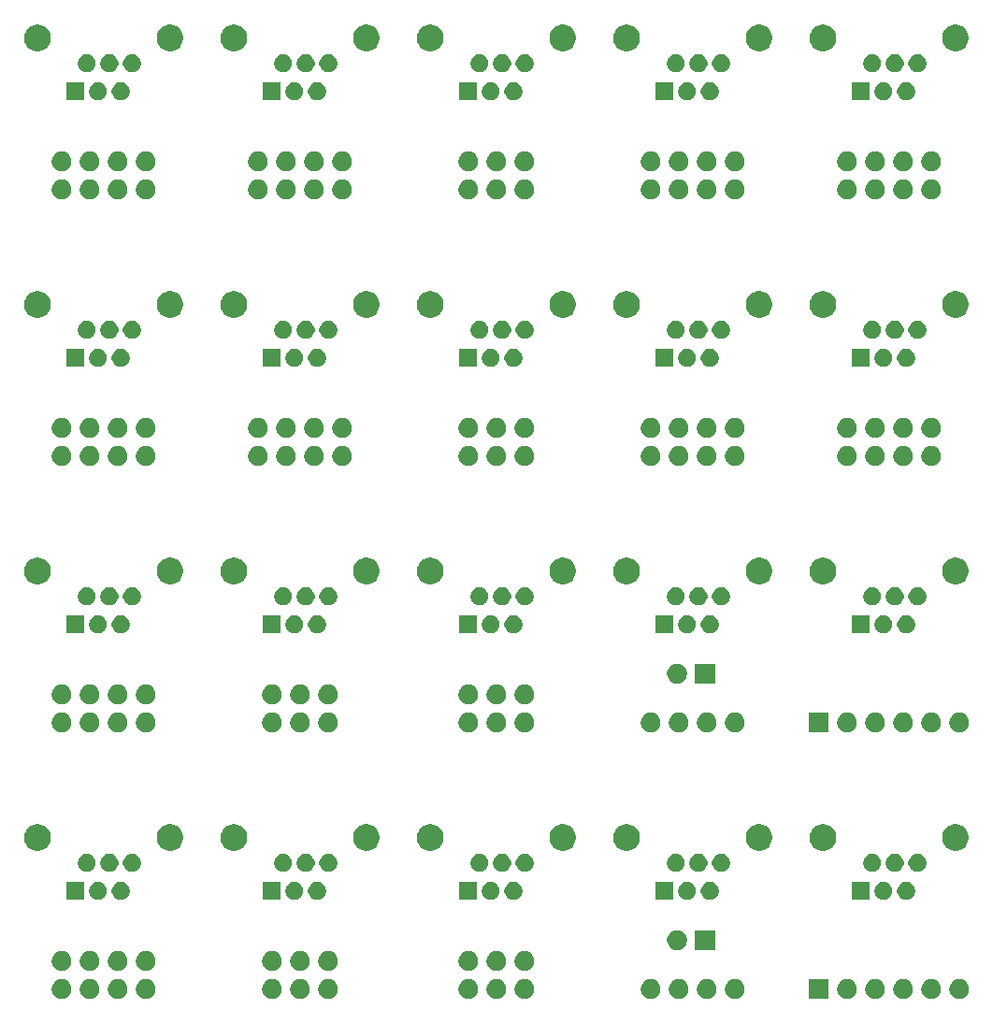
<source format=gbr>
G04 #@! TF.GenerationSoftware,KiCad,Pcbnew,5.1.5+dfsg1-2build2*
G04 #@! TF.CreationDate,2020-09-09T14:53:41-03:00*
G04 #@! TF.ProjectId,panel10x10,70616e65-6c31-4307-9831-302e6b696361,rev?*
G04 #@! TF.SameCoordinates,Original*
G04 #@! TF.FileFunction,Soldermask,Top*
G04 #@! TF.FilePolarity,Negative*
%FSLAX46Y46*%
G04 Gerber Fmt 4.6, Leading zero omitted, Abs format (unit mm)*
G04 Created by KiCad (PCBNEW 5.1.5+dfsg1-2build2) date 2020-09-09 14:53:41*
%MOMM*%
%LPD*%
G04 APERTURE LIST*
%ADD10C,0.100000*%
G04 APERTURE END LIST*
D10*
G36*
X138061000Y-149491000D02*
G01*
X136259000Y-149491000D01*
X136259000Y-147689000D01*
X138061000Y-147689000D01*
X138061000Y-149491000D01*
G37*
G36*
X110603512Y-147693927D02*
G01*
X110752812Y-147723624D01*
X110916784Y-147791544D01*
X111064354Y-147890147D01*
X111189853Y-148015646D01*
X111288456Y-148163216D01*
X111356376Y-148327188D01*
X111391000Y-148501259D01*
X111391000Y-148678741D01*
X111356376Y-148852812D01*
X111288456Y-149016784D01*
X111189853Y-149164354D01*
X111064354Y-149289853D01*
X110916784Y-149388456D01*
X110752812Y-149456376D01*
X110603512Y-149486073D01*
X110578742Y-149491000D01*
X110401258Y-149491000D01*
X110376488Y-149486073D01*
X110227188Y-149456376D01*
X110063216Y-149388456D01*
X109915646Y-149289853D01*
X109790147Y-149164354D01*
X109691544Y-149016784D01*
X109623624Y-148852812D01*
X109589000Y-148678741D01*
X109589000Y-148501259D01*
X109623624Y-148327188D01*
X109691544Y-148163216D01*
X109790147Y-148015646D01*
X109915646Y-147890147D01*
X110063216Y-147791544D01*
X110227188Y-147723624D01*
X110376488Y-147693927D01*
X110401258Y-147689000D01*
X110578742Y-147689000D01*
X110603512Y-147693927D01*
G37*
G36*
X68693512Y-147693927D02*
G01*
X68842812Y-147723624D01*
X69006784Y-147791544D01*
X69154354Y-147890147D01*
X69279853Y-148015646D01*
X69378456Y-148163216D01*
X69446376Y-148327188D01*
X69481000Y-148501259D01*
X69481000Y-148678741D01*
X69446376Y-148852812D01*
X69378456Y-149016784D01*
X69279853Y-149164354D01*
X69154354Y-149289853D01*
X69006784Y-149388456D01*
X68842812Y-149456376D01*
X68693512Y-149486073D01*
X68668742Y-149491000D01*
X68491258Y-149491000D01*
X68466488Y-149486073D01*
X68317188Y-149456376D01*
X68153216Y-149388456D01*
X68005646Y-149289853D01*
X67880147Y-149164354D01*
X67781544Y-149016784D01*
X67713624Y-148852812D01*
X67679000Y-148678741D01*
X67679000Y-148501259D01*
X67713624Y-148327188D01*
X67781544Y-148163216D01*
X67880147Y-148015646D01*
X68005646Y-147890147D01*
X68153216Y-147791544D01*
X68317188Y-147723624D01*
X68466488Y-147693927D01*
X68491258Y-147689000D01*
X68668742Y-147689000D01*
X68693512Y-147693927D01*
G37*
G36*
X71233512Y-147693927D02*
G01*
X71382812Y-147723624D01*
X71546784Y-147791544D01*
X71694354Y-147890147D01*
X71819853Y-148015646D01*
X71918456Y-148163216D01*
X71986376Y-148327188D01*
X72021000Y-148501259D01*
X72021000Y-148678741D01*
X71986376Y-148852812D01*
X71918456Y-149016784D01*
X71819853Y-149164354D01*
X71694354Y-149289853D01*
X71546784Y-149388456D01*
X71382812Y-149456376D01*
X71233512Y-149486073D01*
X71208742Y-149491000D01*
X71031258Y-149491000D01*
X71006488Y-149486073D01*
X70857188Y-149456376D01*
X70693216Y-149388456D01*
X70545646Y-149289853D01*
X70420147Y-149164354D01*
X70321544Y-149016784D01*
X70253624Y-148852812D01*
X70219000Y-148678741D01*
X70219000Y-148501259D01*
X70253624Y-148327188D01*
X70321544Y-148163216D01*
X70420147Y-148015646D01*
X70545646Y-147890147D01*
X70693216Y-147791544D01*
X70857188Y-147723624D01*
X71006488Y-147693927D01*
X71031258Y-147689000D01*
X71208742Y-147689000D01*
X71233512Y-147693927D01*
G37*
G36*
X73773512Y-147693927D02*
G01*
X73922812Y-147723624D01*
X74086784Y-147791544D01*
X74234354Y-147890147D01*
X74359853Y-148015646D01*
X74458456Y-148163216D01*
X74526376Y-148327188D01*
X74561000Y-148501259D01*
X74561000Y-148678741D01*
X74526376Y-148852812D01*
X74458456Y-149016784D01*
X74359853Y-149164354D01*
X74234354Y-149289853D01*
X74086784Y-149388456D01*
X73922812Y-149456376D01*
X73773512Y-149486073D01*
X73748742Y-149491000D01*
X73571258Y-149491000D01*
X73546488Y-149486073D01*
X73397188Y-149456376D01*
X73233216Y-149388456D01*
X73085646Y-149289853D01*
X72960147Y-149164354D01*
X72861544Y-149016784D01*
X72793624Y-148852812D01*
X72759000Y-148678741D01*
X72759000Y-148501259D01*
X72793624Y-148327188D01*
X72861544Y-148163216D01*
X72960147Y-148015646D01*
X73085646Y-147890147D01*
X73233216Y-147791544D01*
X73397188Y-147723624D01*
X73546488Y-147693927D01*
X73571258Y-147689000D01*
X73748742Y-147689000D01*
X73773512Y-147693927D01*
G37*
G36*
X76313512Y-147693927D02*
G01*
X76462812Y-147723624D01*
X76626784Y-147791544D01*
X76774354Y-147890147D01*
X76899853Y-148015646D01*
X76998456Y-148163216D01*
X77066376Y-148327188D01*
X77101000Y-148501259D01*
X77101000Y-148678741D01*
X77066376Y-148852812D01*
X76998456Y-149016784D01*
X76899853Y-149164354D01*
X76774354Y-149289853D01*
X76626784Y-149388456D01*
X76462812Y-149456376D01*
X76313512Y-149486073D01*
X76288742Y-149491000D01*
X76111258Y-149491000D01*
X76086488Y-149486073D01*
X75937188Y-149456376D01*
X75773216Y-149388456D01*
X75625646Y-149289853D01*
X75500147Y-149164354D01*
X75401544Y-149016784D01*
X75333624Y-148852812D01*
X75299000Y-148678741D01*
X75299000Y-148501259D01*
X75333624Y-148327188D01*
X75401544Y-148163216D01*
X75500147Y-148015646D01*
X75625646Y-147890147D01*
X75773216Y-147791544D01*
X75937188Y-147723624D01*
X76086488Y-147693927D01*
X76111258Y-147689000D01*
X76288742Y-147689000D01*
X76313512Y-147693927D01*
G37*
G36*
X92823512Y-147693927D02*
G01*
X92972812Y-147723624D01*
X93136784Y-147791544D01*
X93284354Y-147890147D01*
X93409853Y-148015646D01*
X93508456Y-148163216D01*
X93576376Y-148327188D01*
X93611000Y-148501259D01*
X93611000Y-148678741D01*
X93576376Y-148852812D01*
X93508456Y-149016784D01*
X93409853Y-149164354D01*
X93284354Y-149289853D01*
X93136784Y-149388456D01*
X92972812Y-149456376D01*
X92823512Y-149486073D01*
X92798742Y-149491000D01*
X92621258Y-149491000D01*
X92596488Y-149486073D01*
X92447188Y-149456376D01*
X92283216Y-149388456D01*
X92135646Y-149289853D01*
X92010147Y-149164354D01*
X91911544Y-149016784D01*
X91843624Y-148852812D01*
X91809000Y-148678741D01*
X91809000Y-148501259D01*
X91843624Y-148327188D01*
X91911544Y-148163216D01*
X92010147Y-148015646D01*
X92135646Y-147890147D01*
X92283216Y-147791544D01*
X92447188Y-147723624D01*
X92596488Y-147693927D01*
X92621258Y-147689000D01*
X92798742Y-147689000D01*
X92823512Y-147693927D01*
G37*
G36*
X90283512Y-147693927D02*
G01*
X90432812Y-147723624D01*
X90596784Y-147791544D01*
X90744354Y-147890147D01*
X90869853Y-148015646D01*
X90968456Y-148163216D01*
X91036376Y-148327188D01*
X91071000Y-148501259D01*
X91071000Y-148678741D01*
X91036376Y-148852812D01*
X90968456Y-149016784D01*
X90869853Y-149164354D01*
X90744354Y-149289853D01*
X90596784Y-149388456D01*
X90432812Y-149456376D01*
X90283512Y-149486073D01*
X90258742Y-149491000D01*
X90081258Y-149491000D01*
X90056488Y-149486073D01*
X89907188Y-149456376D01*
X89743216Y-149388456D01*
X89595646Y-149289853D01*
X89470147Y-149164354D01*
X89371544Y-149016784D01*
X89303624Y-148852812D01*
X89269000Y-148678741D01*
X89269000Y-148501259D01*
X89303624Y-148327188D01*
X89371544Y-148163216D01*
X89470147Y-148015646D01*
X89595646Y-147890147D01*
X89743216Y-147791544D01*
X89907188Y-147723624D01*
X90056488Y-147693927D01*
X90081258Y-147689000D01*
X90258742Y-147689000D01*
X90283512Y-147693927D01*
G37*
G36*
X87743512Y-147693927D02*
G01*
X87892812Y-147723624D01*
X88056784Y-147791544D01*
X88204354Y-147890147D01*
X88329853Y-148015646D01*
X88428456Y-148163216D01*
X88496376Y-148327188D01*
X88531000Y-148501259D01*
X88531000Y-148678741D01*
X88496376Y-148852812D01*
X88428456Y-149016784D01*
X88329853Y-149164354D01*
X88204354Y-149289853D01*
X88056784Y-149388456D01*
X87892812Y-149456376D01*
X87743512Y-149486073D01*
X87718742Y-149491000D01*
X87541258Y-149491000D01*
X87516488Y-149486073D01*
X87367188Y-149456376D01*
X87203216Y-149388456D01*
X87055646Y-149289853D01*
X86930147Y-149164354D01*
X86831544Y-149016784D01*
X86763624Y-148852812D01*
X86729000Y-148678741D01*
X86729000Y-148501259D01*
X86763624Y-148327188D01*
X86831544Y-148163216D01*
X86930147Y-148015646D01*
X87055646Y-147890147D01*
X87203216Y-147791544D01*
X87367188Y-147723624D01*
X87516488Y-147693927D01*
X87541258Y-147689000D01*
X87718742Y-147689000D01*
X87743512Y-147693927D01*
G37*
G36*
X105523512Y-147693927D02*
G01*
X105672812Y-147723624D01*
X105836784Y-147791544D01*
X105984354Y-147890147D01*
X106109853Y-148015646D01*
X106208456Y-148163216D01*
X106276376Y-148327188D01*
X106311000Y-148501259D01*
X106311000Y-148678741D01*
X106276376Y-148852812D01*
X106208456Y-149016784D01*
X106109853Y-149164354D01*
X105984354Y-149289853D01*
X105836784Y-149388456D01*
X105672812Y-149456376D01*
X105523512Y-149486073D01*
X105498742Y-149491000D01*
X105321258Y-149491000D01*
X105296488Y-149486073D01*
X105147188Y-149456376D01*
X104983216Y-149388456D01*
X104835646Y-149289853D01*
X104710147Y-149164354D01*
X104611544Y-149016784D01*
X104543624Y-148852812D01*
X104509000Y-148678741D01*
X104509000Y-148501259D01*
X104543624Y-148327188D01*
X104611544Y-148163216D01*
X104710147Y-148015646D01*
X104835646Y-147890147D01*
X104983216Y-147791544D01*
X105147188Y-147723624D01*
X105296488Y-147693927D01*
X105321258Y-147689000D01*
X105498742Y-147689000D01*
X105523512Y-147693927D01*
G37*
G36*
X108063512Y-147693927D02*
G01*
X108212812Y-147723624D01*
X108376784Y-147791544D01*
X108524354Y-147890147D01*
X108649853Y-148015646D01*
X108748456Y-148163216D01*
X108816376Y-148327188D01*
X108851000Y-148501259D01*
X108851000Y-148678741D01*
X108816376Y-148852812D01*
X108748456Y-149016784D01*
X108649853Y-149164354D01*
X108524354Y-149289853D01*
X108376784Y-149388456D01*
X108212812Y-149456376D01*
X108063512Y-149486073D01*
X108038742Y-149491000D01*
X107861258Y-149491000D01*
X107836488Y-149486073D01*
X107687188Y-149456376D01*
X107523216Y-149388456D01*
X107375646Y-149289853D01*
X107250147Y-149164354D01*
X107151544Y-149016784D01*
X107083624Y-148852812D01*
X107049000Y-148678741D01*
X107049000Y-148501259D01*
X107083624Y-148327188D01*
X107151544Y-148163216D01*
X107250147Y-148015646D01*
X107375646Y-147890147D01*
X107523216Y-147791544D01*
X107687188Y-147723624D01*
X107836488Y-147693927D01*
X107861258Y-147689000D01*
X108038742Y-147689000D01*
X108063512Y-147693927D01*
G37*
G36*
X127113512Y-147693927D02*
G01*
X127262812Y-147723624D01*
X127426784Y-147791544D01*
X127574354Y-147890147D01*
X127699853Y-148015646D01*
X127798456Y-148163216D01*
X127866376Y-148327188D01*
X127901000Y-148501259D01*
X127901000Y-148678741D01*
X127866376Y-148852812D01*
X127798456Y-149016784D01*
X127699853Y-149164354D01*
X127574354Y-149289853D01*
X127426784Y-149388456D01*
X127262812Y-149456376D01*
X127113512Y-149486073D01*
X127088742Y-149491000D01*
X126911258Y-149491000D01*
X126886488Y-149486073D01*
X126737188Y-149456376D01*
X126573216Y-149388456D01*
X126425646Y-149289853D01*
X126300147Y-149164354D01*
X126201544Y-149016784D01*
X126133624Y-148852812D01*
X126099000Y-148678741D01*
X126099000Y-148501259D01*
X126133624Y-148327188D01*
X126201544Y-148163216D01*
X126300147Y-148015646D01*
X126425646Y-147890147D01*
X126573216Y-147791544D01*
X126737188Y-147723624D01*
X126886488Y-147693927D01*
X126911258Y-147689000D01*
X127088742Y-147689000D01*
X127113512Y-147693927D01*
G37*
G36*
X124573512Y-147693927D02*
G01*
X124722812Y-147723624D01*
X124886784Y-147791544D01*
X125034354Y-147890147D01*
X125159853Y-148015646D01*
X125258456Y-148163216D01*
X125326376Y-148327188D01*
X125361000Y-148501259D01*
X125361000Y-148678741D01*
X125326376Y-148852812D01*
X125258456Y-149016784D01*
X125159853Y-149164354D01*
X125034354Y-149289853D01*
X124886784Y-149388456D01*
X124722812Y-149456376D01*
X124573512Y-149486073D01*
X124548742Y-149491000D01*
X124371258Y-149491000D01*
X124346488Y-149486073D01*
X124197188Y-149456376D01*
X124033216Y-149388456D01*
X123885646Y-149289853D01*
X123760147Y-149164354D01*
X123661544Y-149016784D01*
X123593624Y-148852812D01*
X123559000Y-148678741D01*
X123559000Y-148501259D01*
X123593624Y-148327188D01*
X123661544Y-148163216D01*
X123760147Y-148015646D01*
X123885646Y-147890147D01*
X124033216Y-147791544D01*
X124197188Y-147723624D01*
X124346488Y-147693927D01*
X124371258Y-147689000D01*
X124548742Y-147689000D01*
X124573512Y-147693927D01*
G37*
G36*
X122033512Y-147693927D02*
G01*
X122182812Y-147723624D01*
X122346784Y-147791544D01*
X122494354Y-147890147D01*
X122619853Y-148015646D01*
X122718456Y-148163216D01*
X122786376Y-148327188D01*
X122821000Y-148501259D01*
X122821000Y-148678741D01*
X122786376Y-148852812D01*
X122718456Y-149016784D01*
X122619853Y-149164354D01*
X122494354Y-149289853D01*
X122346784Y-149388456D01*
X122182812Y-149456376D01*
X122033512Y-149486073D01*
X122008742Y-149491000D01*
X121831258Y-149491000D01*
X121806488Y-149486073D01*
X121657188Y-149456376D01*
X121493216Y-149388456D01*
X121345646Y-149289853D01*
X121220147Y-149164354D01*
X121121544Y-149016784D01*
X121053624Y-148852812D01*
X121019000Y-148678741D01*
X121019000Y-148501259D01*
X121053624Y-148327188D01*
X121121544Y-148163216D01*
X121220147Y-148015646D01*
X121345646Y-147890147D01*
X121493216Y-147791544D01*
X121657188Y-147723624D01*
X121806488Y-147693927D01*
X121831258Y-147689000D01*
X122008742Y-147689000D01*
X122033512Y-147693927D01*
G37*
G36*
X149973512Y-147693927D02*
G01*
X150122812Y-147723624D01*
X150286784Y-147791544D01*
X150434354Y-147890147D01*
X150559853Y-148015646D01*
X150658456Y-148163216D01*
X150726376Y-148327188D01*
X150761000Y-148501259D01*
X150761000Y-148678741D01*
X150726376Y-148852812D01*
X150658456Y-149016784D01*
X150559853Y-149164354D01*
X150434354Y-149289853D01*
X150286784Y-149388456D01*
X150122812Y-149456376D01*
X149973512Y-149486073D01*
X149948742Y-149491000D01*
X149771258Y-149491000D01*
X149746488Y-149486073D01*
X149597188Y-149456376D01*
X149433216Y-149388456D01*
X149285646Y-149289853D01*
X149160147Y-149164354D01*
X149061544Y-149016784D01*
X148993624Y-148852812D01*
X148959000Y-148678741D01*
X148959000Y-148501259D01*
X148993624Y-148327188D01*
X149061544Y-148163216D01*
X149160147Y-148015646D01*
X149285646Y-147890147D01*
X149433216Y-147791544D01*
X149597188Y-147723624D01*
X149746488Y-147693927D01*
X149771258Y-147689000D01*
X149948742Y-147689000D01*
X149973512Y-147693927D01*
G37*
G36*
X147433512Y-147693927D02*
G01*
X147582812Y-147723624D01*
X147746784Y-147791544D01*
X147894354Y-147890147D01*
X148019853Y-148015646D01*
X148118456Y-148163216D01*
X148186376Y-148327188D01*
X148221000Y-148501259D01*
X148221000Y-148678741D01*
X148186376Y-148852812D01*
X148118456Y-149016784D01*
X148019853Y-149164354D01*
X147894354Y-149289853D01*
X147746784Y-149388456D01*
X147582812Y-149456376D01*
X147433512Y-149486073D01*
X147408742Y-149491000D01*
X147231258Y-149491000D01*
X147206488Y-149486073D01*
X147057188Y-149456376D01*
X146893216Y-149388456D01*
X146745646Y-149289853D01*
X146620147Y-149164354D01*
X146521544Y-149016784D01*
X146453624Y-148852812D01*
X146419000Y-148678741D01*
X146419000Y-148501259D01*
X146453624Y-148327188D01*
X146521544Y-148163216D01*
X146620147Y-148015646D01*
X146745646Y-147890147D01*
X146893216Y-147791544D01*
X147057188Y-147723624D01*
X147206488Y-147693927D01*
X147231258Y-147689000D01*
X147408742Y-147689000D01*
X147433512Y-147693927D01*
G37*
G36*
X144893512Y-147693927D02*
G01*
X145042812Y-147723624D01*
X145206784Y-147791544D01*
X145354354Y-147890147D01*
X145479853Y-148015646D01*
X145578456Y-148163216D01*
X145646376Y-148327188D01*
X145681000Y-148501259D01*
X145681000Y-148678741D01*
X145646376Y-148852812D01*
X145578456Y-149016784D01*
X145479853Y-149164354D01*
X145354354Y-149289853D01*
X145206784Y-149388456D01*
X145042812Y-149456376D01*
X144893512Y-149486073D01*
X144868742Y-149491000D01*
X144691258Y-149491000D01*
X144666488Y-149486073D01*
X144517188Y-149456376D01*
X144353216Y-149388456D01*
X144205646Y-149289853D01*
X144080147Y-149164354D01*
X143981544Y-149016784D01*
X143913624Y-148852812D01*
X143879000Y-148678741D01*
X143879000Y-148501259D01*
X143913624Y-148327188D01*
X143981544Y-148163216D01*
X144080147Y-148015646D01*
X144205646Y-147890147D01*
X144353216Y-147791544D01*
X144517188Y-147723624D01*
X144666488Y-147693927D01*
X144691258Y-147689000D01*
X144868742Y-147689000D01*
X144893512Y-147693927D01*
G37*
G36*
X142353512Y-147693927D02*
G01*
X142502812Y-147723624D01*
X142666784Y-147791544D01*
X142814354Y-147890147D01*
X142939853Y-148015646D01*
X143038456Y-148163216D01*
X143106376Y-148327188D01*
X143141000Y-148501259D01*
X143141000Y-148678741D01*
X143106376Y-148852812D01*
X143038456Y-149016784D01*
X142939853Y-149164354D01*
X142814354Y-149289853D01*
X142666784Y-149388456D01*
X142502812Y-149456376D01*
X142353512Y-149486073D01*
X142328742Y-149491000D01*
X142151258Y-149491000D01*
X142126488Y-149486073D01*
X141977188Y-149456376D01*
X141813216Y-149388456D01*
X141665646Y-149289853D01*
X141540147Y-149164354D01*
X141441544Y-149016784D01*
X141373624Y-148852812D01*
X141339000Y-148678741D01*
X141339000Y-148501259D01*
X141373624Y-148327188D01*
X141441544Y-148163216D01*
X141540147Y-148015646D01*
X141665646Y-147890147D01*
X141813216Y-147791544D01*
X141977188Y-147723624D01*
X142126488Y-147693927D01*
X142151258Y-147689000D01*
X142328742Y-147689000D01*
X142353512Y-147693927D01*
G37*
G36*
X139813512Y-147693927D02*
G01*
X139962812Y-147723624D01*
X140126784Y-147791544D01*
X140274354Y-147890147D01*
X140399853Y-148015646D01*
X140498456Y-148163216D01*
X140566376Y-148327188D01*
X140601000Y-148501259D01*
X140601000Y-148678741D01*
X140566376Y-148852812D01*
X140498456Y-149016784D01*
X140399853Y-149164354D01*
X140274354Y-149289853D01*
X140126784Y-149388456D01*
X139962812Y-149456376D01*
X139813512Y-149486073D01*
X139788742Y-149491000D01*
X139611258Y-149491000D01*
X139586488Y-149486073D01*
X139437188Y-149456376D01*
X139273216Y-149388456D01*
X139125646Y-149289853D01*
X139000147Y-149164354D01*
X138901544Y-149016784D01*
X138833624Y-148852812D01*
X138799000Y-148678741D01*
X138799000Y-148501259D01*
X138833624Y-148327188D01*
X138901544Y-148163216D01*
X139000147Y-148015646D01*
X139125646Y-147890147D01*
X139273216Y-147791544D01*
X139437188Y-147723624D01*
X139586488Y-147693927D01*
X139611258Y-147689000D01*
X139788742Y-147689000D01*
X139813512Y-147693927D01*
G37*
G36*
X129653512Y-147693927D02*
G01*
X129802812Y-147723624D01*
X129966784Y-147791544D01*
X130114354Y-147890147D01*
X130239853Y-148015646D01*
X130338456Y-148163216D01*
X130406376Y-148327188D01*
X130441000Y-148501259D01*
X130441000Y-148678741D01*
X130406376Y-148852812D01*
X130338456Y-149016784D01*
X130239853Y-149164354D01*
X130114354Y-149289853D01*
X129966784Y-149388456D01*
X129802812Y-149456376D01*
X129653512Y-149486073D01*
X129628742Y-149491000D01*
X129451258Y-149491000D01*
X129426488Y-149486073D01*
X129277188Y-149456376D01*
X129113216Y-149388456D01*
X128965646Y-149289853D01*
X128840147Y-149164354D01*
X128741544Y-149016784D01*
X128673624Y-148852812D01*
X128639000Y-148678741D01*
X128639000Y-148501259D01*
X128673624Y-148327188D01*
X128741544Y-148163216D01*
X128840147Y-148015646D01*
X128965646Y-147890147D01*
X129113216Y-147791544D01*
X129277188Y-147723624D01*
X129426488Y-147693927D01*
X129451258Y-147689000D01*
X129628742Y-147689000D01*
X129653512Y-147693927D01*
G37*
G36*
X110603512Y-145153927D02*
G01*
X110752812Y-145183624D01*
X110916784Y-145251544D01*
X111064354Y-145350147D01*
X111189853Y-145475646D01*
X111288456Y-145623216D01*
X111356376Y-145787188D01*
X111391000Y-145961259D01*
X111391000Y-146138741D01*
X111356376Y-146312812D01*
X111288456Y-146476784D01*
X111189853Y-146624354D01*
X111064354Y-146749853D01*
X110916784Y-146848456D01*
X110752812Y-146916376D01*
X110603512Y-146946073D01*
X110578742Y-146951000D01*
X110401258Y-146951000D01*
X110376488Y-146946073D01*
X110227188Y-146916376D01*
X110063216Y-146848456D01*
X109915646Y-146749853D01*
X109790147Y-146624354D01*
X109691544Y-146476784D01*
X109623624Y-146312812D01*
X109589000Y-146138741D01*
X109589000Y-145961259D01*
X109623624Y-145787188D01*
X109691544Y-145623216D01*
X109790147Y-145475646D01*
X109915646Y-145350147D01*
X110063216Y-145251544D01*
X110227188Y-145183624D01*
X110376488Y-145153927D01*
X110401258Y-145149000D01*
X110578742Y-145149000D01*
X110603512Y-145153927D01*
G37*
G36*
X71233512Y-145153927D02*
G01*
X71382812Y-145183624D01*
X71546784Y-145251544D01*
X71694354Y-145350147D01*
X71819853Y-145475646D01*
X71918456Y-145623216D01*
X71986376Y-145787188D01*
X72021000Y-145961259D01*
X72021000Y-146138741D01*
X71986376Y-146312812D01*
X71918456Y-146476784D01*
X71819853Y-146624354D01*
X71694354Y-146749853D01*
X71546784Y-146848456D01*
X71382812Y-146916376D01*
X71233512Y-146946073D01*
X71208742Y-146951000D01*
X71031258Y-146951000D01*
X71006488Y-146946073D01*
X70857188Y-146916376D01*
X70693216Y-146848456D01*
X70545646Y-146749853D01*
X70420147Y-146624354D01*
X70321544Y-146476784D01*
X70253624Y-146312812D01*
X70219000Y-146138741D01*
X70219000Y-145961259D01*
X70253624Y-145787188D01*
X70321544Y-145623216D01*
X70420147Y-145475646D01*
X70545646Y-145350147D01*
X70693216Y-145251544D01*
X70857188Y-145183624D01*
X71006488Y-145153927D01*
X71031258Y-145149000D01*
X71208742Y-145149000D01*
X71233512Y-145153927D01*
G37*
G36*
X73773512Y-145153927D02*
G01*
X73922812Y-145183624D01*
X74086784Y-145251544D01*
X74234354Y-145350147D01*
X74359853Y-145475646D01*
X74458456Y-145623216D01*
X74526376Y-145787188D01*
X74561000Y-145961259D01*
X74561000Y-146138741D01*
X74526376Y-146312812D01*
X74458456Y-146476784D01*
X74359853Y-146624354D01*
X74234354Y-146749853D01*
X74086784Y-146848456D01*
X73922812Y-146916376D01*
X73773512Y-146946073D01*
X73748742Y-146951000D01*
X73571258Y-146951000D01*
X73546488Y-146946073D01*
X73397188Y-146916376D01*
X73233216Y-146848456D01*
X73085646Y-146749853D01*
X72960147Y-146624354D01*
X72861544Y-146476784D01*
X72793624Y-146312812D01*
X72759000Y-146138741D01*
X72759000Y-145961259D01*
X72793624Y-145787188D01*
X72861544Y-145623216D01*
X72960147Y-145475646D01*
X73085646Y-145350147D01*
X73233216Y-145251544D01*
X73397188Y-145183624D01*
X73546488Y-145153927D01*
X73571258Y-145149000D01*
X73748742Y-145149000D01*
X73773512Y-145153927D01*
G37*
G36*
X76313512Y-145153927D02*
G01*
X76462812Y-145183624D01*
X76626784Y-145251544D01*
X76774354Y-145350147D01*
X76899853Y-145475646D01*
X76998456Y-145623216D01*
X77066376Y-145787188D01*
X77101000Y-145961259D01*
X77101000Y-146138741D01*
X77066376Y-146312812D01*
X76998456Y-146476784D01*
X76899853Y-146624354D01*
X76774354Y-146749853D01*
X76626784Y-146848456D01*
X76462812Y-146916376D01*
X76313512Y-146946073D01*
X76288742Y-146951000D01*
X76111258Y-146951000D01*
X76086488Y-146946073D01*
X75937188Y-146916376D01*
X75773216Y-146848456D01*
X75625646Y-146749853D01*
X75500147Y-146624354D01*
X75401544Y-146476784D01*
X75333624Y-146312812D01*
X75299000Y-146138741D01*
X75299000Y-145961259D01*
X75333624Y-145787188D01*
X75401544Y-145623216D01*
X75500147Y-145475646D01*
X75625646Y-145350147D01*
X75773216Y-145251544D01*
X75937188Y-145183624D01*
X76086488Y-145153927D01*
X76111258Y-145149000D01*
X76288742Y-145149000D01*
X76313512Y-145153927D01*
G37*
G36*
X68693512Y-145153927D02*
G01*
X68842812Y-145183624D01*
X69006784Y-145251544D01*
X69154354Y-145350147D01*
X69279853Y-145475646D01*
X69378456Y-145623216D01*
X69446376Y-145787188D01*
X69481000Y-145961259D01*
X69481000Y-146138741D01*
X69446376Y-146312812D01*
X69378456Y-146476784D01*
X69279853Y-146624354D01*
X69154354Y-146749853D01*
X69006784Y-146848456D01*
X68842812Y-146916376D01*
X68693512Y-146946073D01*
X68668742Y-146951000D01*
X68491258Y-146951000D01*
X68466488Y-146946073D01*
X68317188Y-146916376D01*
X68153216Y-146848456D01*
X68005646Y-146749853D01*
X67880147Y-146624354D01*
X67781544Y-146476784D01*
X67713624Y-146312812D01*
X67679000Y-146138741D01*
X67679000Y-145961259D01*
X67713624Y-145787188D01*
X67781544Y-145623216D01*
X67880147Y-145475646D01*
X68005646Y-145350147D01*
X68153216Y-145251544D01*
X68317188Y-145183624D01*
X68466488Y-145153927D01*
X68491258Y-145149000D01*
X68668742Y-145149000D01*
X68693512Y-145153927D01*
G37*
G36*
X90283512Y-145153927D02*
G01*
X90432812Y-145183624D01*
X90596784Y-145251544D01*
X90744354Y-145350147D01*
X90869853Y-145475646D01*
X90968456Y-145623216D01*
X91036376Y-145787188D01*
X91071000Y-145961259D01*
X91071000Y-146138741D01*
X91036376Y-146312812D01*
X90968456Y-146476784D01*
X90869853Y-146624354D01*
X90744354Y-146749853D01*
X90596784Y-146848456D01*
X90432812Y-146916376D01*
X90283512Y-146946073D01*
X90258742Y-146951000D01*
X90081258Y-146951000D01*
X90056488Y-146946073D01*
X89907188Y-146916376D01*
X89743216Y-146848456D01*
X89595646Y-146749853D01*
X89470147Y-146624354D01*
X89371544Y-146476784D01*
X89303624Y-146312812D01*
X89269000Y-146138741D01*
X89269000Y-145961259D01*
X89303624Y-145787188D01*
X89371544Y-145623216D01*
X89470147Y-145475646D01*
X89595646Y-145350147D01*
X89743216Y-145251544D01*
X89907188Y-145183624D01*
X90056488Y-145153927D01*
X90081258Y-145149000D01*
X90258742Y-145149000D01*
X90283512Y-145153927D01*
G37*
G36*
X105523512Y-145153927D02*
G01*
X105672812Y-145183624D01*
X105836784Y-145251544D01*
X105984354Y-145350147D01*
X106109853Y-145475646D01*
X106208456Y-145623216D01*
X106276376Y-145787188D01*
X106311000Y-145961259D01*
X106311000Y-146138741D01*
X106276376Y-146312812D01*
X106208456Y-146476784D01*
X106109853Y-146624354D01*
X105984354Y-146749853D01*
X105836784Y-146848456D01*
X105672812Y-146916376D01*
X105523512Y-146946073D01*
X105498742Y-146951000D01*
X105321258Y-146951000D01*
X105296488Y-146946073D01*
X105147188Y-146916376D01*
X104983216Y-146848456D01*
X104835646Y-146749853D01*
X104710147Y-146624354D01*
X104611544Y-146476784D01*
X104543624Y-146312812D01*
X104509000Y-146138741D01*
X104509000Y-145961259D01*
X104543624Y-145787188D01*
X104611544Y-145623216D01*
X104710147Y-145475646D01*
X104835646Y-145350147D01*
X104983216Y-145251544D01*
X105147188Y-145183624D01*
X105296488Y-145153927D01*
X105321258Y-145149000D01*
X105498742Y-145149000D01*
X105523512Y-145153927D01*
G37*
G36*
X92823512Y-145153927D02*
G01*
X92972812Y-145183624D01*
X93136784Y-145251544D01*
X93284354Y-145350147D01*
X93409853Y-145475646D01*
X93508456Y-145623216D01*
X93576376Y-145787188D01*
X93611000Y-145961259D01*
X93611000Y-146138741D01*
X93576376Y-146312812D01*
X93508456Y-146476784D01*
X93409853Y-146624354D01*
X93284354Y-146749853D01*
X93136784Y-146848456D01*
X92972812Y-146916376D01*
X92823512Y-146946073D01*
X92798742Y-146951000D01*
X92621258Y-146951000D01*
X92596488Y-146946073D01*
X92447188Y-146916376D01*
X92283216Y-146848456D01*
X92135646Y-146749853D01*
X92010147Y-146624354D01*
X91911544Y-146476784D01*
X91843624Y-146312812D01*
X91809000Y-146138741D01*
X91809000Y-145961259D01*
X91843624Y-145787188D01*
X91911544Y-145623216D01*
X92010147Y-145475646D01*
X92135646Y-145350147D01*
X92283216Y-145251544D01*
X92447188Y-145183624D01*
X92596488Y-145153927D01*
X92621258Y-145149000D01*
X92798742Y-145149000D01*
X92823512Y-145153927D01*
G37*
G36*
X87743512Y-145153927D02*
G01*
X87892812Y-145183624D01*
X88056784Y-145251544D01*
X88204354Y-145350147D01*
X88329853Y-145475646D01*
X88428456Y-145623216D01*
X88496376Y-145787188D01*
X88531000Y-145961259D01*
X88531000Y-146138741D01*
X88496376Y-146312812D01*
X88428456Y-146476784D01*
X88329853Y-146624354D01*
X88204354Y-146749853D01*
X88056784Y-146848456D01*
X87892812Y-146916376D01*
X87743512Y-146946073D01*
X87718742Y-146951000D01*
X87541258Y-146951000D01*
X87516488Y-146946073D01*
X87367188Y-146916376D01*
X87203216Y-146848456D01*
X87055646Y-146749853D01*
X86930147Y-146624354D01*
X86831544Y-146476784D01*
X86763624Y-146312812D01*
X86729000Y-146138741D01*
X86729000Y-145961259D01*
X86763624Y-145787188D01*
X86831544Y-145623216D01*
X86930147Y-145475646D01*
X87055646Y-145350147D01*
X87203216Y-145251544D01*
X87367188Y-145183624D01*
X87516488Y-145153927D01*
X87541258Y-145149000D01*
X87718742Y-145149000D01*
X87743512Y-145153927D01*
G37*
G36*
X108063512Y-145153927D02*
G01*
X108212812Y-145183624D01*
X108376784Y-145251544D01*
X108524354Y-145350147D01*
X108649853Y-145475646D01*
X108748456Y-145623216D01*
X108816376Y-145787188D01*
X108851000Y-145961259D01*
X108851000Y-146138741D01*
X108816376Y-146312812D01*
X108748456Y-146476784D01*
X108649853Y-146624354D01*
X108524354Y-146749853D01*
X108376784Y-146848456D01*
X108212812Y-146916376D01*
X108063512Y-146946073D01*
X108038742Y-146951000D01*
X107861258Y-146951000D01*
X107836488Y-146946073D01*
X107687188Y-146916376D01*
X107523216Y-146848456D01*
X107375646Y-146749853D01*
X107250147Y-146624354D01*
X107151544Y-146476784D01*
X107083624Y-146312812D01*
X107049000Y-146138741D01*
X107049000Y-145961259D01*
X107083624Y-145787188D01*
X107151544Y-145623216D01*
X107250147Y-145475646D01*
X107375646Y-145350147D01*
X107523216Y-145251544D01*
X107687188Y-145183624D01*
X107836488Y-145153927D01*
X107861258Y-145149000D01*
X108038742Y-145149000D01*
X108063512Y-145153927D01*
G37*
G36*
X124430043Y-143260739D02*
G01*
X124579343Y-143290436D01*
X124743315Y-143358356D01*
X124890885Y-143456959D01*
X125016384Y-143582458D01*
X125114987Y-143730028D01*
X125182907Y-143894000D01*
X125217531Y-144068071D01*
X125217531Y-144245553D01*
X125182907Y-144419624D01*
X125114987Y-144583596D01*
X125016384Y-144731166D01*
X124890885Y-144856665D01*
X124743315Y-144955268D01*
X124579343Y-145023188D01*
X124430043Y-145052885D01*
X124405273Y-145057812D01*
X124227789Y-145057812D01*
X124203019Y-145052885D01*
X124053719Y-145023188D01*
X123889747Y-144955268D01*
X123742177Y-144856665D01*
X123616678Y-144731166D01*
X123518075Y-144583596D01*
X123450155Y-144419624D01*
X123415531Y-144245553D01*
X123415531Y-144068071D01*
X123450155Y-143894000D01*
X123518075Y-143730028D01*
X123616678Y-143582458D01*
X123742177Y-143456959D01*
X123889747Y-143358356D01*
X124053719Y-143290436D01*
X124203019Y-143260739D01*
X124227789Y-143255812D01*
X124405273Y-143255812D01*
X124430043Y-143260739D01*
G37*
G36*
X127757531Y-145057812D02*
G01*
X125955531Y-145057812D01*
X125955531Y-143255812D01*
X127757531Y-143255812D01*
X127757531Y-145057812D01*
G37*
G36*
X106221000Y-140511000D02*
G01*
X104599000Y-140511000D01*
X104599000Y-138889000D01*
X106221000Y-138889000D01*
X106221000Y-140511000D01*
G37*
G36*
X109726560Y-138920166D02*
G01*
X109874153Y-138981301D01*
X110006982Y-139070055D01*
X110119945Y-139183018D01*
X110208699Y-139315847D01*
X110269834Y-139463440D01*
X110301000Y-139620123D01*
X110301000Y-139779877D01*
X110269834Y-139936560D01*
X110208699Y-140084153D01*
X110119945Y-140216982D01*
X110006982Y-140329945D01*
X109874153Y-140418699D01*
X109874152Y-140418700D01*
X109874151Y-140418700D01*
X109726560Y-140479834D01*
X109569878Y-140511000D01*
X109410122Y-140511000D01*
X109253440Y-140479834D01*
X109105849Y-140418700D01*
X109105848Y-140418700D01*
X109105847Y-140418699D01*
X108973018Y-140329945D01*
X108860055Y-140216982D01*
X108771301Y-140084153D01*
X108710166Y-139936560D01*
X108679000Y-139779877D01*
X108679000Y-139620123D01*
X108710166Y-139463440D01*
X108771301Y-139315847D01*
X108860055Y-139183018D01*
X108973018Y-139070055D01*
X109105847Y-138981301D01*
X109253440Y-138920166D01*
X109410122Y-138889000D01*
X109569878Y-138889000D01*
X109726560Y-138920166D01*
G37*
G36*
X88441000Y-140511000D02*
G01*
X86819000Y-140511000D01*
X86819000Y-138889000D01*
X88441000Y-138889000D01*
X88441000Y-140511000D01*
G37*
G36*
X107686560Y-138920166D02*
G01*
X107834153Y-138981301D01*
X107966982Y-139070055D01*
X108079945Y-139183018D01*
X108168699Y-139315847D01*
X108229834Y-139463440D01*
X108261000Y-139620123D01*
X108261000Y-139779877D01*
X108229834Y-139936560D01*
X108168699Y-140084153D01*
X108079945Y-140216982D01*
X107966982Y-140329945D01*
X107834153Y-140418699D01*
X107834152Y-140418700D01*
X107834151Y-140418700D01*
X107686560Y-140479834D01*
X107529878Y-140511000D01*
X107370122Y-140511000D01*
X107213440Y-140479834D01*
X107065849Y-140418700D01*
X107065848Y-140418700D01*
X107065847Y-140418699D01*
X106933018Y-140329945D01*
X106820055Y-140216982D01*
X106731301Y-140084153D01*
X106670166Y-139936560D01*
X106639000Y-139779877D01*
X106639000Y-139620123D01*
X106670166Y-139463440D01*
X106731301Y-139315847D01*
X106820055Y-139183018D01*
X106933018Y-139070055D01*
X107065847Y-138981301D01*
X107213440Y-138920166D01*
X107370122Y-138889000D01*
X107529878Y-138889000D01*
X107686560Y-138920166D01*
G37*
G36*
X127506560Y-138920166D02*
G01*
X127654153Y-138981301D01*
X127786982Y-139070055D01*
X127899945Y-139183018D01*
X127988699Y-139315847D01*
X128049834Y-139463440D01*
X128081000Y-139620123D01*
X128081000Y-139779877D01*
X128049834Y-139936560D01*
X127988699Y-140084153D01*
X127899945Y-140216982D01*
X127786982Y-140329945D01*
X127654153Y-140418699D01*
X127654152Y-140418700D01*
X127654151Y-140418700D01*
X127506560Y-140479834D01*
X127349878Y-140511000D01*
X127190122Y-140511000D01*
X127033440Y-140479834D01*
X126885849Y-140418700D01*
X126885848Y-140418700D01*
X126885847Y-140418699D01*
X126753018Y-140329945D01*
X126640055Y-140216982D01*
X126551301Y-140084153D01*
X126490166Y-139936560D01*
X126459000Y-139779877D01*
X126459000Y-139620123D01*
X126490166Y-139463440D01*
X126551301Y-139315847D01*
X126640055Y-139183018D01*
X126753018Y-139070055D01*
X126885847Y-138981301D01*
X127033440Y-138920166D01*
X127190122Y-138889000D01*
X127349878Y-138889000D01*
X127506560Y-138920166D01*
G37*
G36*
X125466560Y-138920166D02*
G01*
X125614153Y-138981301D01*
X125746982Y-139070055D01*
X125859945Y-139183018D01*
X125948699Y-139315847D01*
X126009834Y-139463440D01*
X126041000Y-139620123D01*
X126041000Y-139779877D01*
X126009834Y-139936560D01*
X125948699Y-140084153D01*
X125859945Y-140216982D01*
X125746982Y-140329945D01*
X125614153Y-140418699D01*
X125614152Y-140418700D01*
X125614151Y-140418700D01*
X125466560Y-140479834D01*
X125309878Y-140511000D01*
X125150122Y-140511000D01*
X124993440Y-140479834D01*
X124845849Y-140418700D01*
X124845848Y-140418700D01*
X124845847Y-140418699D01*
X124713018Y-140329945D01*
X124600055Y-140216982D01*
X124511301Y-140084153D01*
X124450166Y-139936560D01*
X124419000Y-139779877D01*
X124419000Y-139620123D01*
X124450166Y-139463440D01*
X124511301Y-139315847D01*
X124600055Y-139183018D01*
X124713018Y-139070055D01*
X124845847Y-138981301D01*
X124993440Y-138920166D01*
X125150122Y-138889000D01*
X125309878Y-138889000D01*
X125466560Y-138920166D01*
G37*
G36*
X143246560Y-138920166D02*
G01*
X143394153Y-138981301D01*
X143526982Y-139070055D01*
X143639945Y-139183018D01*
X143728699Y-139315847D01*
X143789834Y-139463440D01*
X143821000Y-139620123D01*
X143821000Y-139779877D01*
X143789834Y-139936560D01*
X143728699Y-140084153D01*
X143639945Y-140216982D01*
X143526982Y-140329945D01*
X143394153Y-140418699D01*
X143394152Y-140418700D01*
X143394151Y-140418700D01*
X143246560Y-140479834D01*
X143089878Y-140511000D01*
X142930122Y-140511000D01*
X142773440Y-140479834D01*
X142625849Y-140418700D01*
X142625848Y-140418700D01*
X142625847Y-140418699D01*
X142493018Y-140329945D01*
X142380055Y-140216982D01*
X142291301Y-140084153D01*
X142230166Y-139936560D01*
X142199000Y-139779877D01*
X142199000Y-139620123D01*
X142230166Y-139463440D01*
X142291301Y-139315847D01*
X142380055Y-139183018D01*
X142493018Y-139070055D01*
X142625847Y-138981301D01*
X142773440Y-138920166D01*
X142930122Y-138889000D01*
X143089878Y-138889000D01*
X143246560Y-138920166D01*
G37*
G36*
X70661000Y-140511000D02*
G01*
X69039000Y-140511000D01*
X69039000Y-138889000D01*
X70661000Y-138889000D01*
X70661000Y-140511000D01*
G37*
G36*
X124001000Y-140511000D02*
G01*
X122379000Y-140511000D01*
X122379000Y-138889000D01*
X124001000Y-138889000D01*
X124001000Y-140511000D01*
G37*
G36*
X72126560Y-138920166D02*
G01*
X72274153Y-138981301D01*
X72406982Y-139070055D01*
X72519945Y-139183018D01*
X72608699Y-139315847D01*
X72669834Y-139463440D01*
X72701000Y-139620123D01*
X72701000Y-139779877D01*
X72669834Y-139936560D01*
X72608699Y-140084153D01*
X72519945Y-140216982D01*
X72406982Y-140329945D01*
X72274153Y-140418699D01*
X72274152Y-140418700D01*
X72274151Y-140418700D01*
X72126560Y-140479834D01*
X71969878Y-140511000D01*
X71810122Y-140511000D01*
X71653440Y-140479834D01*
X71505849Y-140418700D01*
X71505848Y-140418700D01*
X71505847Y-140418699D01*
X71373018Y-140329945D01*
X71260055Y-140216982D01*
X71171301Y-140084153D01*
X71110166Y-139936560D01*
X71079000Y-139779877D01*
X71079000Y-139620123D01*
X71110166Y-139463440D01*
X71171301Y-139315847D01*
X71260055Y-139183018D01*
X71373018Y-139070055D01*
X71505847Y-138981301D01*
X71653440Y-138920166D01*
X71810122Y-138889000D01*
X71969878Y-138889000D01*
X72126560Y-138920166D01*
G37*
G36*
X74166560Y-138920166D02*
G01*
X74314153Y-138981301D01*
X74446982Y-139070055D01*
X74559945Y-139183018D01*
X74648699Y-139315847D01*
X74709834Y-139463440D01*
X74741000Y-139620123D01*
X74741000Y-139779877D01*
X74709834Y-139936560D01*
X74648699Y-140084153D01*
X74559945Y-140216982D01*
X74446982Y-140329945D01*
X74314153Y-140418699D01*
X74314152Y-140418700D01*
X74314151Y-140418700D01*
X74166560Y-140479834D01*
X74009878Y-140511000D01*
X73850122Y-140511000D01*
X73693440Y-140479834D01*
X73545849Y-140418700D01*
X73545848Y-140418700D01*
X73545847Y-140418699D01*
X73413018Y-140329945D01*
X73300055Y-140216982D01*
X73211301Y-140084153D01*
X73150166Y-139936560D01*
X73119000Y-139779877D01*
X73119000Y-139620123D01*
X73150166Y-139463440D01*
X73211301Y-139315847D01*
X73300055Y-139183018D01*
X73413018Y-139070055D01*
X73545847Y-138981301D01*
X73693440Y-138920166D01*
X73850122Y-138889000D01*
X74009878Y-138889000D01*
X74166560Y-138920166D01*
G37*
G36*
X91946560Y-138920166D02*
G01*
X92094153Y-138981301D01*
X92226982Y-139070055D01*
X92339945Y-139183018D01*
X92428699Y-139315847D01*
X92489834Y-139463440D01*
X92521000Y-139620123D01*
X92521000Y-139779877D01*
X92489834Y-139936560D01*
X92428699Y-140084153D01*
X92339945Y-140216982D01*
X92226982Y-140329945D01*
X92094153Y-140418699D01*
X92094152Y-140418700D01*
X92094151Y-140418700D01*
X91946560Y-140479834D01*
X91789878Y-140511000D01*
X91630122Y-140511000D01*
X91473440Y-140479834D01*
X91325849Y-140418700D01*
X91325848Y-140418700D01*
X91325847Y-140418699D01*
X91193018Y-140329945D01*
X91080055Y-140216982D01*
X90991301Y-140084153D01*
X90930166Y-139936560D01*
X90899000Y-139779877D01*
X90899000Y-139620123D01*
X90930166Y-139463440D01*
X90991301Y-139315847D01*
X91080055Y-139183018D01*
X91193018Y-139070055D01*
X91325847Y-138981301D01*
X91473440Y-138920166D01*
X91630122Y-138889000D01*
X91789878Y-138889000D01*
X91946560Y-138920166D01*
G37*
G36*
X145286560Y-138920166D02*
G01*
X145434153Y-138981301D01*
X145566982Y-139070055D01*
X145679945Y-139183018D01*
X145768699Y-139315847D01*
X145829834Y-139463440D01*
X145861000Y-139620123D01*
X145861000Y-139779877D01*
X145829834Y-139936560D01*
X145768699Y-140084153D01*
X145679945Y-140216982D01*
X145566982Y-140329945D01*
X145434153Y-140418699D01*
X145434152Y-140418700D01*
X145434151Y-140418700D01*
X145286560Y-140479834D01*
X145129878Y-140511000D01*
X144970122Y-140511000D01*
X144813440Y-140479834D01*
X144665849Y-140418700D01*
X144665848Y-140418700D01*
X144665847Y-140418699D01*
X144533018Y-140329945D01*
X144420055Y-140216982D01*
X144331301Y-140084153D01*
X144270166Y-139936560D01*
X144239000Y-139779877D01*
X144239000Y-139620123D01*
X144270166Y-139463440D01*
X144331301Y-139315847D01*
X144420055Y-139183018D01*
X144533018Y-139070055D01*
X144665847Y-138981301D01*
X144813440Y-138920166D01*
X144970122Y-138889000D01*
X145129878Y-138889000D01*
X145286560Y-138920166D01*
G37*
G36*
X89906560Y-138920166D02*
G01*
X90054153Y-138981301D01*
X90186982Y-139070055D01*
X90299945Y-139183018D01*
X90388699Y-139315847D01*
X90449834Y-139463440D01*
X90481000Y-139620123D01*
X90481000Y-139779877D01*
X90449834Y-139936560D01*
X90388699Y-140084153D01*
X90299945Y-140216982D01*
X90186982Y-140329945D01*
X90054153Y-140418699D01*
X90054152Y-140418700D01*
X90054151Y-140418700D01*
X89906560Y-140479834D01*
X89749878Y-140511000D01*
X89590122Y-140511000D01*
X89433440Y-140479834D01*
X89285849Y-140418700D01*
X89285848Y-140418700D01*
X89285847Y-140418699D01*
X89153018Y-140329945D01*
X89040055Y-140216982D01*
X88951301Y-140084153D01*
X88890166Y-139936560D01*
X88859000Y-139779877D01*
X88859000Y-139620123D01*
X88890166Y-139463440D01*
X88951301Y-139315847D01*
X89040055Y-139183018D01*
X89153018Y-139070055D01*
X89285847Y-138981301D01*
X89433440Y-138920166D01*
X89590122Y-138889000D01*
X89749878Y-138889000D01*
X89906560Y-138920166D01*
G37*
G36*
X141781000Y-140511000D02*
G01*
X140159000Y-140511000D01*
X140159000Y-138889000D01*
X141781000Y-138889000D01*
X141781000Y-140511000D01*
G37*
G36*
X71106560Y-136380166D02*
G01*
X71254153Y-136441301D01*
X71386982Y-136530055D01*
X71499945Y-136643018D01*
X71588699Y-136775847D01*
X71649834Y-136923440D01*
X71681000Y-137080123D01*
X71681000Y-137239877D01*
X71649834Y-137396560D01*
X71588699Y-137544153D01*
X71499945Y-137676982D01*
X71386982Y-137789945D01*
X71254153Y-137878699D01*
X71254152Y-137878700D01*
X71254151Y-137878700D01*
X71106560Y-137939834D01*
X70949878Y-137971000D01*
X70790122Y-137971000D01*
X70633440Y-137939834D01*
X70485849Y-137878700D01*
X70485848Y-137878700D01*
X70485847Y-137878699D01*
X70353018Y-137789945D01*
X70240055Y-137676982D01*
X70151301Y-137544153D01*
X70090166Y-137396560D01*
X70059000Y-137239877D01*
X70059000Y-137080123D01*
X70090166Y-136923440D01*
X70151301Y-136775847D01*
X70240055Y-136643018D01*
X70353018Y-136530055D01*
X70485847Y-136441301D01*
X70633440Y-136380166D01*
X70790122Y-136349000D01*
X70949878Y-136349000D01*
X71106560Y-136380166D01*
G37*
G36*
X73146560Y-136380166D02*
G01*
X73294153Y-136441301D01*
X73426982Y-136530055D01*
X73539945Y-136643018D01*
X73628699Y-136775847D01*
X73689834Y-136923440D01*
X73721000Y-137080123D01*
X73721000Y-137239877D01*
X73689834Y-137396560D01*
X73628699Y-137544153D01*
X73539945Y-137676982D01*
X73426982Y-137789945D01*
X73294153Y-137878699D01*
X73294152Y-137878700D01*
X73294151Y-137878700D01*
X73146560Y-137939834D01*
X72989878Y-137971000D01*
X72830122Y-137971000D01*
X72673440Y-137939834D01*
X72525849Y-137878700D01*
X72525848Y-137878700D01*
X72525847Y-137878699D01*
X72393018Y-137789945D01*
X72280055Y-137676982D01*
X72191301Y-137544153D01*
X72130166Y-137396560D01*
X72099000Y-137239877D01*
X72099000Y-137080123D01*
X72130166Y-136923440D01*
X72191301Y-136775847D01*
X72280055Y-136643018D01*
X72393018Y-136530055D01*
X72525847Y-136441301D01*
X72673440Y-136380166D01*
X72830122Y-136349000D01*
X72989878Y-136349000D01*
X73146560Y-136380166D01*
G37*
G36*
X146306560Y-136380166D02*
G01*
X146454153Y-136441301D01*
X146586982Y-136530055D01*
X146699945Y-136643018D01*
X146788699Y-136775847D01*
X146849834Y-136923440D01*
X146881000Y-137080123D01*
X146881000Y-137239877D01*
X146849834Y-137396560D01*
X146788699Y-137544153D01*
X146699945Y-137676982D01*
X146586982Y-137789945D01*
X146454153Y-137878699D01*
X146454152Y-137878700D01*
X146454151Y-137878700D01*
X146306560Y-137939834D01*
X146149878Y-137971000D01*
X145990122Y-137971000D01*
X145833440Y-137939834D01*
X145685849Y-137878700D01*
X145685848Y-137878700D01*
X145685847Y-137878699D01*
X145553018Y-137789945D01*
X145440055Y-137676982D01*
X145351301Y-137544153D01*
X145290166Y-137396560D01*
X145259000Y-137239877D01*
X145259000Y-137080123D01*
X145290166Y-136923440D01*
X145351301Y-136775847D01*
X145440055Y-136643018D01*
X145553018Y-136530055D01*
X145685847Y-136441301D01*
X145833440Y-136380166D01*
X145990122Y-136349000D01*
X146149878Y-136349000D01*
X146306560Y-136380166D01*
G37*
G36*
X75186560Y-136380166D02*
G01*
X75334153Y-136441301D01*
X75466982Y-136530055D01*
X75579945Y-136643018D01*
X75668699Y-136775847D01*
X75729834Y-136923440D01*
X75761000Y-137080123D01*
X75761000Y-137239877D01*
X75729834Y-137396560D01*
X75668699Y-137544153D01*
X75579945Y-137676982D01*
X75466982Y-137789945D01*
X75334153Y-137878699D01*
X75334152Y-137878700D01*
X75334151Y-137878700D01*
X75186560Y-137939834D01*
X75029878Y-137971000D01*
X74870122Y-137971000D01*
X74713440Y-137939834D01*
X74565849Y-137878700D01*
X74565848Y-137878700D01*
X74565847Y-137878699D01*
X74433018Y-137789945D01*
X74320055Y-137676982D01*
X74231301Y-137544153D01*
X74170166Y-137396560D01*
X74139000Y-137239877D01*
X74139000Y-137080123D01*
X74170166Y-136923440D01*
X74231301Y-136775847D01*
X74320055Y-136643018D01*
X74433018Y-136530055D01*
X74565847Y-136441301D01*
X74713440Y-136380166D01*
X74870122Y-136349000D01*
X75029878Y-136349000D01*
X75186560Y-136380166D01*
G37*
G36*
X144266560Y-136380166D02*
G01*
X144414153Y-136441301D01*
X144546982Y-136530055D01*
X144659945Y-136643018D01*
X144748699Y-136775847D01*
X144809834Y-136923440D01*
X144841000Y-137080123D01*
X144841000Y-137239877D01*
X144809834Y-137396560D01*
X144748699Y-137544153D01*
X144659945Y-137676982D01*
X144546982Y-137789945D01*
X144414153Y-137878699D01*
X144414152Y-137878700D01*
X144414151Y-137878700D01*
X144266560Y-137939834D01*
X144109878Y-137971000D01*
X143950122Y-137971000D01*
X143793440Y-137939834D01*
X143645849Y-137878700D01*
X143645848Y-137878700D01*
X143645847Y-137878699D01*
X143513018Y-137789945D01*
X143400055Y-137676982D01*
X143311301Y-137544153D01*
X143250166Y-137396560D01*
X143219000Y-137239877D01*
X143219000Y-137080123D01*
X143250166Y-136923440D01*
X143311301Y-136775847D01*
X143400055Y-136643018D01*
X143513018Y-136530055D01*
X143645847Y-136441301D01*
X143793440Y-136380166D01*
X143950122Y-136349000D01*
X144109878Y-136349000D01*
X144266560Y-136380166D01*
G37*
G36*
X142226560Y-136380166D02*
G01*
X142374153Y-136441301D01*
X142506982Y-136530055D01*
X142619945Y-136643018D01*
X142708699Y-136775847D01*
X142769834Y-136923440D01*
X142801000Y-137080123D01*
X142801000Y-137239877D01*
X142769834Y-137396560D01*
X142708699Y-137544153D01*
X142619945Y-137676982D01*
X142506982Y-137789945D01*
X142374153Y-137878699D01*
X142374152Y-137878700D01*
X142374151Y-137878700D01*
X142226560Y-137939834D01*
X142069878Y-137971000D01*
X141910122Y-137971000D01*
X141753440Y-137939834D01*
X141605849Y-137878700D01*
X141605848Y-137878700D01*
X141605847Y-137878699D01*
X141473018Y-137789945D01*
X141360055Y-137676982D01*
X141271301Y-137544153D01*
X141210166Y-137396560D01*
X141179000Y-137239877D01*
X141179000Y-137080123D01*
X141210166Y-136923440D01*
X141271301Y-136775847D01*
X141360055Y-136643018D01*
X141473018Y-136530055D01*
X141605847Y-136441301D01*
X141753440Y-136380166D01*
X141910122Y-136349000D01*
X142069878Y-136349000D01*
X142226560Y-136380166D01*
G37*
G36*
X128526560Y-136380166D02*
G01*
X128674153Y-136441301D01*
X128806982Y-136530055D01*
X128919945Y-136643018D01*
X129008699Y-136775847D01*
X129069834Y-136923440D01*
X129101000Y-137080123D01*
X129101000Y-137239877D01*
X129069834Y-137396560D01*
X129008699Y-137544153D01*
X128919945Y-137676982D01*
X128806982Y-137789945D01*
X128674153Y-137878699D01*
X128674152Y-137878700D01*
X128674151Y-137878700D01*
X128526560Y-137939834D01*
X128369878Y-137971000D01*
X128210122Y-137971000D01*
X128053440Y-137939834D01*
X127905849Y-137878700D01*
X127905848Y-137878700D01*
X127905847Y-137878699D01*
X127773018Y-137789945D01*
X127660055Y-137676982D01*
X127571301Y-137544153D01*
X127510166Y-137396560D01*
X127479000Y-137239877D01*
X127479000Y-137080123D01*
X127510166Y-136923440D01*
X127571301Y-136775847D01*
X127660055Y-136643018D01*
X127773018Y-136530055D01*
X127905847Y-136441301D01*
X128053440Y-136380166D01*
X128210122Y-136349000D01*
X128369878Y-136349000D01*
X128526560Y-136380166D01*
G37*
G36*
X124446560Y-136380166D02*
G01*
X124594153Y-136441301D01*
X124726982Y-136530055D01*
X124839945Y-136643018D01*
X124928699Y-136775847D01*
X124989834Y-136923440D01*
X125021000Y-137080123D01*
X125021000Y-137239877D01*
X124989834Y-137396560D01*
X124928699Y-137544153D01*
X124839945Y-137676982D01*
X124726982Y-137789945D01*
X124594153Y-137878699D01*
X124594152Y-137878700D01*
X124594151Y-137878700D01*
X124446560Y-137939834D01*
X124289878Y-137971000D01*
X124130122Y-137971000D01*
X123973440Y-137939834D01*
X123825849Y-137878700D01*
X123825848Y-137878700D01*
X123825847Y-137878699D01*
X123693018Y-137789945D01*
X123580055Y-137676982D01*
X123491301Y-137544153D01*
X123430166Y-137396560D01*
X123399000Y-137239877D01*
X123399000Y-137080123D01*
X123430166Y-136923440D01*
X123491301Y-136775847D01*
X123580055Y-136643018D01*
X123693018Y-136530055D01*
X123825847Y-136441301D01*
X123973440Y-136380166D01*
X124130122Y-136349000D01*
X124289878Y-136349000D01*
X124446560Y-136380166D01*
G37*
G36*
X110746560Y-136380166D02*
G01*
X110894153Y-136441301D01*
X111026982Y-136530055D01*
X111139945Y-136643018D01*
X111228699Y-136775847D01*
X111289834Y-136923440D01*
X111321000Y-137080123D01*
X111321000Y-137239877D01*
X111289834Y-137396560D01*
X111228699Y-137544153D01*
X111139945Y-137676982D01*
X111026982Y-137789945D01*
X110894153Y-137878699D01*
X110894152Y-137878700D01*
X110894151Y-137878700D01*
X110746560Y-137939834D01*
X110589878Y-137971000D01*
X110430122Y-137971000D01*
X110273440Y-137939834D01*
X110125849Y-137878700D01*
X110125848Y-137878700D01*
X110125847Y-137878699D01*
X109993018Y-137789945D01*
X109880055Y-137676982D01*
X109791301Y-137544153D01*
X109730166Y-137396560D01*
X109699000Y-137239877D01*
X109699000Y-137080123D01*
X109730166Y-136923440D01*
X109791301Y-136775847D01*
X109880055Y-136643018D01*
X109993018Y-136530055D01*
X110125847Y-136441301D01*
X110273440Y-136380166D01*
X110430122Y-136349000D01*
X110589878Y-136349000D01*
X110746560Y-136380166D01*
G37*
G36*
X106666560Y-136380166D02*
G01*
X106814153Y-136441301D01*
X106946982Y-136530055D01*
X107059945Y-136643018D01*
X107148699Y-136775847D01*
X107209834Y-136923440D01*
X107241000Y-137080123D01*
X107241000Y-137239877D01*
X107209834Y-137396560D01*
X107148699Y-137544153D01*
X107059945Y-137676982D01*
X106946982Y-137789945D01*
X106814153Y-137878699D01*
X106814152Y-137878700D01*
X106814151Y-137878700D01*
X106666560Y-137939834D01*
X106509878Y-137971000D01*
X106350122Y-137971000D01*
X106193440Y-137939834D01*
X106045849Y-137878700D01*
X106045848Y-137878700D01*
X106045847Y-137878699D01*
X105913018Y-137789945D01*
X105800055Y-137676982D01*
X105711301Y-137544153D01*
X105650166Y-137396560D01*
X105619000Y-137239877D01*
X105619000Y-137080123D01*
X105650166Y-136923440D01*
X105711301Y-136775847D01*
X105800055Y-136643018D01*
X105913018Y-136530055D01*
X106045847Y-136441301D01*
X106193440Y-136380166D01*
X106350122Y-136349000D01*
X106509878Y-136349000D01*
X106666560Y-136380166D01*
G37*
G36*
X92966560Y-136380166D02*
G01*
X93114153Y-136441301D01*
X93246982Y-136530055D01*
X93359945Y-136643018D01*
X93448699Y-136775847D01*
X93509834Y-136923440D01*
X93541000Y-137080123D01*
X93541000Y-137239877D01*
X93509834Y-137396560D01*
X93448699Y-137544153D01*
X93359945Y-137676982D01*
X93246982Y-137789945D01*
X93114153Y-137878699D01*
X93114152Y-137878700D01*
X93114151Y-137878700D01*
X92966560Y-137939834D01*
X92809878Y-137971000D01*
X92650122Y-137971000D01*
X92493440Y-137939834D01*
X92345849Y-137878700D01*
X92345848Y-137878700D01*
X92345847Y-137878699D01*
X92213018Y-137789945D01*
X92100055Y-137676982D01*
X92011301Y-137544153D01*
X91950166Y-137396560D01*
X91919000Y-137239877D01*
X91919000Y-137080123D01*
X91950166Y-136923440D01*
X92011301Y-136775847D01*
X92100055Y-136643018D01*
X92213018Y-136530055D01*
X92345847Y-136441301D01*
X92493440Y-136380166D01*
X92650122Y-136349000D01*
X92809878Y-136349000D01*
X92966560Y-136380166D01*
G37*
G36*
X108706560Y-136380166D02*
G01*
X108854153Y-136441301D01*
X108986982Y-136530055D01*
X109099945Y-136643018D01*
X109188699Y-136775847D01*
X109249834Y-136923440D01*
X109281000Y-137080123D01*
X109281000Y-137239877D01*
X109249834Y-137396560D01*
X109188699Y-137544153D01*
X109099945Y-137676982D01*
X108986982Y-137789945D01*
X108854153Y-137878699D01*
X108854152Y-137878700D01*
X108854151Y-137878700D01*
X108706560Y-137939834D01*
X108549878Y-137971000D01*
X108390122Y-137971000D01*
X108233440Y-137939834D01*
X108085849Y-137878700D01*
X108085848Y-137878700D01*
X108085847Y-137878699D01*
X107953018Y-137789945D01*
X107840055Y-137676982D01*
X107751301Y-137544153D01*
X107690166Y-137396560D01*
X107659000Y-137239877D01*
X107659000Y-137080123D01*
X107690166Y-136923440D01*
X107751301Y-136775847D01*
X107840055Y-136643018D01*
X107953018Y-136530055D01*
X108085847Y-136441301D01*
X108233440Y-136380166D01*
X108390122Y-136349000D01*
X108549878Y-136349000D01*
X108706560Y-136380166D01*
G37*
G36*
X90926560Y-136380166D02*
G01*
X91074153Y-136441301D01*
X91206982Y-136530055D01*
X91319945Y-136643018D01*
X91408699Y-136775847D01*
X91469834Y-136923440D01*
X91501000Y-137080123D01*
X91501000Y-137239877D01*
X91469834Y-137396560D01*
X91408699Y-137544153D01*
X91319945Y-137676982D01*
X91206982Y-137789945D01*
X91074153Y-137878699D01*
X91074152Y-137878700D01*
X91074151Y-137878700D01*
X90926560Y-137939834D01*
X90769878Y-137971000D01*
X90610122Y-137971000D01*
X90453440Y-137939834D01*
X90305849Y-137878700D01*
X90305848Y-137878700D01*
X90305847Y-137878699D01*
X90173018Y-137789945D01*
X90060055Y-137676982D01*
X89971301Y-137544153D01*
X89910166Y-137396560D01*
X89879000Y-137239877D01*
X89879000Y-137080123D01*
X89910166Y-136923440D01*
X89971301Y-136775847D01*
X90060055Y-136643018D01*
X90173018Y-136530055D01*
X90305847Y-136441301D01*
X90453440Y-136380166D01*
X90610122Y-136349000D01*
X90769878Y-136349000D01*
X90926560Y-136380166D01*
G37*
G36*
X88886560Y-136380166D02*
G01*
X89034153Y-136441301D01*
X89166982Y-136530055D01*
X89279945Y-136643018D01*
X89368699Y-136775847D01*
X89429834Y-136923440D01*
X89461000Y-137080123D01*
X89461000Y-137239877D01*
X89429834Y-137396560D01*
X89368699Y-137544153D01*
X89279945Y-137676982D01*
X89166982Y-137789945D01*
X89034153Y-137878699D01*
X89034152Y-137878700D01*
X89034151Y-137878700D01*
X88886560Y-137939834D01*
X88729878Y-137971000D01*
X88570122Y-137971000D01*
X88413440Y-137939834D01*
X88265849Y-137878700D01*
X88265848Y-137878700D01*
X88265847Y-137878699D01*
X88133018Y-137789945D01*
X88020055Y-137676982D01*
X87931301Y-137544153D01*
X87870166Y-137396560D01*
X87839000Y-137239877D01*
X87839000Y-137080123D01*
X87870166Y-136923440D01*
X87931301Y-136775847D01*
X88020055Y-136643018D01*
X88133018Y-136530055D01*
X88265847Y-136441301D01*
X88413440Y-136380166D01*
X88570122Y-136349000D01*
X88729878Y-136349000D01*
X88886560Y-136380166D01*
G37*
G36*
X126486560Y-136380166D02*
G01*
X126634153Y-136441301D01*
X126766982Y-136530055D01*
X126879945Y-136643018D01*
X126968699Y-136775847D01*
X127029834Y-136923440D01*
X127061000Y-137080123D01*
X127061000Y-137239877D01*
X127029834Y-137396560D01*
X126968699Y-137544153D01*
X126879945Y-137676982D01*
X126766982Y-137789945D01*
X126634153Y-137878699D01*
X126634152Y-137878700D01*
X126634151Y-137878700D01*
X126486560Y-137939834D01*
X126329878Y-137971000D01*
X126170122Y-137971000D01*
X126013440Y-137939834D01*
X125865849Y-137878700D01*
X125865848Y-137878700D01*
X125865847Y-137878699D01*
X125733018Y-137789945D01*
X125620055Y-137676982D01*
X125531301Y-137544153D01*
X125470166Y-137396560D01*
X125439000Y-137239877D01*
X125439000Y-137080123D01*
X125470166Y-136923440D01*
X125531301Y-136775847D01*
X125620055Y-136643018D01*
X125733018Y-136530055D01*
X125865847Y-136441301D01*
X126013440Y-136380166D01*
X126170122Y-136349000D01*
X126329878Y-136349000D01*
X126486560Y-136380166D01*
G37*
G36*
X66750318Y-133705153D02*
G01*
X66968885Y-133795687D01*
X66968887Y-133795688D01*
X67165593Y-133927122D01*
X67332878Y-134094407D01*
X67464312Y-134291113D01*
X67464313Y-134291115D01*
X67554847Y-134509682D01*
X67601000Y-134741710D01*
X67601000Y-134978290D01*
X67554847Y-135210318D01*
X67464313Y-135428885D01*
X67464312Y-135428887D01*
X67332878Y-135625593D01*
X67165593Y-135792878D01*
X66968887Y-135924312D01*
X66968886Y-135924313D01*
X66968885Y-135924313D01*
X66750318Y-136014847D01*
X66518290Y-136061000D01*
X66281710Y-136061000D01*
X66049682Y-136014847D01*
X65831115Y-135924313D01*
X65831114Y-135924313D01*
X65831113Y-135924312D01*
X65634407Y-135792878D01*
X65467122Y-135625593D01*
X65335688Y-135428887D01*
X65335687Y-135428885D01*
X65245153Y-135210318D01*
X65199000Y-134978290D01*
X65199000Y-134741710D01*
X65245153Y-134509682D01*
X65335687Y-134291115D01*
X65335688Y-134291113D01*
X65467122Y-134094407D01*
X65634407Y-133927122D01*
X65831113Y-133795688D01*
X65831115Y-133795687D01*
X66049682Y-133705153D01*
X66281710Y-133659000D01*
X66518290Y-133659000D01*
X66750318Y-133705153D01*
G37*
G36*
X114310318Y-133705153D02*
G01*
X114528885Y-133795687D01*
X114528887Y-133795688D01*
X114725593Y-133927122D01*
X114892878Y-134094407D01*
X115024312Y-134291113D01*
X115024313Y-134291115D01*
X115114847Y-134509682D01*
X115161000Y-134741710D01*
X115161000Y-134978290D01*
X115114847Y-135210318D01*
X115024313Y-135428885D01*
X115024312Y-135428887D01*
X114892878Y-135625593D01*
X114725593Y-135792878D01*
X114528887Y-135924312D01*
X114528886Y-135924313D01*
X114528885Y-135924313D01*
X114310318Y-136014847D01*
X114078290Y-136061000D01*
X113841710Y-136061000D01*
X113609682Y-136014847D01*
X113391115Y-135924313D01*
X113391114Y-135924313D01*
X113391113Y-135924312D01*
X113194407Y-135792878D01*
X113027122Y-135625593D01*
X112895688Y-135428887D01*
X112895687Y-135428885D01*
X112805153Y-135210318D01*
X112759000Y-134978290D01*
X112759000Y-134741710D01*
X112805153Y-134509682D01*
X112895687Y-134291115D01*
X112895688Y-134291113D01*
X113027122Y-134094407D01*
X113194407Y-133927122D01*
X113391113Y-133795688D01*
X113391115Y-133795687D01*
X113609682Y-133705153D01*
X113841710Y-133659000D01*
X114078290Y-133659000D01*
X114310318Y-133705153D01*
G37*
G36*
X132090318Y-133705153D02*
G01*
X132308885Y-133795687D01*
X132308887Y-133795688D01*
X132505593Y-133927122D01*
X132672878Y-134094407D01*
X132804312Y-134291113D01*
X132804313Y-134291115D01*
X132894847Y-134509682D01*
X132941000Y-134741710D01*
X132941000Y-134978290D01*
X132894847Y-135210318D01*
X132804313Y-135428885D01*
X132804312Y-135428887D01*
X132672878Y-135625593D01*
X132505593Y-135792878D01*
X132308887Y-135924312D01*
X132308886Y-135924313D01*
X132308885Y-135924313D01*
X132090318Y-136014847D01*
X131858290Y-136061000D01*
X131621710Y-136061000D01*
X131389682Y-136014847D01*
X131171115Y-135924313D01*
X131171114Y-135924313D01*
X131171113Y-135924312D01*
X130974407Y-135792878D01*
X130807122Y-135625593D01*
X130675688Y-135428887D01*
X130675687Y-135428885D01*
X130585153Y-135210318D01*
X130539000Y-134978290D01*
X130539000Y-134741710D01*
X130585153Y-134509682D01*
X130675687Y-134291115D01*
X130675688Y-134291113D01*
X130807122Y-134094407D01*
X130974407Y-133927122D01*
X131171113Y-133795688D01*
X131171115Y-133795687D01*
X131389682Y-133705153D01*
X131621710Y-133659000D01*
X131858290Y-133659000D01*
X132090318Y-133705153D01*
G37*
G36*
X120090318Y-133705153D02*
G01*
X120308885Y-133795687D01*
X120308887Y-133795688D01*
X120505593Y-133927122D01*
X120672878Y-134094407D01*
X120804312Y-134291113D01*
X120804313Y-134291115D01*
X120894847Y-134509682D01*
X120941000Y-134741710D01*
X120941000Y-134978290D01*
X120894847Y-135210318D01*
X120804313Y-135428885D01*
X120804312Y-135428887D01*
X120672878Y-135625593D01*
X120505593Y-135792878D01*
X120308887Y-135924312D01*
X120308886Y-135924313D01*
X120308885Y-135924313D01*
X120090318Y-136014847D01*
X119858290Y-136061000D01*
X119621710Y-136061000D01*
X119389682Y-136014847D01*
X119171115Y-135924313D01*
X119171114Y-135924313D01*
X119171113Y-135924312D01*
X118974407Y-135792878D01*
X118807122Y-135625593D01*
X118675688Y-135428887D01*
X118675687Y-135428885D01*
X118585153Y-135210318D01*
X118539000Y-134978290D01*
X118539000Y-134741710D01*
X118585153Y-134509682D01*
X118675687Y-134291115D01*
X118675688Y-134291113D01*
X118807122Y-134094407D01*
X118974407Y-133927122D01*
X119171113Y-133795688D01*
X119171115Y-133795687D01*
X119389682Y-133705153D01*
X119621710Y-133659000D01*
X119858290Y-133659000D01*
X120090318Y-133705153D01*
G37*
G36*
X78750318Y-133705153D02*
G01*
X78968885Y-133795687D01*
X78968887Y-133795688D01*
X79165593Y-133927122D01*
X79332878Y-134094407D01*
X79464312Y-134291113D01*
X79464313Y-134291115D01*
X79554847Y-134509682D01*
X79601000Y-134741710D01*
X79601000Y-134978290D01*
X79554847Y-135210318D01*
X79464313Y-135428885D01*
X79464312Y-135428887D01*
X79332878Y-135625593D01*
X79165593Y-135792878D01*
X78968887Y-135924312D01*
X78968886Y-135924313D01*
X78968885Y-135924313D01*
X78750318Y-136014847D01*
X78518290Y-136061000D01*
X78281710Y-136061000D01*
X78049682Y-136014847D01*
X77831115Y-135924313D01*
X77831114Y-135924313D01*
X77831113Y-135924312D01*
X77634407Y-135792878D01*
X77467122Y-135625593D01*
X77335688Y-135428887D01*
X77335687Y-135428885D01*
X77245153Y-135210318D01*
X77199000Y-134978290D01*
X77199000Y-134741710D01*
X77245153Y-134509682D01*
X77335687Y-134291115D01*
X77335688Y-134291113D01*
X77467122Y-134094407D01*
X77634407Y-133927122D01*
X77831113Y-133795688D01*
X77831115Y-133795687D01*
X78049682Y-133705153D01*
X78281710Y-133659000D01*
X78518290Y-133659000D01*
X78750318Y-133705153D01*
G37*
G36*
X137870318Y-133705153D02*
G01*
X138088885Y-133795687D01*
X138088887Y-133795688D01*
X138285593Y-133927122D01*
X138452878Y-134094407D01*
X138584312Y-134291113D01*
X138584313Y-134291115D01*
X138674847Y-134509682D01*
X138721000Y-134741710D01*
X138721000Y-134978290D01*
X138674847Y-135210318D01*
X138584313Y-135428885D01*
X138584312Y-135428887D01*
X138452878Y-135625593D01*
X138285593Y-135792878D01*
X138088887Y-135924312D01*
X138088886Y-135924313D01*
X138088885Y-135924313D01*
X137870318Y-136014847D01*
X137638290Y-136061000D01*
X137401710Y-136061000D01*
X137169682Y-136014847D01*
X136951115Y-135924313D01*
X136951114Y-135924313D01*
X136951113Y-135924312D01*
X136754407Y-135792878D01*
X136587122Y-135625593D01*
X136455688Y-135428887D01*
X136455687Y-135428885D01*
X136365153Y-135210318D01*
X136319000Y-134978290D01*
X136319000Y-134741710D01*
X136365153Y-134509682D01*
X136455687Y-134291115D01*
X136455688Y-134291113D01*
X136587122Y-134094407D01*
X136754407Y-133927122D01*
X136951113Y-133795688D01*
X136951115Y-133795687D01*
X137169682Y-133705153D01*
X137401710Y-133659000D01*
X137638290Y-133659000D01*
X137870318Y-133705153D01*
G37*
G36*
X149870318Y-133705153D02*
G01*
X150088885Y-133795687D01*
X150088887Y-133795688D01*
X150285593Y-133927122D01*
X150452878Y-134094407D01*
X150584312Y-134291113D01*
X150584313Y-134291115D01*
X150674847Y-134509682D01*
X150721000Y-134741710D01*
X150721000Y-134978290D01*
X150674847Y-135210318D01*
X150584313Y-135428885D01*
X150584312Y-135428887D01*
X150452878Y-135625593D01*
X150285593Y-135792878D01*
X150088887Y-135924312D01*
X150088886Y-135924313D01*
X150088885Y-135924313D01*
X149870318Y-136014847D01*
X149638290Y-136061000D01*
X149401710Y-136061000D01*
X149169682Y-136014847D01*
X148951115Y-135924313D01*
X148951114Y-135924313D01*
X148951113Y-135924312D01*
X148754407Y-135792878D01*
X148587122Y-135625593D01*
X148455688Y-135428887D01*
X148455687Y-135428885D01*
X148365153Y-135210318D01*
X148319000Y-134978290D01*
X148319000Y-134741710D01*
X148365153Y-134509682D01*
X148455687Y-134291115D01*
X148455688Y-134291113D01*
X148587122Y-134094407D01*
X148754407Y-133927122D01*
X148951113Y-133795688D01*
X148951115Y-133795687D01*
X149169682Y-133705153D01*
X149401710Y-133659000D01*
X149638290Y-133659000D01*
X149870318Y-133705153D01*
G37*
G36*
X84530318Y-133705153D02*
G01*
X84748885Y-133795687D01*
X84748887Y-133795688D01*
X84945593Y-133927122D01*
X85112878Y-134094407D01*
X85244312Y-134291113D01*
X85244313Y-134291115D01*
X85334847Y-134509682D01*
X85381000Y-134741710D01*
X85381000Y-134978290D01*
X85334847Y-135210318D01*
X85244313Y-135428885D01*
X85244312Y-135428887D01*
X85112878Y-135625593D01*
X84945593Y-135792878D01*
X84748887Y-135924312D01*
X84748886Y-135924313D01*
X84748885Y-135924313D01*
X84530318Y-136014847D01*
X84298290Y-136061000D01*
X84061710Y-136061000D01*
X83829682Y-136014847D01*
X83611115Y-135924313D01*
X83611114Y-135924313D01*
X83611113Y-135924312D01*
X83414407Y-135792878D01*
X83247122Y-135625593D01*
X83115688Y-135428887D01*
X83115687Y-135428885D01*
X83025153Y-135210318D01*
X82979000Y-134978290D01*
X82979000Y-134741710D01*
X83025153Y-134509682D01*
X83115687Y-134291115D01*
X83115688Y-134291113D01*
X83247122Y-134094407D01*
X83414407Y-133927122D01*
X83611113Y-133795688D01*
X83611115Y-133795687D01*
X83829682Y-133705153D01*
X84061710Y-133659000D01*
X84298290Y-133659000D01*
X84530318Y-133705153D01*
G37*
G36*
X102310318Y-133705153D02*
G01*
X102528885Y-133795687D01*
X102528887Y-133795688D01*
X102725593Y-133927122D01*
X102892878Y-134094407D01*
X103024312Y-134291113D01*
X103024313Y-134291115D01*
X103114847Y-134509682D01*
X103161000Y-134741710D01*
X103161000Y-134978290D01*
X103114847Y-135210318D01*
X103024313Y-135428885D01*
X103024312Y-135428887D01*
X102892878Y-135625593D01*
X102725593Y-135792878D01*
X102528887Y-135924312D01*
X102528886Y-135924313D01*
X102528885Y-135924313D01*
X102310318Y-136014847D01*
X102078290Y-136061000D01*
X101841710Y-136061000D01*
X101609682Y-136014847D01*
X101391115Y-135924313D01*
X101391114Y-135924313D01*
X101391113Y-135924312D01*
X101194407Y-135792878D01*
X101027122Y-135625593D01*
X100895688Y-135428887D01*
X100895687Y-135428885D01*
X100805153Y-135210318D01*
X100759000Y-134978290D01*
X100759000Y-134741710D01*
X100805153Y-134509682D01*
X100895687Y-134291115D01*
X100895688Y-134291113D01*
X101027122Y-134094407D01*
X101194407Y-133927122D01*
X101391113Y-133795688D01*
X101391115Y-133795687D01*
X101609682Y-133705153D01*
X101841710Y-133659000D01*
X102078290Y-133659000D01*
X102310318Y-133705153D01*
G37*
G36*
X96530318Y-133705153D02*
G01*
X96748885Y-133795687D01*
X96748887Y-133795688D01*
X96945593Y-133927122D01*
X97112878Y-134094407D01*
X97244312Y-134291113D01*
X97244313Y-134291115D01*
X97334847Y-134509682D01*
X97381000Y-134741710D01*
X97381000Y-134978290D01*
X97334847Y-135210318D01*
X97244313Y-135428885D01*
X97244312Y-135428887D01*
X97112878Y-135625593D01*
X96945593Y-135792878D01*
X96748887Y-135924312D01*
X96748886Y-135924313D01*
X96748885Y-135924313D01*
X96530318Y-136014847D01*
X96298290Y-136061000D01*
X96061710Y-136061000D01*
X95829682Y-136014847D01*
X95611115Y-135924313D01*
X95611114Y-135924313D01*
X95611113Y-135924312D01*
X95414407Y-135792878D01*
X95247122Y-135625593D01*
X95115688Y-135428887D01*
X95115687Y-135428885D01*
X95025153Y-135210318D01*
X94979000Y-134978290D01*
X94979000Y-134741710D01*
X95025153Y-134509682D01*
X95115687Y-134291115D01*
X95115688Y-134291113D01*
X95247122Y-134094407D01*
X95414407Y-133927122D01*
X95611113Y-133795688D01*
X95611115Y-133795687D01*
X95829682Y-133705153D01*
X96061710Y-133659000D01*
X96298290Y-133659000D01*
X96530318Y-133705153D01*
G37*
G36*
X147433512Y-123563927D02*
G01*
X147582812Y-123593624D01*
X147746784Y-123661544D01*
X147894354Y-123760147D01*
X148019853Y-123885646D01*
X148118456Y-124033216D01*
X148186376Y-124197188D01*
X148221000Y-124371259D01*
X148221000Y-124548741D01*
X148186376Y-124722812D01*
X148118456Y-124886784D01*
X148019853Y-125034354D01*
X147894354Y-125159853D01*
X147746784Y-125258456D01*
X147582812Y-125326376D01*
X147433512Y-125356073D01*
X147408742Y-125361000D01*
X147231258Y-125361000D01*
X147206488Y-125356073D01*
X147057188Y-125326376D01*
X146893216Y-125258456D01*
X146745646Y-125159853D01*
X146620147Y-125034354D01*
X146521544Y-124886784D01*
X146453624Y-124722812D01*
X146419000Y-124548741D01*
X146419000Y-124371259D01*
X146453624Y-124197188D01*
X146521544Y-124033216D01*
X146620147Y-123885646D01*
X146745646Y-123760147D01*
X146893216Y-123661544D01*
X147057188Y-123593624D01*
X147206488Y-123563927D01*
X147231258Y-123559000D01*
X147408742Y-123559000D01*
X147433512Y-123563927D01*
G37*
G36*
X92823512Y-123563927D02*
G01*
X92972812Y-123593624D01*
X93136784Y-123661544D01*
X93284354Y-123760147D01*
X93409853Y-123885646D01*
X93508456Y-124033216D01*
X93576376Y-124197188D01*
X93611000Y-124371259D01*
X93611000Y-124548741D01*
X93576376Y-124722812D01*
X93508456Y-124886784D01*
X93409853Y-125034354D01*
X93284354Y-125159853D01*
X93136784Y-125258456D01*
X92972812Y-125326376D01*
X92823512Y-125356073D01*
X92798742Y-125361000D01*
X92621258Y-125361000D01*
X92596488Y-125356073D01*
X92447188Y-125326376D01*
X92283216Y-125258456D01*
X92135646Y-125159853D01*
X92010147Y-125034354D01*
X91911544Y-124886784D01*
X91843624Y-124722812D01*
X91809000Y-124548741D01*
X91809000Y-124371259D01*
X91843624Y-124197188D01*
X91911544Y-124033216D01*
X92010147Y-123885646D01*
X92135646Y-123760147D01*
X92283216Y-123661544D01*
X92447188Y-123593624D01*
X92596488Y-123563927D01*
X92621258Y-123559000D01*
X92798742Y-123559000D01*
X92823512Y-123563927D01*
G37*
G36*
X71233512Y-123563927D02*
G01*
X71382812Y-123593624D01*
X71546784Y-123661544D01*
X71694354Y-123760147D01*
X71819853Y-123885646D01*
X71918456Y-124033216D01*
X71986376Y-124197188D01*
X72021000Y-124371259D01*
X72021000Y-124548741D01*
X71986376Y-124722812D01*
X71918456Y-124886784D01*
X71819853Y-125034354D01*
X71694354Y-125159853D01*
X71546784Y-125258456D01*
X71382812Y-125326376D01*
X71233512Y-125356073D01*
X71208742Y-125361000D01*
X71031258Y-125361000D01*
X71006488Y-125356073D01*
X70857188Y-125326376D01*
X70693216Y-125258456D01*
X70545646Y-125159853D01*
X70420147Y-125034354D01*
X70321544Y-124886784D01*
X70253624Y-124722812D01*
X70219000Y-124548741D01*
X70219000Y-124371259D01*
X70253624Y-124197188D01*
X70321544Y-124033216D01*
X70420147Y-123885646D01*
X70545646Y-123760147D01*
X70693216Y-123661544D01*
X70857188Y-123593624D01*
X71006488Y-123563927D01*
X71031258Y-123559000D01*
X71208742Y-123559000D01*
X71233512Y-123563927D01*
G37*
G36*
X73773512Y-123563927D02*
G01*
X73922812Y-123593624D01*
X74086784Y-123661544D01*
X74234354Y-123760147D01*
X74359853Y-123885646D01*
X74458456Y-124033216D01*
X74526376Y-124197188D01*
X74561000Y-124371259D01*
X74561000Y-124548741D01*
X74526376Y-124722812D01*
X74458456Y-124886784D01*
X74359853Y-125034354D01*
X74234354Y-125159853D01*
X74086784Y-125258456D01*
X73922812Y-125326376D01*
X73773512Y-125356073D01*
X73748742Y-125361000D01*
X73571258Y-125361000D01*
X73546488Y-125356073D01*
X73397188Y-125326376D01*
X73233216Y-125258456D01*
X73085646Y-125159853D01*
X72960147Y-125034354D01*
X72861544Y-124886784D01*
X72793624Y-124722812D01*
X72759000Y-124548741D01*
X72759000Y-124371259D01*
X72793624Y-124197188D01*
X72861544Y-124033216D01*
X72960147Y-123885646D01*
X73085646Y-123760147D01*
X73233216Y-123661544D01*
X73397188Y-123593624D01*
X73546488Y-123563927D01*
X73571258Y-123559000D01*
X73748742Y-123559000D01*
X73773512Y-123563927D01*
G37*
G36*
X122033512Y-123563927D02*
G01*
X122182812Y-123593624D01*
X122346784Y-123661544D01*
X122494354Y-123760147D01*
X122619853Y-123885646D01*
X122718456Y-124033216D01*
X122786376Y-124197188D01*
X122821000Y-124371259D01*
X122821000Y-124548741D01*
X122786376Y-124722812D01*
X122718456Y-124886784D01*
X122619853Y-125034354D01*
X122494354Y-125159853D01*
X122346784Y-125258456D01*
X122182812Y-125326376D01*
X122033512Y-125356073D01*
X122008742Y-125361000D01*
X121831258Y-125361000D01*
X121806488Y-125356073D01*
X121657188Y-125326376D01*
X121493216Y-125258456D01*
X121345646Y-125159853D01*
X121220147Y-125034354D01*
X121121544Y-124886784D01*
X121053624Y-124722812D01*
X121019000Y-124548741D01*
X121019000Y-124371259D01*
X121053624Y-124197188D01*
X121121544Y-124033216D01*
X121220147Y-123885646D01*
X121345646Y-123760147D01*
X121493216Y-123661544D01*
X121657188Y-123593624D01*
X121806488Y-123563927D01*
X121831258Y-123559000D01*
X122008742Y-123559000D01*
X122033512Y-123563927D01*
G37*
G36*
X90283512Y-123563927D02*
G01*
X90432812Y-123593624D01*
X90596784Y-123661544D01*
X90744354Y-123760147D01*
X90869853Y-123885646D01*
X90968456Y-124033216D01*
X91036376Y-124197188D01*
X91071000Y-124371259D01*
X91071000Y-124548741D01*
X91036376Y-124722812D01*
X90968456Y-124886784D01*
X90869853Y-125034354D01*
X90744354Y-125159853D01*
X90596784Y-125258456D01*
X90432812Y-125326376D01*
X90283512Y-125356073D01*
X90258742Y-125361000D01*
X90081258Y-125361000D01*
X90056488Y-125356073D01*
X89907188Y-125326376D01*
X89743216Y-125258456D01*
X89595646Y-125159853D01*
X89470147Y-125034354D01*
X89371544Y-124886784D01*
X89303624Y-124722812D01*
X89269000Y-124548741D01*
X89269000Y-124371259D01*
X89303624Y-124197188D01*
X89371544Y-124033216D01*
X89470147Y-123885646D01*
X89595646Y-123760147D01*
X89743216Y-123661544D01*
X89907188Y-123593624D01*
X90056488Y-123563927D01*
X90081258Y-123559000D01*
X90258742Y-123559000D01*
X90283512Y-123563927D01*
G37*
G36*
X87743512Y-123563927D02*
G01*
X87892812Y-123593624D01*
X88056784Y-123661544D01*
X88204354Y-123760147D01*
X88329853Y-123885646D01*
X88428456Y-124033216D01*
X88496376Y-124197188D01*
X88531000Y-124371259D01*
X88531000Y-124548741D01*
X88496376Y-124722812D01*
X88428456Y-124886784D01*
X88329853Y-125034354D01*
X88204354Y-125159853D01*
X88056784Y-125258456D01*
X87892812Y-125326376D01*
X87743512Y-125356073D01*
X87718742Y-125361000D01*
X87541258Y-125361000D01*
X87516488Y-125356073D01*
X87367188Y-125326376D01*
X87203216Y-125258456D01*
X87055646Y-125159853D01*
X86930147Y-125034354D01*
X86831544Y-124886784D01*
X86763624Y-124722812D01*
X86729000Y-124548741D01*
X86729000Y-124371259D01*
X86763624Y-124197188D01*
X86831544Y-124033216D01*
X86930147Y-123885646D01*
X87055646Y-123760147D01*
X87203216Y-123661544D01*
X87367188Y-123593624D01*
X87516488Y-123563927D01*
X87541258Y-123559000D01*
X87718742Y-123559000D01*
X87743512Y-123563927D01*
G37*
G36*
X76313512Y-123563927D02*
G01*
X76462812Y-123593624D01*
X76626784Y-123661544D01*
X76774354Y-123760147D01*
X76899853Y-123885646D01*
X76998456Y-124033216D01*
X77066376Y-124197188D01*
X77101000Y-124371259D01*
X77101000Y-124548741D01*
X77066376Y-124722812D01*
X76998456Y-124886784D01*
X76899853Y-125034354D01*
X76774354Y-125159853D01*
X76626784Y-125258456D01*
X76462812Y-125326376D01*
X76313512Y-125356073D01*
X76288742Y-125361000D01*
X76111258Y-125361000D01*
X76086488Y-125356073D01*
X75937188Y-125326376D01*
X75773216Y-125258456D01*
X75625646Y-125159853D01*
X75500147Y-125034354D01*
X75401544Y-124886784D01*
X75333624Y-124722812D01*
X75299000Y-124548741D01*
X75299000Y-124371259D01*
X75333624Y-124197188D01*
X75401544Y-124033216D01*
X75500147Y-123885646D01*
X75625646Y-123760147D01*
X75773216Y-123661544D01*
X75937188Y-123593624D01*
X76086488Y-123563927D01*
X76111258Y-123559000D01*
X76288742Y-123559000D01*
X76313512Y-123563927D01*
G37*
G36*
X127113512Y-123563927D02*
G01*
X127262812Y-123593624D01*
X127426784Y-123661544D01*
X127574354Y-123760147D01*
X127699853Y-123885646D01*
X127798456Y-124033216D01*
X127866376Y-124197188D01*
X127901000Y-124371259D01*
X127901000Y-124548741D01*
X127866376Y-124722812D01*
X127798456Y-124886784D01*
X127699853Y-125034354D01*
X127574354Y-125159853D01*
X127426784Y-125258456D01*
X127262812Y-125326376D01*
X127113512Y-125356073D01*
X127088742Y-125361000D01*
X126911258Y-125361000D01*
X126886488Y-125356073D01*
X126737188Y-125326376D01*
X126573216Y-125258456D01*
X126425646Y-125159853D01*
X126300147Y-125034354D01*
X126201544Y-124886784D01*
X126133624Y-124722812D01*
X126099000Y-124548741D01*
X126099000Y-124371259D01*
X126133624Y-124197188D01*
X126201544Y-124033216D01*
X126300147Y-123885646D01*
X126425646Y-123760147D01*
X126573216Y-123661544D01*
X126737188Y-123593624D01*
X126886488Y-123563927D01*
X126911258Y-123559000D01*
X127088742Y-123559000D01*
X127113512Y-123563927D01*
G37*
G36*
X68693512Y-123563927D02*
G01*
X68842812Y-123593624D01*
X69006784Y-123661544D01*
X69154354Y-123760147D01*
X69279853Y-123885646D01*
X69378456Y-124033216D01*
X69446376Y-124197188D01*
X69481000Y-124371259D01*
X69481000Y-124548741D01*
X69446376Y-124722812D01*
X69378456Y-124886784D01*
X69279853Y-125034354D01*
X69154354Y-125159853D01*
X69006784Y-125258456D01*
X68842812Y-125326376D01*
X68693512Y-125356073D01*
X68668742Y-125361000D01*
X68491258Y-125361000D01*
X68466488Y-125356073D01*
X68317188Y-125326376D01*
X68153216Y-125258456D01*
X68005646Y-125159853D01*
X67880147Y-125034354D01*
X67781544Y-124886784D01*
X67713624Y-124722812D01*
X67679000Y-124548741D01*
X67679000Y-124371259D01*
X67713624Y-124197188D01*
X67781544Y-124033216D01*
X67880147Y-123885646D01*
X68005646Y-123760147D01*
X68153216Y-123661544D01*
X68317188Y-123593624D01*
X68466488Y-123563927D01*
X68491258Y-123559000D01*
X68668742Y-123559000D01*
X68693512Y-123563927D01*
G37*
G36*
X138061000Y-125361000D02*
G01*
X136259000Y-125361000D01*
X136259000Y-123559000D01*
X138061000Y-123559000D01*
X138061000Y-125361000D01*
G37*
G36*
X139813512Y-123563927D02*
G01*
X139962812Y-123593624D01*
X140126784Y-123661544D01*
X140274354Y-123760147D01*
X140399853Y-123885646D01*
X140498456Y-124033216D01*
X140566376Y-124197188D01*
X140601000Y-124371259D01*
X140601000Y-124548741D01*
X140566376Y-124722812D01*
X140498456Y-124886784D01*
X140399853Y-125034354D01*
X140274354Y-125159853D01*
X140126784Y-125258456D01*
X139962812Y-125326376D01*
X139813512Y-125356073D01*
X139788742Y-125361000D01*
X139611258Y-125361000D01*
X139586488Y-125356073D01*
X139437188Y-125326376D01*
X139273216Y-125258456D01*
X139125646Y-125159853D01*
X139000147Y-125034354D01*
X138901544Y-124886784D01*
X138833624Y-124722812D01*
X138799000Y-124548741D01*
X138799000Y-124371259D01*
X138833624Y-124197188D01*
X138901544Y-124033216D01*
X139000147Y-123885646D01*
X139125646Y-123760147D01*
X139273216Y-123661544D01*
X139437188Y-123593624D01*
X139586488Y-123563927D01*
X139611258Y-123559000D01*
X139788742Y-123559000D01*
X139813512Y-123563927D01*
G37*
G36*
X142353512Y-123563927D02*
G01*
X142502812Y-123593624D01*
X142666784Y-123661544D01*
X142814354Y-123760147D01*
X142939853Y-123885646D01*
X143038456Y-124033216D01*
X143106376Y-124197188D01*
X143141000Y-124371259D01*
X143141000Y-124548741D01*
X143106376Y-124722812D01*
X143038456Y-124886784D01*
X142939853Y-125034354D01*
X142814354Y-125159853D01*
X142666784Y-125258456D01*
X142502812Y-125326376D01*
X142353512Y-125356073D01*
X142328742Y-125361000D01*
X142151258Y-125361000D01*
X142126488Y-125356073D01*
X141977188Y-125326376D01*
X141813216Y-125258456D01*
X141665646Y-125159853D01*
X141540147Y-125034354D01*
X141441544Y-124886784D01*
X141373624Y-124722812D01*
X141339000Y-124548741D01*
X141339000Y-124371259D01*
X141373624Y-124197188D01*
X141441544Y-124033216D01*
X141540147Y-123885646D01*
X141665646Y-123760147D01*
X141813216Y-123661544D01*
X141977188Y-123593624D01*
X142126488Y-123563927D01*
X142151258Y-123559000D01*
X142328742Y-123559000D01*
X142353512Y-123563927D01*
G37*
G36*
X144893512Y-123563927D02*
G01*
X145042812Y-123593624D01*
X145206784Y-123661544D01*
X145354354Y-123760147D01*
X145479853Y-123885646D01*
X145578456Y-124033216D01*
X145646376Y-124197188D01*
X145681000Y-124371259D01*
X145681000Y-124548741D01*
X145646376Y-124722812D01*
X145578456Y-124886784D01*
X145479853Y-125034354D01*
X145354354Y-125159853D01*
X145206784Y-125258456D01*
X145042812Y-125326376D01*
X144893512Y-125356073D01*
X144868742Y-125361000D01*
X144691258Y-125361000D01*
X144666488Y-125356073D01*
X144517188Y-125326376D01*
X144353216Y-125258456D01*
X144205646Y-125159853D01*
X144080147Y-125034354D01*
X143981544Y-124886784D01*
X143913624Y-124722812D01*
X143879000Y-124548741D01*
X143879000Y-124371259D01*
X143913624Y-124197188D01*
X143981544Y-124033216D01*
X144080147Y-123885646D01*
X144205646Y-123760147D01*
X144353216Y-123661544D01*
X144517188Y-123593624D01*
X144666488Y-123563927D01*
X144691258Y-123559000D01*
X144868742Y-123559000D01*
X144893512Y-123563927D01*
G37*
G36*
X105523512Y-123563927D02*
G01*
X105672812Y-123593624D01*
X105836784Y-123661544D01*
X105984354Y-123760147D01*
X106109853Y-123885646D01*
X106208456Y-124033216D01*
X106276376Y-124197188D01*
X106311000Y-124371259D01*
X106311000Y-124548741D01*
X106276376Y-124722812D01*
X106208456Y-124886784D01*
X106109853Y-125034354D01*
X105984354Y-125159853D01*
X105836784Y-125258456D01*
X105672812Y-125326376D01*
X105523512Y-125356073D01*
X105498742Y-125361000D01*
X105321258Y-125361000D01*
X105296488Y-125356073D01*
X105147188Y-125326376D01*
X104983216Y-125258456D01*
X104835646Y-125159853D01*
X104710147Y-125034354D01*
X104611544Y-124886784D01*
X104543624Y-124722812D01*
X104509000Y-124548741D01*
X104509000Y-124371259D01*
X104543624Y-124197188D01*
X104611544Y-124033216D01*
X104710147Y-123885646D01*
X104835646Y-123760147D01*
X104983216Y-123661544D01*
X105147188Y-123593624D01*
X105296488Y-123563927D01*
X105321258Y-123559000D01*
X105498742Y-123559000D01*
X105523512Y-123563927D01*
G37*
G36*
X149973512Y-123563927D02*
G01*
X150122812Y-123593624D01*
X150286784Y-123661544D01*
X150434354Y-123760147D01*
X150559853Y-123885646D01*
X150658456Y-124033216D01*
X150726376Y-124197188D01*
X150761000Y-124371259D01*
X150761000Y-124548741D01*
X150726376Y-124722812D01*
X150658456Y-124886784D01*
X150559853Y-125034354D01*
X150434354Y-125159853D01*
X150286784Y-125258456D01*
X150122812Y-125326376D01*
X149973512Y-125356073D01*
X149948742Y-125361000D01*
X149771258Y-125361000D01*
X149746488Y-125356073D01*
X149597188Y-125326376D01*
X149433216Y-125258456D01*
X149285646Y-125159853D01*
X149160147Y-125034354D01*
X149061544Y-124886784D01*
X148993624Y-124722812D01*
X148959000Y-124548741D01*
X148959000Y-124371259D01*
X148993624Y-124197188D01*
X149061544Y-124033216D01*
X149160147Y-123885646D01*
X149285646Y-123760147D01*
X149433216Y-123661544D01*
X149597188Y-123593624D01*
X149746488Y-123563927D01*
X149771258Y-123559000D01*
X149948742Y-123559000D01*
X149973512Y-123563927D01*
G37*
G36*
X124573512Y-123563927D02*
G01*
X124722812Y-123593624D01*
X124886784Y-123661544D01*
X125034354Y-123760147D01*
X125159853Y-123885646D01*
X125258456Y-124033216D01*
X125326376Y-124197188D01*
X125361000Y-124371259D01*
X125361000Y-124548741D01*
X125326376Y-124722812D01*
X125258456Y-124886784D01*
X125159853Y-125034354D01*
X125034354Y-125159853D01*
X124886784Y-125258456D01*
X124722812Y-125326376D01*
X124573512Y-125356073D01*
X124548742Y-125361000D01*
X124371258Y-125361000D01*
X124346488Y-125356073D01*
X124197188Y-125326376D01*
X124033216Y-125258456D01*
X123885646Y-125159853D01*
X123760147Y-125034354D01*
X123661544Y-124886784D01*
X123593624Y-124722812D01*
X123559000Y-124548741D01*
X123559000Y-124371259D01*
X123593624Y-124197188D01*
X123661544Y-124033216D01*
X123760147Y-123885646D01*
X123885646Y-123760147D01*
X124033216Y-123661544D01*
X124197188Y-123593624D01*
X124346488Y-123563927D01*
X124371258Y-123559000D01*
X124548742Y-123559000D01*
X124573512Y-123563927D01*
G37*
G36*
X108063512Y-123563927D02*
G01*
X108212812Y-123593624D01*
X108376784Y-123661544D01*
X108524354Y-123760147D01*
X108649853Y-123885646D01*
X108748456Y-124033216D01*
X108816376Y-124197188D01*
X108851000Y-124371259D01*
X108851000Y-124548741D01*
X108816376Y-124722812D01*
X108748456Y-124886784D01*
X108649853Y-125034354D01*
X108524354Y-125159853D01*
X108376784Y-125258456D01*
X108212812Y-125326376D01*
X108063512Y-125356073D01*
X108038742Y-125361000D01*
X107861258Y-125361000D01*
X107836488Y-125356073D01*
X107687188Y-125326376D01*
X107523216Y-125258456D01*
X107375646Y-125159853D01*
X107250147Y-125034354D01*
X107151544Y-124886784D01*
X107083624Y-124722812D01*
X107049000Y-124548741D01*
X107049000Y-124371259D01*
X107083624Y-124197188D01*
X107151544Y-124033216D01*
X107250147Y-123885646D01*
X107375646Y-123760147D01*
X107523216Y-123661544D01*
X107687188Y-123593624D01*
X107836488Y-123563927D01*
X107861258Y-123559000D01*
X108038742Y-123559000D01*
X108063512Y-123563927D01*
G37*
G36*
X110603512Y-123563927D02*
G01*
X110752812Y-123593624D01*
X110916784Y-123661544D01*
X111064354Y-123760147D01*
X111189853Y-123885646D01*
X111288456Y-124033216D01*
X111356376Y-124197188D01*
X111391000Y-124371259D01*
X111391000Y-124548741D01*
X111356376Y-124722812D01*
X111288456Y-124886784D01*
X111189853Y-125034354D01*
X111064354Y-125159853D01*
X110916784Y-125258456D01*
X110752812Y-125326376D01*
X110603512Y-125356073D01*
X110578742Y-125361000D01*
X110401258Y-125361000D01*
X110376488Y-125356073D01*
X110227188Y-125326376D01*
X110063216Y-125258456D01*
X109915646Y-125159853D01*
X109790147Y-125034354D01*
X109691544Y-124886784D01*
X109623624Y-124722812D01*
X109589000Y-124548741D01*
X109589000Y-124371259D01*
X109623624Y-124197188D01*
X109691544Y-124033216D01*
X109790147Y-123885646D01*
X109915646Y-123760147D01*
X110063216Y-123661544D01*
X110227188Y-123593624D01*
X110376488Y-123563927D01*
X110401258Y-123559000D01*
X110578742Y-123559000D01*
X110603512Y-123563927D01*
G37*
G36*
X129653512Y-123563927D02*
G01*
X129802812Y-123593624D01*
X129966784Y-123661544D01*
X130114354Y-123760147D01*
X130239853Y-123885646D01*
X130338456Y-124033216D01*
X130406376Y-124197188D01*
X130441000Y-124371259D01*
X130441000Y-124548741D01*
X130406376Y-124722812D01*
X130338456Y-124886784D01*
X130239853Y-125034354D01*
X130114354Y-125159853D01*
X129966784Y-125258456D01*
X129802812Y-125326376D01*
X129653512Y-125356073D01*
X129628742Y-125361000D01*
X129451258Y-125361000D01*
X129426488Y-125356073D01*
X129277188Y-125326376D01*
X129113216Y-125258456D01*
X128965646Y-125159853D01*
X128840147Y-125034354D01*
X128741544Y-124886784D01*
X128673624Y-124722812D01*
X128639000Y-124548741D01*
X128639000Y-124371259D01*
X128673624Y-124197188D01*
X128741544Y-124033216D01*
X128840147Y-123885646D01*
X128965646Y-123760147D01*
X129113216Y-123661544D01*
X129277188Y-123593624D01*
X129426488Y-123563927D01*
X129451258Y-123559000D01*
X129628742Y-123559000D01*
X129653512Y-123563927D01*
G37*
G36*
X71233512Y-121023927D02*
G01*
X71382812Y-121053624D01*
X71546784Y-121121544D01*
X71694354Y-121220147D01*
X71819853Y-121345646D01*
X71918456Y-121493216D01*
X71986376Y-121657188D01*
X72021000Y-121831259D01*
X72021000Y-122008741D01*
X71986376Y-122182812D01*
X71918456Y-122346784D01*
X71819853Y-122494354D01*
X71694354Y-122619853D01*
X71546784Y-122718456D01*
X71382812Y-122786376D01*
X71233512Y-122816073D01*
X71208742Y-122821000D01*
X71031258Y-122821000D01*
X71006488Y-122816073D01*
X70857188Y-122786376D01*
X70693216Y-122718456D01*
X70545646Y-122619853D01*
X70420147Y-122494354D01*
X70321544Y-122346784D01*
X70253624Y-122182812D01*
X70219000Y-122008741D01*
X70219000Y-121831259D01*
X70253624Y-121657188D01*
X70321544Y-121493216D01*
X70420147Y-121345646D01*
X70545646Y-121220147D01*
X70693216Y-121121544D01*
X70857188Y-121053624D01*
X71006488Y-121023927D01*
X71031258Y-121019000D01*
X71208742Y-121019000D01*
X71233512Y-121023927D01*
G37*
G36*
X105523512Y-121023927D02*
G01*
X105672812Y-121053624D01*
X105836784Y-121121544D01*
X105984354Y-121220147D01*
X106109853Y-121345646D01*
X106208456Y-121493216D01*
X106276376Y-121657188D01*
X106311000Y-121831259D01*
X106311000Y-122008741D01*
X106276376Y-122182812D01*
X106208456Y-122346784D01*
X106109853Y-122494354D01*
X105984354Y-122619853D01*
X105836784Y-122718456D01*
X105672812Y-122786376D01*
X105523512Y-122816073D01*
X105498742Y-122821000D01*
X105321258Y-122821000D01*
X105296488Y-122816073D01*
X105147188Y-122786376D01*
X104983216Y-122718456D01*
X104835646Y-122619853D01*
X104710147Y-122494354D01*
X104611544Y-122346784D01*
X104543624Y-122182812D01*
X104509000Y-122008741D01*
X104509000Y-121831259D01*
X104543624Y-121657188D01*
X104611544Y-121493216D01*
X104710147Y-121345646D01*
X104835646Y-121220147D01*
X104983216Y-121121544D01*
X105147188Y-121053624D01*
X105296488Y-121023927D01*
X105321258Y-121019000D01*
X105498742Y-121019000D01*
X105523512Y-121023927D01*
G37*
G36*
X92823512Y-121023927D02*
G01*
X92972812Y-121053624D01*
X93136784Y-121121544D01*
X93284354Y-121220147D01*
X93409853Y-121345646D01*
X93508456Y-121493216D01*
X93576376Y-121657188D01*
X93611000Y-121831259D01*
X93611000Y-122008741D01*
X93576376Y-122182812D01*
X93508456Y-122346784D01*
X93409853Y-122494354D01*
X93284354Y-122619853D01*
X93136784Y-122718456D01*
X92972812Y-122786376D01*
X92823512Y-122816073D01*
X92798742Y-122821000D01*
X92621258Y-122821000D01*
X92596488Y-122816073D01*
X92447188Y-122786376D01*
X92283216Y-122718456D01*
X92135646Y-122619853D01*
X92010147Y-122494354D01*
X91911544Y-122346784D01*
X91843624Y-122182812D01*
X91809000Y-122008741D01*
X91809000Y-121831259D01*
X91843624Y-121657188D01*
X91911544Y-121493216D01*
X92010147Y-121345646D01*
X92135646Y-121220147D01*
X92283216Y-121121544D01*
X92447188Y-121053624D01*
X92596488Y-121023927D01*
X92621258Y-121019000D01*
X92798742Y-121019000D01*
X92823512Y-121023927D01*
G37*
G36*
X87743512Y-121023927D02*
G01*
X87892812Y-121053624D01*
X88056784Y-121121544D01*
X88204354Y-121220147D01*
X88329853Y-121345646D01*
X88428456Y-121493216D01*
X88496376Y-121657188D01*
X88531000Y-121831259D01*
X88531000Y-122008741D01*
X88496376Y-122182812D01*
X88428456Y-122346784D01*
X88329853Y-122494354D01*
X88204354Y-122619853D01*
X88056784Y-122718456D01*
X87892812Y-122786376D01*
X87743512Y-122816073D01*
X87718742Y-122821000D01*
X87541258Y-122821000D01*
X87516488Y-122816073D01*
X87367188Y-122786376D01*
X87203216Y-122718456D01*
X87055646Y-122619853D01*
X86930147Y-122494354D01*
X86831544Y-122346784D01*
X86763624Y-122182812D01*
X86729000Y-122008741D01*
X86729000Y-121831259D01*
X86763624Y-121657188D01*
X86831544Y-121493216D01*
X86930147Y-121345646D01*
X87055646Y-121220147D01*
X87203216Y-121121544D01*
X87367188Y-121053624D01*
X87516488Y-121023927D01*
X87541258Y-121019000D01*
X87718742Y-121019000D01*
X87743512Y-121023927D01*
G37*
G36*
X76313512Y-121023927D02*
G01*
X76462812Y-121053624D01*
X76626784Y-121121544D01*
X76774354Y-121220147D01*
X76899853Y-121345646D01*
X76998456Y-121493216D01*
X77066376Y-121657188D01*
X77101000Y-121831259D01*
X77101000Y-122008741D01*
X77066376Y-122182812D01*
X76998456Y-122346784D01*
X76899853Y-122494354D01*
X76774354Y-122619853D01*
X76626784Y-122718456D01*
X76462812Y-122786376D01*
X76313512Y-122816073D01*
X76288742Y-122821000D01*
X76111258Y-122821000D01*
X76086488Y-122816073D01*
X75937188Y-122786376D01*
X75773216Y-122718456D01*
X75625646Y-122619853D01*
X75500147Y-122494354D01*
X75401544Y-122346784D01*
X75333624Y-122182812D01*
X75299000Y-122008741D01*
X75299000Y-121831259D01*
X75333624Y-121657188D01*
X75401544Y-121493216D01*
X75500147Y-121345646D01*
X75625646Y-121220147D01*
X75773216Y-121121544D01*
X75937188Y-121053624D01*
X76086488Y-121023927D01*
X76111258Y-121019000D01*
X76288742Y-121019000D01*
X76313512Y-121023927D01*
G37*
G36*
X73773512Y-121023927D02*
G01*
X73922812Y-121053624D01*
X74086784Y-121121544D01*
X74234354Y-121220147D01*
X74359853Y-121345646D01*
X74458456Y-121493216D01*
X74526376Y-121657188D01*
X74561000Y-121831259D01*
X74561000Y-122008741D01*
X74526376Y-122182812D01*
X74458456Y-122346784D01*
X74359853Y-122494354D01*
X74234354Y-122619853D01*
X74086784Y-122718456D01*
X73922812Y-122786376D01*
X73773512Y-122816073D01*
X73748742Y-122821000D01*
X73571258Y-122821000D01*
X73546488Y-122816073D01*
X73397188Y-122786376D01*
X73233216Y-122718456D01*
X73085646Y-122619853D01*
X72960147Y-122494354D01*
X72861544Y-122346784D01*
X72793624Y-122182812D01*
X72759000Y-122008741D01*
X72759000Y-121831259D01*
X72793624Y-121657188D01*
X72861544Y-121493216D01*
X72960147Y-121345646D01*
X73085646Y-121220147D01*
X73233216Y-121121544D01*
X73397188Y-121053624D01*
X73546488Y-121023927D01*
X73571258Y-121019000D01*
X73748742Y-121019000D01*
X73773512Y-121023927D01*
G37*
G36*
X90283512Y-121023927D02*
G01*
X90432812Y-121053624D01*
X90596784Y-121121544D01*
X90744354Y-121220147D01*
X90869853Y-121345646D01*
X90968456Y-121493216D01*
X91036376Y-121657188D01*
X91071000Y-121831259D01*
X91071000Y-122008741D01*
X91036376Y-122182812D01*
X90968456Y-122346784D01*
X90869853Y-122494354D01*
X90744354Y-122619853D01*
X90596784Y-122718456D01*
X90432812Y-122786376D01*
X90283512Y-122816073D01*
X90258742Y-122821000D01*
X90081258Y-122821000D01*
X90056488Y-122816073D01*
X89907188Y-122786376D01*
X89743216Y-122718456D01*
X89595646Y-122619853D01*
X89470147Y-122494354D01*
X89371544Y-122346784D01*
X89303624Y-122182812D01*
X89269000Y-122008741D01*
X89269000Y-121831259D01*
X89303624Y-121657188D01*
X89371544Y-121493216D01*
X89470147Y-121345646D01*
X89595646Y-121220147D01*
X89743216Y-121121544D01*
X89907188Y-121053624D01*
X90056488Y-121023927D01*
X90081258Y-121019000D01*
X90258742Y-121019000D01*
X90283512Y-121023927D01*
G37*
G36*
X108063512Y-121023927D02*
G01*
X108212812Y-121053624D01*
X108376784Y-121121544D01*
X108524354Y-121220147D01*
X108649853Y-121345646D01*
X108748456Y-121493216D01*
X108816376Y-121657188D01*
X108851000Y-121831259D01*
X108851000Y-122008741D01*
X108816376Y-122182812D01*
X108748456Y-122346784D01*
X108649853Y-122494354D01*
X108524354Y-122619853D01*
X108376784Y-122718456D01*
X108212812Y-122786376D01*
X108063512Y-122816073D01*
X108038742Y-122821000D01*
X107861258Y-122821000D01*
X107836488Y-122816073D01*
X107687188Y-122786376D01*
X107523216Y-122718456D01*
X107375646Y-122619853D01*
X107250147Y-122494354D01*
X107151544Y-122346784D01*
X107083624Y-122182812D01*
X107049000Y-122008741D01*
X107049000Y-121831259D01*
X107083624Y-121657188D01*
X107151544Y-121493216D01*
X107250147Y-121345646D01*
X107375646Y-121220147D01*
X107523216Y-121121544D01*
X107687188Y-121053624D01*
X107836488Y-121023927D01*
X107861258Y-121019000D01*
X108038742Y-121019000D01*
X108063512Y-121023927D01*
G37*
G36*
X110603512Y-121023927D02*
G01*
X110752812Y-121053624D01*
X110916784Y-121121544D01*
X111064354Y-121220147D01*
X111189853Y-121345646D01*
X111288456Y-121493216D01*
X111356376Y-121657188D01*
X111391000Y-121831259D01*
X111391000Y-122008741D01*
X111356376Y-122182812D01*
X111288456Y-122346784D01*
X111189853Y-122494354D01*
X111064354Y-122619853D01*
X110916784Y-122718456D01*
X110752812Y-122786376D01*
X110603512Y-122816073D01*
X110578742Y-122821000D01*
X110401258Y-122821000D01*
X110376488Y-122816073D01*
X110227188Y-122786376D01*
X110063216Y-122718456D01*
X109915646Y-122619853D01*
X109790147Y-122494354D01*
X109691544Y-122346784D01*
X109623624Y-122182812D01*
X109589000Y-122008741D01*
X109589000Y-121831259D01*
X109623624Y-121657188D01*
X109691544Y-121493216D01*
X109790147Y-121345646D01*
X109915646Y-121220147D01*
X110063216Y-121121544D01*
X110227188Y-121053624D01*
X110376488Y-121023927D01*
X110401258Y-121019000D01*
X110578742Y-121019000D01*
X110603512Y-121023927D01*
G37*
G36*
X68693512Y-121023927D02*
G01*
X68842812Y-121053624D01*
X69006784Y-121121544D01*
X69154354Y-121220147D01*
X69279853Y-121345646D01*
X69378456Y-121493216D01*
X69446376Y-121657188D01*
X69481000Y-121831259D01*
X69481000Y-122008741D01*
X69446376Y-122182812D01*
X69378456Y-122346784D01*
X69279853Y-122494354D01*
X69154354Y-122619853D01*
X69006784Y-122718456D01*
X68842812Y-122786376D01*
X68693512Y-122816073D01*
X68668742Y-122821000D01*
X68491258Y-122821000D01*
X68466488Y-122816073D01*
X68317188Y-122786376D01*
X68153216Y-122718456D01*
X68005646Y-122619853D01*
X67880147Y-122494354D01*
X67781544Y-122346784D01*
X67713624Y-122182812D01*
X67679000Y-122008741D01*
X67679000Y-121831259D01*
X67713624Y-121657188D01*
X67781544Y-121493216D01*
X67880147Y-121345646D01*
X68005646Y-121220147D01*
X68153216Y-121121544D01*
X68317188Y-121053624D01*
X68466488Y-121023927D01*
X68491258Y-121019000D01*
X68668742Y-121019000D01*
X68693512Y-121023927D01*
G37*
G36*
X127757531Y-120927812D02*
G01*
X125955531Y-120927812D01*
X125955531Y-119125812D01*
X127757531Y-119125812D01*
X127757531Y-120927812D01*
G37*
G36*
X124430043Y-119130739D02*
G01*
X124579343Y-119160436D01*
X124743315Y-119228356D01*
X124890885Y-119326959D01*
X125016384Y-119452458D01*
X125114987Y-119600028D01*
X125182907Y-119764000D01*
X125217531Y-119938071D01*
X125217531Y-120115553D01*
X125182907Y-120289624D01*
X125114987Y-120453596D01*
X125016384Y-120601166D01*
X124890885Y-120726665D01*
X124743315Y-120825268D01*
X124579343Y-120893188D01*
X124430043Y-120922885D01*
X124405273Y-120927812D01*
X124227789Y-120927812D01*
X124203019Y-120922885D01*
X124053719Y-120893188D01*
X123889747Y-120825268D01*
X123742177Y-120726665D01*
X123616678Y-120601166D01*
X123518075Y-120453596D01*
X123450155Y-120289624D01*
X123415531Y-120115553D01*
X123415531Y-119938071D01*
X123450155Y-119764000D01*
X123518075Y-119600028D01*
X123616678Y-119452458D01*
X123742177Y-119326959D01*
X123889747Y-119228356D01*
X124053719Y-119160436D01*
X124203019Y-119130739D01*
X124227789Y-119125812D01*
X124405273Y-119125812D01*
X124430043Y-119130739D01*
G37*
G36*
X106221000Y-116381000D02*
G01*
X104599000Y-116381000D01*
X104599000Y-114759000D01*
X106221000Y-114759000D01*
X106221000Y-116381000D01*
G37*
G36*
X107686560Y-114790166D02*
G01*
X107834153Y-114851301D01*
X107966982Y-114940055D01*
X108079945Y-115053018D01*
X108168699Y-115185847D01*
X108229834Y-115333440D01*
X108261000Y-115490123D01*
X108261000Y-115649877D01*
X108229834Y-115806560D01*
X108168699Y-115954153D01*
X108079945Y-116086982D01*
X107966982Y-116199945D01*
X107834153Y-116288699D01*
X107834152Y-116288700D01*
X107834151Y-116288700D01*
X107686560Y-116349834D01*
X107529878Y-116381000D01*
X107370122Y-116381000D01*
X107213440Y-116349834D01*
X107065849Y-116288700D01*
X107065848Y-116288700D01*
X107065847Y-116288699D01*
X106933018Y-116199945D01*
X106820055Y-116086982D01*
X106731301Y-115954153D01*
X106670166Y-115806560D01*
X106639000Y-115649877D01*
X106639000Y-115490123D01*
X106670166Y-115333440D01*
X106731301Y-115185847D01*
X106820055Y-115053018D01*
X106933018Y-114940055D01*
X107065847Y-114851301D01*
X107213440Y-114790166D01*
X107370122Y-114759000D01*
X107529878Y-114759000D01*
X107686560Y-114790166D01*
G37*
G36*
X109726560Y-114790166D02*
G01*
X109874153Y-114851301D01*
X110006982Y-114940055D01*
X110119945Y-115053018D01*
X110208699Y-115185847D01*
X110269834Y-115333440D01*
X110301000Y-115490123D01*
X110301000Y-115649877D01*
X110269834Y-115806560D01*
X110208699Y-115954153D01*
X110119945Y-116086982D01*
X110006982Y-116199945D01*
X109874153Y-116288699D01*
X109874152Y-116288700D01*
X109874151Y-116288700D01*
X109726560Y-116349834D01*
X109569878Y-116381000D01*
X109410122Y-116381000D01*
X109253440Y-116349834D01*
X109105849Y-116288700D01*
X109105848Y-116288700D01*
X109105847Y-116288699D01*
X108973018Y-116199945D01*
X108860055Y-116086982D01*
X108771301Y-115954153D01*
X108710166Y-115806560D01*
X108679000Y-115649877D01*
X108679000Y-115490123D01*
X108710166Y-115333440D01*
X108771301Y-115185847D01*
X108860055Y-115053018D01*
X108973018Y-114940055D01*
X109105847Y-114851301D01*
X109253440Y-114790166D01*
X109410122Y-114759000D01*
X109569878Y-114759000D01*
X109726560Y-114790166D01*
G37*
G36*
X88441000Y-116381000D02*
G01*
X86819000Y-116381000D01*
X86819000Y-114759000D01*
X88441000Y-114759000D01*
X88441000Y-116381000D01*
G37*
G36*
X89906560Y-114790166D02*
G01*
X90054153Y-114851301D01*
X90186982Y-114940055D01*
X90299945Y-115053018D01*
X90388699Y-115185847D01*
X90449834Y-115333440D01*
X90481000Y-115490123D01*
X90481000Y-115649877D01*
X90449834Y-115806560D01*
X90388699Y-115954153D01*
X90299945Y-116086982D01*
X90186982Y-116199945D01*
X90054153Y-116288699D01*
X90054152Y-116288700D01*
X90054151Y-116288700D01*
X89906560Y-116349834D01*
X89749878Y-116381000D01*
X89590122Y-116381000D01*
X89433440Y-116349834D01*
X89285849Y-116288700D01*
X89285848Y-116288700D01*
X89285847Y-116288699D01*
X89153018Y-116199945D01*
X89040055Y-116086982D01*
X88951301Y-115954153D01*
X88890166Y-115806560D01*
X88859000Y-115649877D01*
X88859000Y-115490123D01*
X88890166Y-115333440D01*
X88951301Y-115185847D01*
X89040055Y-115053018D01*
X89153018Y-114940055D01*
X89285847Y-114851301D01*
X89433440Y-114790166D01*
X89590122Y-114759000D01*
X89749878Y-114759000D01*
X89906560Y-114790166D01*
G37*
G36*
X91946560Y-114790166D02*
G01*
X92094153Y-114851301D01*
X92226982Y-114940055D01*
X92339945Y-115053018D01*
X92428699Y-115185847D01*
X92489834Y-115333440D01*
X92521000Y-115490123D01*
X92521000Y-115649877D01*
X92489834Y-115806560D01*
X92428699Y-115954153D01*
X92339945Y-116086982D01*
X92226982Y-116199945D01*
X92094153Y-116288699D01*
X92094152Y-116288700D01*
X92094151Y-116288700D01*
X91946560Y-116349834D01*
X91789878Y-116381000D01*
X91630122Y-116381000D01*
X91473440Y-116349834D01*
X91325849Y-116288700D01*
X91325848Y-116288700D01*
X91325847Y-116288699D01*
X91193018Y-116199945D01*
X91080055Y-116086982D01*
X90991301Y-115954153D01*
X90930166Y-115806560D01*
X90899000Y-115649877D01*
X90899000Y-115490123D01*
X90930166Y-115333440D01*
X90991301Y-115185847D01*
X91080055Y-115053018D01*
X91193018Y-114940055D01*
X91325847Y-114851301D01*
X91473440Y-114790166D01*
X91630122Y-114759000D01*
X91789878Y-114759000D01*
X91946560Y-114790166D01*
G37*
G36*
X70661000Y-116381000D02*
G01*
X69039000Y-116381000D01*
X69039000Y-114759000D01*
X70661000Y-114759000D01*
X70661000Y-116381000D01*
G37*
G36*
X74166560Y-114790166D02*
G01*
X74314153Y-114851301D01*
X74446982Y-114940055D01*
X74559945Y-115053018D01*
X74648699Y-115185847D01*
X74709834Y-115333440D01*
X74741000Y-115490123D01*
X74741000Y-115649877D01*
X74709834Y-115806560D01*
X74648699Y-115954153D01*
X74559945Y-116086982D01*
X74446982Y-116199945D01*
X74314153Y-116288699D01*
X74314152Y-116288700D01*
X74314151Y-116288700D01*
X74166560Y-116349834D01*
X74009878Y-116381000D01*
X73850122Y-116381000D01*
X73693440Y-116349834D01*
X73545849Y-116288700D01*
X73545848Y-116288700D01*
X73545847Y-116288699D01*
X73413018Y-116199945D01*
X73300055Y-116086982D01*
X73211301Y-115954153D01*
X73150166Y-115806560D01*
X73119000Y-115649877D01*
X73119000Y-115490123D01*
X73150166Y-115333440D01*
X73211301Y-115185847D01*
X73300055Y-115053018D01*
X73413018Y-114940055D01*
X73545847Y-114851301D01*
X73693440Y-114790166D01*
X73850122Y-114759000D01*
X74009878Y-114759000D01*
X74166560Y-114790166D01*
G37*
G36*
X127506560Y-114790166D02*
G01*
X127654153Y-114851301D01*
X127786982Y-114940055D01*
X127899945Y-115053018D01*
X127988699Y-115185847D01*
X128049834Y-115333440D01*
X128081000Y-115490123D01*
X128081000Y-115649877D01*
X128049834Y-115806560D01*
X127988699Y-115954153D01*
X127899945Y-116086982D01*
X127786982Y-116199945D01*
X127654153Y-116288699D01*
X127654152Y-116288700D01*
X127654151Y-116288700D01*
X127506560Y-116349834D01*
X127349878Y-116381000D01*
X127190122Y-116381000D01*
X127033440Y-116349834D01*
X126885849Y-116288700D01*
X126885848Y-116288700D01*
X126885847Y-116288699D01*
X126753018Y-116199945D01*
X126640055Y-116086982D01*
X126551301Y-115954153D01*
X126490166Y-115806560D01*
X126459000Y-115649877D01*
X126459000Y-115490123D01*
X126490166Y-115333440D01*
X126551301Y-115185847D01*
X126640055Y-115053018D01*
X126753018Y-114940055D01*
X126885847Y-114851301D01*
X127033440Y-114790166D01*
X127190122Y-114759000D01*
X127349878Y-114759000D01*
X127506560Y-114790166D01*
G37*
G36*
X125466560Y-114790166D02*
G01*
X125614153Y-114851301D01*
X125746982Y-114940055D01*
X125859945Y-115053018D01*
X125948699Y-115185847D01*
X126009834Y-115333440D01*
X126041000Y-115490123D01*
X126041000Y-115649877D01*
X126009834Y-115806560D01*
X125948699Y-115954153D01*
X125859945Y-116086982D01*
X125746982Y-116199945D01*
X125614153Y-116288699D01*
X125614152Y-116288700D01*
X125614151Y-116288700D01*
X125466560Y-116349834D01*
X125309878Y-116381000D01*
X125150122Y-116381000D01*
X124993440Y-116349834D01*
X124845849Y-116288700D01*
X124845848Y-116288700D01*
X124845847Y-116288699D01*
X124713018Y-116199945D01*
X124600055Y-116086982D01*
X124511301Y-115954153D01*
X124450166Y-115806560D01*
X124419000Y-115649877D01*
X124419000Y-115490123D01*
X124450166Y-115333440D01*
X124511301Y-115185847D01*
X124600055Y-115053018D01*
X124713018Y-114940055D01*
X124845847Y-114851301D01*
X124993440Y-114790166D01*
X125150122Y-114759000D01*
X125309878Y-114759000D01*
X125466560Y-114790166D01*
G37*
G36*
X124001000Y-116381000D02*
G01*
X122379000Y-116381000D01*
X122379000Y-114759000D01*
X124001000Y-114759000D01*
X124001000Y-116381000D01*
G37*
G36*
X145286560Y-114790166D02*
G01*
X145434153Y-114851301D01*
X145566982Y-114940055D01*
X145679945Y-115053018D01*
X145768699Y-115185847D01*
X145829834Y-115333440D01*
X145861000Y-115490123D01*
X145861000Y-115649877D01*
X145829834Y-115806560D01*
X145768699Y-115954153D01*
X145679945Y-116086982D01*
X145566982Y-116199945D01*
X145434153Y-116288699D01*
X145434152Y-116288700D01*
X145434151Y-116288700D01*
X145286560Y-116349834D01*
X145129878Y-116381000D01*
X144970122Y-116381000D01*
X144813440Y-116349834D01*
X144665849Y-116288700D01*
X144665848Y-116288700D01*
X144665847Y-116288699D01*
X144533018Y-116199945D01*
X144420055Y-116086982D01*
X144331301Y-115954153D01*
X144270166Y-115806560D01*
X144239000Y-115649877D01*
X144239000Y-115490123D01*
X144270166Y-115333440D01*
X144331301Y-115185847D01*
X144420055Y-115053018D01*
X144533018Y-114940055D01*
X144665847Y-114851301D01*
X144813440Y-114790166D01*
X144970122Y-114759000D01*
X145129878Y-114759000D01*
X145286560Y-114790166D01*
G37*
G36*
X143246560Y-114790166D02*
G01*
X143394153Y-114851301D01*
X143526982Y-114940055D01*
X143639945Y-115053018D01*
X143728699Y-115185847D01*
X143789834Y-115333440D01*
X143821000Y-115490123D01*
X143821000Y-115649877D01*
X143789834Y-115806560D01*
X143728699Y-115954153D01*
X143639945Y-116086982D01*
X143526982Y-116199945D01*
X143394153Y-116288699D01*
X143394152Y-116288700D01*
X143394151Y-116288700D01*
X143246560Y-116349834D01*
X143089878Y-116381000D01*
X142930122Y-116381000D01*
X142773440Y-116349834D01*
X142625849Y-116288700D01*
X142625848Y-116288700D01*
X142625847Y-116288699D01*
X142493018Y-116199945D01*
X142380055Y-116086982D01*
X142291301Y-115954153D01*
X142230166Y-115806560D01*
X142199000Y-115649877D01*
X142199000Y-115490123D01*
X142230166Y-115333440D01*
X142291301Y-115185847D01*
X142380055Y-115053018D01*
X142493018Y-114940055D01*
X142625847Y-114851301D01*
X142773440Y-114790166D01*
X142930122Y-114759000D01*
X143089878Y-114759000D01*
X143246560Y-114790166D01*
G37*
G36*
X141781000Y-116381000D02*
G01*
X140159000Y-116381000D01*
X140159000Y-114759000D01*
X141781000Y-114759000D01*
X141781000Y-116381000D01*
G37*
G36*
X72126560Y-114790166D02*
G01*
X72274153Y-114851301D01*
X72406982Y-114940055D01*
X72519945Y-115053018D01*
X72608699Y-115185847D01*
X72669834Y-115333440D01*
X72701000Y-115490123D01*
X72701000Y-115649877D01*
X72669834Y-115806560D01*
X72608699Y-115954153D01*
X72519945Y-116086982D01*
X72406982Y-116199945D01*
X72274153Y-116288699D01*
X72274152Y-116288700D01*
X72274151Y-116288700D01*
X72126560Y-116349834D01*
X71969878Y-116381000D01*
X71810122Y-116381000D01*
X71653440Y-116349834D01*
X71505849Y-116288700D01*
X71505848Y-116288700D01*
X71505847Y-116288699D01*
X71373018Y-116199945D01*
X71260055Y-116086982D01*
X71171301Y-115954153D01*
X71110166Y-115806560D01*
X71079000Y-115649877D01*
X71079000Y-115490123D01*
X71110166Y-115333440D01*
X71171301Y-115185847D01*
X71260055Y-115053018D01*
X71373018Y-114940055D01*
X71505847Y-114851301D01*
X71653440Y-114790166D01*
X71810122Y-114759000D01*
X71969878Y-114759000D01*
X72126560Y-114790166D01*
G37*
G36*
X146306560Y-112250166D02*
G01*
X146454153Y-112311301D01*
X146586982Y-112400055D01*
X146699945Y-112513018D01*
X146788699Y-112645847D01*
X146849834Y-112793440D01*
X146881000Y-112950123D01*
X146881000Y-113109877D01*
X146849834Y-113266560D01*
X146788699Y-113414153D01*
X146699945Y-113546982D01*
X146586982Y-113659945D01*
X146454153Y-113748699D01*
X146454152Y-113748700D01*
X146454151Y-113748700D01*
X146306560Y-113809834D01*
X146149878Y-113841000D01*
X145990122Y-113841000D01*
X145833440Y-113809834D01*
X145685849Y-113748700D01*
X145685848Y-113748700D01*
X145685847Y-113748699D01*
X145553018Y-113659945D01*
X145440055Y-113546982D01*
X145351301Y-113414153D01*
X145290166Y-113266560D01*
X145259000Y-113109877D01*
X145259000Y-112950123D01*
X145290166Y-112793440D01*
X145351301Y-112645847D01*
X145440055Y-112513018D01*
X145553018Y-112400055D01*
X145685847Y-112311301D01*
X145833440Y-112250166D01*
X145990122Y-112219000D01*
X146149878Y-112219000D01*
X146306560Y-112250166D01*
G37*
G36*
X144266560Y-112250166D02*
G01*
X144414153Y-112311301D01*
X144546982Y-112400055D01*
X144659945Y-112513018D01*
X144748699Y-112645847D01*
X144809834Y-112793440D01*
X144841000Y-112950123D01*
X144841000Y-113109877D01*
X144809834Y-113266560D01*
X144748699Y-113414153D01*
X144659945Y-113546982D01*
X144546982Y-113659945D01*
X144414153Y-113748699D01*
X144414152Y-113748700D01*
X144414151Y-113748700D01*
X144266560Y-113809834D01*
X144109878Y-113841000D01*
X143950122Y-113841000D01*
X143793440Y-113809834D01*
X143645849Y-113748700D01*
X143645848Y-113748700D01*
X143645847Y-113748699D01*
X143513018Y-113659945D01*
X143400055Y-113546982D01*
X143311301Y-113414153D01*
X143250166Y-113266560D01*
X143219000Y-113109877D01*
X143219000Y-112950123D01*
X143250166Y-112793440D01*
X143311301Y-112645847D01*
X143400055Y-112513018D01*
X143513018Y-112400055D01*
X143645847Y-112311301D01*
X143793440Y-112250166D01*
X143950122Y-112219000D01*
X144109878Y-112219000D01*
X144266560Y-112250166D01*
G37*
G36*
X142226560Y-112250166D02*
G01*
X142374153Y-112311301D01*
X142506982Y-112400055D01*
X142619945Y-112513018D01*
X142708699Y-112645847D01*
X142769834Y-112793440D01*
X142801000Y-112950123D01*
X142801000Y-113109877D01*
X142769834Y-113266560D01*
X142708699Y-113414153D01*
X142619945Y-113546982D01*
X142506982Y-113659945D01*
X142374153Y-113748699D01*
X142374152Y-113748700D01*
X142374151Y-113748700D01*
X142226560Y-113809834D01*
X142069878Y-113841000D01*
X141910122Y-113841000D01*
X141753440Y-113809834D01*
X141605849Y-113748700D01*
X141605848Y-113748700D01*
X141605847Y-113748699D01*
X141473018Y-113659945D01*
X141360055Y-113546982D01*
X141271301Y-113414153D01*
X141210166Y-113266560D01*
X141179000Y-113109877D01*
X141179000Y-112950123D01*
X141210166Y-112793440D01*
X141271301Y-112645847D01*
X141360055Y-112513018D01*
X141473018Y-112400055D01*
X141605847Y-112311301D01*
X141753440Y-112250166D01*
X141910122Y-112219000D01*
X142069878Y-112219000D01*
X142226560Y-112250166D01*
G37*
G36*
X88886560Y-112250166D02*
G01*
X89034153Y-112311301D01*
X89166982Y-112400055D01*
X89279945Y-112513018D01*
X89368699Y-112645847D01*
X89429834Y-112793440D01*
X89461000Y-112950123D01*
X89461000Y-113109877D01*
X89429834Y-113266560D01*
X89368699Y-113414153D01*
X89279945Y-113546982D01*
X89166982Y-113659945D01*
X89034153Y-113748699D01*
X89034152Y-113748700D01*
X89034151Y-113748700D01*
X88886560Y-113809834D01*
X88729878Y-113841000D01*
X88570122Y-113841000D01*
X88413440Y-113809834D01*
X88265849Y-113748700D01*
X88265848Y-113748700D01*
X88265847Y-113748699D01*
X88133018Y-113659945D01*
X88020055Y-113546982D01*
X87931301Y-113414153D01*
X87870166Y-113266560D01*
X87839000Y-113109877D01*
X87839000Y-112950123D01*
X87870166Y-112793440D01*
X87931301Y-112645847D01*
X88020055Y-112513018D01*
X88133018Y-112400055D01*
X88265847Y-112311301D01*
X88413440Y-112250166D01*
X88570122Y-112219000D01*
X88729878Y-112219000D01*
X88886560Y-112250166D01*
G37*
G36*
X90926560Y-112250166D02*
G01*
X91074153Y-112311301D01*
X91206982Y-112400055D01*
X91319945Y-112513018D01*
X91408699Y-112645847D01*
X91469834Y-112793440D01*
X91501000Y-112950123D01*
X91501000Y-113109877D01*
X91469834Y-113266560D01*
X91408699Y-113414153D01*
X91319945Y-113546982D01*
X91206982Y-113659945D01*
X91074153Y-113748699D01*
X91074152Y-113748700D01*
X91074151Y-113748700D01*
X90926560Y-113809834D01*
X90769878Y-113841000D01*
X90610122Y-113841000D01*
X90453440Y-113809834D01*
X90305849Y-113748700D01*
X90305848Y-113748700D01*
X90305847Y-113748699D01*
X90173018Y-113659945D01*
X90060055Y-113546982D01*
X89971301Y-113414153D01*
X89910166Y-113266560D01*
X89879000Y-113109877D01*
X89879000Y-112950123D01*
X89910166Y-112793440D01*
X89971301Y-112645847D01*
X90060055Y-112513018D01*
X90173018Y-112400055D01*
X90305847Y-112311301D01*
X90453440Y-112250166D01*
X90610122Y-112219000D01*
X90769878Y-112219000D01*
X90926560Y-112250166D01*
G37*
G36*
X92966560Y-112250166D02*
G01*
X93114153Y-112311301D01*
X93246982Y-112400055D01*
X93359945Y-112513018D01*
X93448699Y-112645847D01*
X93509834Y-112793440D01*
X93541000Y-112950123D01*
X93541000Y-113109877D01*
X93509834Y-113266560D01*
X93448699Y-113414153D01*
X93359945Y-113546982D01*
X93246982Y-113659945D01*
X93114153Y-113748699D01*
X93114152Y-113748700D01*
X93114151Y-113748700D01*
X92966560Y-113809834D01*
X92809878Y-113841000D01*
X92650122Y-113841000D01*
X92493440Y-113809834D01*
X92345849Y-113748700D01*
X92345848Y-113748700D01*
X92345847Y-113748699D01*
X92213018Y-113659945D01*
X92100055Y-113546982D01*
X92011301Y-113414153D01*
X91950166Y-113266560D01*
X91919000Y-113109877D01*
X91919000Y-112950123D01*
X91950166Y-112793440D01*
X92011301Y-112645847D01*
X92100055Y-112513018D01*
X92213018Y-112400055D01*
X92345847Y-112311301D01*
X92493440Y-112250166D01*
X92650122Y-112219000D01*
X92809878Y-112219000D01*
X92966560Y-112250166D01*
G37*
G36*
X106666560Y-112250166D02*
G01*
X106814153Y-112311301D01*
X106946982Y-112400055D01*
X107059945Y-112513018D01*
X107148699Y-112645847D01*
X107209834Y-112793440D01*
X107241000Y-112950123D01*
X107241000Y-113109877D01*
X107209834Y-113266560D01*
X107148699Y-113414153D01*
X107059945Y-113546982D01*
X106946982Y-113659945D01*
X106814153Y-113748699D01*
X106814152Y-113748700D01*
X106814151Y-113748700D01*
X106666560Y-113809834D01*
X106509878Y-113841000D01*
X106350122Y-113841000D01*
X106193440Y-113809834D01*
X106045849Y-113748700D01*
X106045848Y-113748700D01*
X106045847Y-113748699D01*
X105913018Y-113659945D01*
X105800055Y-113546982D01*
X105711301Y-113414153D01*
X105650166Y-113266560D01*
X105619000Y-113109877D01*
X105619000Y-112950123D01*
X105650166Y-112793440D01*
X105711301Y-112645847D01*
X105800055Y-112513018D01*
X105913018Y-112400055D01*
X106045847Y-112311301D01*
X106193440Y-112250166D01*
X106350122Y-112219000D01*
X106509878Y-112219000D01*
X106666560Y-112250166D01*
G37*
G36*
X128526560Y-112250166D02*
G01*
X128674153Y-112311301D01*
X128806982Y-112400055D01*
X128919945Y-112513018D01*
X129008699Y-112645847D01*
X129069834Y-112793440D01*
X129101000Y-112950123D01*
X129101000Y-113109877D01*
X129069834Y-113266560D01*
X129008699Y-113414153D01*
X128919945Y-113546982D01*
X128806982Y-113659945D01*
X128674153Y-113748699D01*
X128674152Y-113748700D01*
X128674151Y-113748700D01*
X128526560Y-113809834D01*
X128369878Y-113841000D01*
X128210122Y-113841000D01*
X128053440Y-113809834D01*
X127905849Y-113748700D01*
X127905848Y-113748700D01*
X127905847Y-113748699D01*
X127773018Y-113659945D01*
X127660055Y-113546982D01*
X127571301Y-113414153D01*
X127510166Y-113266560D01*
X127479000Y-113109877D01*
X127479000Y-112950123D01*
X127510166Y-112793440D01*
X127571301Y-112645847D01*
X127660055Y-112513018D01*
X127773018Y-112400055D01*
X127905847Y-112311301D01*
X128053440Y-112250166D01*
X128210122Y-112219000D01*
X128369878Y-112219000D01*
X128526560Y-112250166D01*
G37*
G36*
X110746560Y-112250166D02*
G01*
X110894153Y-112311301D01*
X111026982Y-112400055D01*
X111139945Y-112513018D01*
X111228699Y-112645847D01*
X111289834Y-112793440D01*
X111321000Y-112950123D01*
X111321000Y-113109877D01*
X111289834Y-113266560D01*
X111228699Y-113414153D01*
X111139945Y-113546982D01*
X111026982Y-113659945D01*
X110894153Y-113748699D01*
X110894152Y-113748700D01*
X110894151Y-113748700D01*
X110746560Y-113809834D01*
X110589878Y-113841000D01*
X110430122Y-113841000D01*
X110273440Y-113809834D01*
X110125849Y-113748700D01*
X110125848Y-113748700D01*
X110125847Y-113748699D01*
X109993018Y-113659945D01*
X109880055Y-113546982D01*
X109791301Y-113414153D01*
X109730166Y-113266560D01*
X109699000Y-113109877D01*
X109699000Y-112950123D01*
X109730166Y-112793440D01*
X109791301Y-112645847D01*
X109880055Y-112513018D01*
X109993018Y-112400055D01*
X110125847Y-112311301D01*
X110273440Y-112250166D01*
X110430122Y-112219000D01*
X110589878Y-112219000D01*
X110746560Y-112250166D01*
G37*
G36*
X124446560Y-112250166D02*
G01*
X124594153Y-112311301D01*
X124726982Y-112400055D01*
X124839945Y-112513018D01*
X124928699Y-112645847D01*
X124989834Y-112793440D01*
X125021000Y-112950123D01*
X125021000Y-113109877D01*
X124989834Y-113266560D01*
X124928699Y-113414153D01*
X124839945Y-113546982D01*
X124726982Y-113659945D01*
X124594153Y-113748699D01*
X124594152Y-113748700D01*
X124594151Y-113748700D01*
X124446560Y-113809834D01*
X124289878Y-113841000D01*
X124130122Y-113841000D01*
X123973440Y-113809834D01*
X123825849Y-113748700D01*
X123825848Y-113748700D01*
X123825847Y-113748699D01*
X123693018Y-113659945D01*
X123580055Y-113546982D01*
X123491301Y-113414153D01*
X123430166Y-113266560D01*
X123399000Y-113109877D01*
X123399000Y-112950123D01*
X123430166Y-112793440D01*
X123491301Y-112645847D01*
X123580055Y-112513018D01*
X123693018Y-112400055D01*
X123825847Y-112311301D01*
X123973440Y-112250166D01*
X124130122Y-112219000D01*
X124289878Y-112219000D01*
X124446560Y-112250166D01*
G37*
G36*
X73146560Y-112250166D02*
G01*
X73294153Y-112311301D01*
X73426982Y-112400055D01*
X73539945Y-112513018D01*
X73628699Y-112645847D01*
X73689834Y-112793440D01*
X73721000Y-112950123D01*
X73721000Y-113109877D01*
X73689834Y-113266560D01*
X73628699Y-113414153D01*
X73539945Y-113546982D01*
X73426982Y-113659945D01*
X73294153Y-113748699D01*
X73294152Y-113748700D01*
X73294151Y-113748700D01*
X73146560Y-113809834D01*
X72989878Y-113841000D01*
X72830122Y-113841000D01*
X72673440Y-113809834D01*
X72525849Y-113748700D01*
X72525848Y-113748700D01*
X72525847Y-113748699D01*
X72393018Y-113659945D01*
X72280055Y-113546982D01*
X72191301Y-113414153D01*
X72130166Y-113266560D01*
X72099000Y-113109877D01*
X72099000Y-112950123D01*
X72130166Y-112793440D01*
X72191301Y-112645847D01*
X72280055Y-112513018D01*
X72393018Y-112400055D01*
X72525847Y-112311301D01*
X72673440Y-112250166D01*
X72830122Y-112219000D01*
X72989878Y-112219000D01*
X73146560Y-112250166D01*
G37*
G36*
X126486560Y-112250166D02*
G01*
X126634153Y-112311301D01*
X126766982Y-112400055D01*
X126879945Y-112513018D01*
X126968699Y-112645847D01*
X127029834Y-112793440D01*
X127061000Y-112950123D01*
X127061000Y-113109877D01*
X127029834Y-113266560D01*
X126968699Y-113414153D01*
X126879945Y-113546982D01*
X126766982Y-113659945D01*
X126634153Y-113748699D01*
X126634152Y-113748700D01*
X126634151Y-113748700D01*
X126486560Y-113809834D01*
X126329878Y-113841000D01*
X126170122Y-113841000D01*
X126013440Y-113809834D01*
X125865849Y-113748700D01*
X125865848Y-113748700D01*
X125865847Y-113748699D01*
X125733018Y-113659945D01*
X125620055Y-113546982D01*
X125531301Y-113414153D01*
X125470166Y-113266560D01*
X125439000Y-113109877D01*
X125439000Y-112950123D01*
X125470166Y-112793440D01*
X125531301Y-112645847D01*
X125620055Y-112513018D01*
X125733018Y-112400055D01*
X125865847Y-112311301D01*
X126013440Y-112250166D01*
X126170122Y-112219000D01*
X126329878Y-112219000D01*
X126486560Y-112250166D01*
G37*
G36*
X75186560Y-112250166D02*
G01*
X75334153Y-112311301D01*
X75466982Y-112400055D01*
X75579945Y-112513018D01*
X75668699Y-112645847D01*
X75729834Y-112793440D01*
X75761000Y-112950123D01*
X75761000Y-113109877D01*
X75729834Y-113266560D01*
X75668699Y-113414153D01*
X75579945Y-113546982D01*
X75466982Y-113659945D01*
X75334153Y-113748699D01*
X75334152Y-113748700D01*
X75334151Y-113748700D01*
X75186560Y-113809834D01*
X75029878Y-113841000D01*
X74870122Y-113841000D01*
X74713440Y-113809834D01*
X74565849Y-113748700D01*
X74565848Y-113748700D01*
X74565847Y-113748699D01*
X74433018Y-113659945D01*
X74320055Y-113546982D01*
X74231301Y-113414153D01*
X74170166Y-113266560D01*
X74139000Y-113109877D01*
X74139000Y-112950123D01*
X74170166Y-112793440D01*
X74231301Y-112645847D01*
X74320055Y-112513018D01*
X74433018Y-112400055D01*
X74565847Y-112311301D01*
X74713440Y-112250166D01*
X74870122Y-112219000D01*
X75029878Y-112219000D01*
X75186560Y-112250166D01*
G37*
G36*
X71106560Y-112250166D02*
G01*
X71254153Y-112311301D01*
X71386982Y-112400055D01*
X71499945Y-112513018D01*
X71588699Y-112645847D01*
X71649834Y-112793440D01*
X71681000Y-112950123D01*
X71681000Y-113109877D01*
X71649834Y-113266560D01*
X71588699Y-113414153D01*
X71499945Y-113546982D01*
X71386982Y-113659945D01*
X71254153Y-113748699D01*
X71254152Y-113748700D01*
X71254151Y-113748700D01*
X71106560Y-113809834D01*
X70949878Y-113841000D01*
X70790122Y-113841000D01*
X70633440Y-113809834D01*
X70485849Y-113748700D01*
X70485848Y-113748700D01*
X70485847Y-113748699D01*
X70353018Y-113659945D01*
X70240055Y-113546982D01*
X70151301Y-113414153D01*
X70090166Y-113266560D01*
X70059000Y-113109877D01*
X70059000Y-112950123D01*
X70090166Y-112793440D01*
X70151301Y-112645847D01*
X70240055Y-112513018D01*
X70353018Y-112400055D01*
X70485847Y-112311301D01*
X70633440Y-112250166D01*
X70790122Y-112219000D01*
X70949878Y-112219000D01*
X71106560Y-112250166D01*
G37*
G36*
X108706560Y-112250166D02*
G01*
X108854153Y-112311301D01*
X108986982Y-112400055D01*
X109099945Y-112513018D01*
X109188699Y-112645847D01*
X109249834Y-112793440D01*
X109281000Y-112950123D01*
X109281000Y-113109877D01*
X109249834Y-113266560D01*
X109188699Y-113414153D01*
X109099945Y-113546982D01*
X108986982Y-113659945D01*
X108854153Y-113748699D01*
X108854152Y-113748700D01*
X108854151Y-113748700D01*
X108706560Y-113809834D01*
X108549878Y-113841000D01*
X108390122Y-113841000D01*
X108233440Y-113809834D01*
X108085849Y-113748700D01*
X108085848Y-113748700D01*
X108085847Y-113748699D01*
X107953018Y-113659945D01*
X107840055Y-113546982D01*
X107751301Y-113414153D01*
X107690166Y-113266560D01*
X107659000Y-113109877D01*
X107659000Y-112950123D01*
X107690166Y-112793440D01*
X107751301Y-112645847D01*
X107840055Y-112513018D01*
X107953018Y-112400055D01*
X108085847Y-112311301D01*
X108233440Y-112250166D01*
X108390122Y-112219000D01*
X108549878Y-112219000D01*
X108706560Y-112250166D01*
G37*
G36*
X96530318Y-109575153D02*
G01*
X96748885Y-109665687D01*
X96748887Y-109665688D01*
X96945593Y-109797122D01*
X97112878Y-109964407D01*
X97244312Y-110161113D01*
X97244313Y-110161115D01*
X97334847Y-110379682D01*
X97381000Y-110611710D01*
X97381000Y-110848290D01*
X97334847Y-111080318D01*
X97244313Y-111298885D01*
X97244312Y-111298887D01*
X97112878Y-111495593D01*
X96945593Y-111662878D01*
X96748887Y-111794312D01*
X96748886Y-111794313D01*
X96748885Y-111794313D01*
X96530318Y-111884847D01*
X96298290Y-111931000D01*
X96061710Y-111931000D01*
X95829682Y-111884847D01*
X95611115Y-111794313D01*
X95611114Y-111794313D01*
X95611113Y-111794312D01*
X95414407Y-111662878D01*
X95247122Y-111495593D01*
X95115688Y-111298887D01*
X95115687Y-111298885D01*
X95025153Y-111080318D01*
X94979000Y-110848290D01*
X94979000Y-110611710D01*
X95025153Y-110379682D01*
X95115687Y-110161115D01*
X95115688Y-110161113D01*
X95247122Y-109964407D01*
X95414407Y-109797122D01*
X95611113Y-109665688D01*
X95611115Y-109665687D01*
X95829682Y-109575153D01*
X96061710Y-109529000D01*
X96298290Y-109529000D01*
X96530318Y-109575153D01*
G37*
G36*
X120090318Y-109575153D02*
G01*
X120308885Y-109665687D01*
X120308887Y-109665688D01*
X120505593Y-109797122D01*
X120672878Y-109964407D01*
X120804312Y-110161113D01*
X120804313Y-110161115D01*
X120894847Y-110379682D01*
X120941000Y-110611710D01*
X120941000Y-110848290D01*
X120894847Y-111080318D01*
X120804313Y-111298885D01*
X120804312Y-111298887D01*
X120672878Y-111495593D01*
X120505593Y-111662878D01*
X120308887Y-111794312D01*
X120308886Y-111794313D01*
X120308885Y-111794313D01*
X120090318Y-111884847D01*
X119858290Y-111931000D01*
X119621710Y-111931000D01*
X119389682Y-111884847D01*
X119171115Y-111794313D01*
X119171114Y-111794313D01*
X119171113Y-111794312D01*
X118974407Y-111662878D01*
X118807122Y-111495593D01*
X118675688Y-111298887D01*
X118675687Y-111298885D01*
X118585153Y-111080318D01*
X118539000Y-110848290D01*
X118539000Y-110611710D01*
X118585153Y-110379682D01*
X118675687Y-110161115D01*
X118675688Y-110161113D01*
X118807122Y-109964407D01*
X118974407Y-109797122D01*
X119171113Y-109665688D01*
X119171115Y-109665687D01*
X119389682Y-109575153D01*
X119621710Y-109529000D01*
X119858290Y-109529000D01*
X120090318Y-109575153D01*
G37*
G36*
X132090318Y-109575153D02*
G01*
X132308885Y-109665687D01*
X132308887Y-109665688D01*
X132505593Y-109797122D01*
X132672878Y-109964407D01*
X132804312Y-110161113D01*
X132804313Y-110161115D01*
X132894847Y-110379682D01*
X132941000Y-110611710D01*
X132941000Y-110848290D01*
X132894847Y-111080318D01*
X132804313Y-111298885D01*
X132804312Y-111298887D01*
X132672878Y-111495593D01*
X132505593Y-111662878D01*
X132308887Y-111794312D01*
X132308886Y-111794313D01*
X132308885Y-111794313D01*
X132090318Y-111884847D01*
X131858290Y-111931000D01*
X131621710Y-111931000D01*
X131389682Y-111884847D01*
X131171115Y-111794313D01*
X131171114Y-111794313D01*
X131171113Y-111794312D01*
X130974407Y-111662878D01*
X130807122Y-111495593D01*
X130675688Y-111298887D01*
X130675687Y-111298885D01*
X130585153Y-111080318D01*
X130539000Y-110848290D01*
X130539000Y-110611710D01*
X130585153Y-110379682D01*
X130675687Y-110161115D01*
X130675688Y-110161113D01*
X130807122Y-109964407D01*
X130974407Y-109797122D01*
X131171113Y-109665688D01*
X131171115Y-109665687D01*
X131389682Y-109575153D01*
X131621710Y-109529000D01*
X131858290Y-109529000D01*
X132090318Y-109575153D01*
G37*
G36*
X84530318Y-109575153D02*
G01*
X84748885Y-109665687D01*
X84748887Y-109665688D01*
X84945593Y-109797122D01*
X85112878Y-109964407D01*
X85244312Y-110161113D01*
X85244313Y-110161115D01*
X85334847Y-110379682D01*
X85381000Y-110611710D01*
X85381000Y-110848290D01*
X85334847Y-111080318D01*
X85244313Y-111298885D01*
X85244312Y-111298887D01*
X85112878Y-111495593D01*
X84945593Y-111662878D01*
X84748887Y-111794312D01*
X84748886Y-111794313D01*
X84748885Y-111794313D01*
X84530318Y-111884847D01*
X84298290Y-111931000D01*
X84061710Y-111931000D01*
X83829682Y-111884847D01*
X83611115Y-111794313D01*
X83611114Y-111794313D01*
X83611113Y-111794312D01*
X83414407Y-111662878D01*
X83247122Y-111495593D01*
X83115688Y-111298887D01*
X83115687Y-111298885D01*
X83025153Y-111080318D01*
X82979000Y-110848290D01*
X82979000Y-110611710D01*
X83025153Y-110379682D01*
X83115687Y-110161115D01*
X83115688Y-110161113D01*
X83247122Y-109964407D01*
X83414407Y-109797122D01*
X83611113Y-109665688D01*
X83611115Y-109665687D01*
X83829682Y-109575153D01*
X84061710Y-109529000D01*
X84298290Y-109529000D01*
X84530318Y-109575153D01*
G37*
G36*
X78750318Y-109575153D02*
G01*
X78968885Y-109665687D01*
X78968887Y-109665688D01*
X79165593Y-109797122D01*
X79332878Y-109964407D01*
X79464312Y-110161113D01*
X79464313Y-110161115D01*
X79554847Y-110379682D01*
X79601000Y-110611710D01*
X79601000Y-110848290D01*
X79554847Y-111080318D01*
X79464313Y-111298885D01*
X79464312Y-111298887D01*
X79332878Y-111495593D01*
X79165593Y-111662878D01*
X78968887Y-111794312D01*
X78968886Y-111794313D01*
X78968885Y-111794313D01*
X78750318Y-111884847D01*
X78518290Y-111931000D01*
X78281710Y-111931000D01*
X78049682Y-111884847D01*
X77831115Y-111794313D01*
X77831114Y-111794313D01*
X77831113Y-111794312D01*
X77634407Y-111662878D01*
X77467122Y-111495593D01*
X77335688Y-111298887D01*
X77335687Y-111298885D01*
X77245153Y-111080318D01*
X77199000Y-110848290D01*
X77199000Y-110611710D01*
X77245153Y-110379682D01*
X77335687Y-110161115D01*
X77335688Y-110161113D01*
X77467122Y-109964407D01*
X77634407Y-109797122D01*
X77831113Y-109665688D01*
X77831115Y-109665687D01*
X78049682Y-109575153D01*
X78281710Y-109529000D01*
X78518290Y-109529000D01*
X78750318Y-109575153D01*
G37*
G36*
X66750318Y-109575153D02*
G01*
X66968885Y-109665687D01*
X66968887Y-109665688D01*
X67165593Y-109797122D01*
X67332878Y-109964407D01*
X67464312Y-110161113D01*
X67464313Y-110161115D01*
X67554847Y-110379682D01*
X67601000Y-110611710D01*
X67601000Y-110848290D01*
X67554847Y-111080318D01*
X67464313Y-111298885D01*
X67464312Y-111298887D01*
X67332878Y-111495593D01*
X67165593Y-111662878D01*
X66968887Y-111794312D01*
X66968886Y-111794313D01*
X66968885Y-111794313D01*
X66750318Y-111884847D01*
X66518290Y-111931000D01*
X66281710Y-111931000D01*
X66049682Y-111884847D01*
X65831115Y-111794313D01*
X65831114Y-111794313D01*
X65831113Y-111794312D01*
X65634407Y-111662878D01*
X65467122Y-111495593D01*
X65335688Y-111298887D01*
X65335687Y-111298885D01*
X65245153Y-111080318D01*
X65199000Y-110848290D01*
X65199000Y-110611710D01*
X65245153Y-110379682D01*
X65335687Y-110161115D01*
X65335688Y-110161113D01*
X65467122Y-109964407D01*
X65634407Y-109797122D01*
X65831113Y-109665688D01*
X65831115Y-109665687D01*
X66049682Y-109575153D01*
X66281710Y-109529000D01*
X66518290Y-109529000D01*
X66750318Y-109575153D01*
G37*
G36*
X137870318Y-109575153D02*
G01*
X138088885Y-109665687D01*
X138088887Y-109665688D01*
X138285593Y-109797122D01*
X138452878Y-109964407D01*
X138584312Y-110161113D01*
X138584313Y-110161115D01*
X138674847Y-110379682D01*
X138721000Y-110611710D01*
X138721000Y-110848290D01*
X138674847Y-111080318D01*
X138584313Y-111298885D01*
X138584312Y-111298887D01*
X138452878Y-111495593D01*
X138285593Y-111662878D01*
X138088887Y-111794312D01*
X138088886Y-111794313D01*
X138088885Y-111794313D01*
X137870318Y-111884847D01*
X137638290Y-111931000D01*
X137401710Y-111931000D01*
X137169682Y-111884847D01*
X136951115Y-111794313D01*
X136951114Y-111794313D01*
X136951113Y-111794312D01*
X136754407Y-111662878D01*
X136587122Y-111495593D01*
X136455688Y-111298887D01*
X136455687Y-111298885D01*
X136365153Y-111080318D01*
X136319000Y-110848290D01*
X136319000Y-110611710D01*
X136365153Y-110379682D01*
X136455687Y-110161115D01*
X136455688Y-110161113D01*
X136587122Y-109964407D01*
X136754407Y-109797122D01*
X136951113Y-109665688D01*
X136951115Y-109665687D01*
X137169682Y-109575153D01*
X137401710Y-109529000D01*
X137638290Y-109529000D01*
X137870318Y-109575153D01*
G37*
G36*
X114310318Y-109575153D02*
G01*
X114528885Y-109665687D01*
X114528887Y-109665688D01*
X114725593Y-109797122D01*
X114892878Y-109964407D01*
X115024312Y-110161113D01*
X115024313Y-110161115D01*
X115114847Y-110379682D01*
X115161000Y-110611710D01*
X115161000Y-110848290D01*
X115114847Y-111080318D01*
X115024313Y-111298885D01*
X115024312Y-111298887D01*
X114892878Y-111495593D01*
X114725593Y-111662878D01*
X114528887Y-111794312D01*
X114528886Y-111794313D01*
X114528885Y-111794313D01*
X114310318Y-111884847D01*
X114078290Y-111931000D01*
X113841710Y-111931000D01*
X113609682Y-111884847D01*
X113391115Y-111794313D01*
X113391114Y-111794313D01*
X113391113Y-111794312D01*
X113194407Y-111662878D01*
X113027122Y-111495593D01*
X112895688Y-111298887D01*
X112895687Y-111298885D01*
X112805153Y-111080318D01*
X112759000Y-110848290D01*
X112759000Y-110611710D01*
X112805153Y-110379682D01*
X112895687Y-110161115D01*
X112895688Y-110161113D01*
X113027122Y-109964407D01*
X113194407Y-109797122D01*
X113391113Y-109665688D01*
X113391115Y-109665687D01*
X113609682Y-109575153D01*
X113841710Y-109529000D01*
X114078290Y-109529000D01*
X114310318Y-109575153D01*
G37*
G36*
X102310318Y-109575153D02*
G01*
X102528885Y-109665687D01*
X102528887Y-109665688D01*
X102725593Y-109797122D01*
X102892878Y-109964407D01*
X103024312Y-110161113D01*
X103024313Y-110161115D01*
X103114847Y-110379682D01*
X103161000Y-110611710D01*
X103161000Y-110848290D01*
X103114847Y-111080318D01*
X103024313Y-111298885D01*
X103024312Y-111298887D01*
X102892878Y-111495593D01*
X102725593Y-111662878D01*
X102528887Y-111794312D01*
X102528886Y-111794313D01*
X102528885Y-111794313D01*
X102310318Y-111884847D01*
X102078290Y-111931000D01*
X101841710Y-111931000D01*
X101609682Y-111884847D01*
X101391115Y-111794313D01*
X101391114Y-111794313D01*
X101391113Y-111794312D01*
X101194407Y-111662878D01*
X101027122Y-111495593D01*
X100895688Y-111298887D01*
X100895687Y-111298885D01*
X100805153Y-111080318D01*
X100759000Y-110848290D01*
X100759000Y-110611710D01*
X100805153Y-110379682D01*
X100895687Y-110161115D01*
X100895688Y-110161113D01*
X101027122Y-109964407D01*
X101194407Y-109797122D01*
X101391113Y-109665688D01*
X101391115Y-109665687D01*
X101609682Y-109575153D01*
X101841710Y-109529000D01*
X102078290Y-109529000D01*
X102310318Y-109575153D01*
G37*
G36*
X149870318Y-109575153D02*
G01*
X150088885Y-109665687D01*
X150088887Y-109665688D01*
X150285593Y-109797122D01*
X150452878Y-109964407D01*
X150584312Y-110161113D01*
X150584313Y-110161115D01*
X150674847Y-110379682D01*
X150721000Y-110611710D01*
X150721000Y-110848290D01*
X150674847Y-111080318D01*
X150584313Y-111298885D01*
X150584312Y-111298887D01*
X150452878Y-111495593D01*
X150285593Y-111662878D01*
X150088887Y-111794312D01*
X150088886Y-111794313D01*
X150088885Y-111794313D01*
X149870318Y-111884847D01*
X149638290Y-111931000D01*
X149401710Y-111931000D01*
X149169682Y-111884847D01*
X148951115Y-111794313D01*
X148951114Y-111794313D01*
X148951113Y-111794312D01*
X148754407Y-111662878D01*
X148587122Y-111495593D01*
X148455688Y-111298887D01*
X148455687Y-111298885D01*
X148365153Y-111080318D01*
X148319000Y-110848290D01*
X148319000Y-110611710D01*
X148365153Y-110379682D01*
X148455687Y-110161115D01*
X148455688Y-110161113D01*
X148587122Y-109964407D01*
X148754407Y-109797122D01*
X148951113Y-109665688D01*
X148951115Y-109665687D01*
X149169682Y-109575153D01*
X149401710Y-109529000D01*
X149638290Y-109529000D01*
X149870318Y-109575153D01*
G37*
G36*
X129653512Y-99433927D02*
G01*
X129802812Y-99463624D01*
X129966784Y-99531544D01*
X130114354Y-99630147D01*
X130239853Y-99755646D01*
X130338456Y-99903216D01*
X130406376Y-100067188D01*
X130441000Y-100241259D01*
X130441000Y-100418741D01*
X130406376Y-100592812D01*
X130338456Y-100756784D01*
X130239853Y-100904354D01*
X130114354Y-101029853D01*
X129966784Y-101128456D01*
X129802812Y-101196376D01*
X129653512Y-101226073D01*
X129628742Y-101231000D01*
X129451258Y-101231000D01*
X129426488Y-101226073D01*
X129277188Y-101196376D01*
X129113216Y-101128456D01*
X128965646Y-101029853D01*
X128840147Y-100904354D01*
X128741544Y-100756784D01*
X128673624Y-100592812D01*
X128639000Y-100418741D01*
X128639000Y-100241259D01*
X128673624Y-100067188D01*
X128741544Y-99903216D01*
X128840147Y-99755646D01*
X128965646Y-99630147D01*
X129113216Y-99531544D01*
X129277188Y-99463624D01*
X129426488Y-99433927D01*
X129451258Y-99429000D01*
X129628742Y-99429000D01*
X129653512Y-99433927D01*
G37*
G36*
X127113512Y-99433927D02*
G01*
X127262812Y-99463624D01*
X127426784Y-99531544D01*
X127574354Y-99630147D01*
X127699853Y-99755646D01*
X127798456Y-99903216D01*
X127866376Y-100067188D01*
X127901000Y-100241259D01*
X127901000Y-100418741D01*
X127866376Y-100592812D01*
X127798456Y-100756784D01*
X127699853Y-100904354D01*
X127574354Y-101029853D01*
X127426784Y-101128456D01*
X127262812Y-101196376D01*
X127113512Y-101226073D01*
X127088742Y-101231000D01*
X126911258Y-101231000D01*
X126886488Y-101226073D01*
X126737188Y-101196376D01*
X126573216Y-101128456D01*
X126425646Y-101029853D01*
X126300147Y-100904354D01*
X126201544Y-100756784D01*
X126133624Y-100592812D01*
X126099000Y-100418741D01*
X126099000Y-100241259D01*
X126133624Y-100067188D01*
X126201544Y-99903216D01*
X126300147Y-99755646D01*
X126425646Y-99630147D01*
X126573216Y-99531544D01*
X126737188Y-99463624D01*
X126886488Y-99433927D01*
X126911258Y-99429000D01*
X127088742Y-99429000D01*
X127113512Y-99433927D01*
G37*
G36*
X139813512Y-99433927D02*
G01*
X139962812Y-99463624D01*
X140126784Y-99531544D01*
X140274354Y-99630147D01*
X140399853Y-99755646D01*
X140498456Y-99903216D01*
X140566376Y-100067188D01*
X140601000Y-100241259D01*
X140601000Y-100418741D01*
X140566376Y-100592812D01*
X140498456Y-100756784D01*
X140399853Y-100904354D01*
X140274354Y-101029853D01*
X140126784Y-101128456D01*
X139962812Y-101196376D01*
X139813512Y-101226073D01*
X139788742Y-101231000D01*
X139611258Y-101231000D01*
X139586488Y-101226073D01*
X139437188Y-101196376D01*
X139273216Y-101128456D01*
X139125646Y-101029853D01*
X139000147Y-100904354D01*
X138901544Y-100756784D01*
X138833624Y-100592812D01*
X138799000Y-100418741D01*
X138799000Y-100241259D01*
X138833624Y-100067188D01*
X138901544Y-99903216D01*
X139000147Y-99755646D01*
X139125646Y-99630147D01*
X139273216Y-99531544D01*
X139437188Y-99463624D01*
X139586488Y-99433927D01*
X139611258Y-99429000D01*
X139788742Y-99429000D01*
X139813512Y-99433927D01*
G37*
G36*
X68693512Y-99433927D02*
G01*
X68842812Y-99463624D01*
X69006784Y-99531544D01*
X69154354Y-99630147D01*
X69279853Y-99755646D01*
X69378456Y-99903216D01*
X69446376Y-100067188D01*
X69481000Y-100241259D01*
X69481000Y-100418741D01*
X69446376Y-100592812D01*
X69378456Y-100756784D01*
X69279853Y-100904354D01*
X69154354Y-101029853D01*
X69006784Y-101128456D01*
X68842812Y-101196376D01*
X68693512Y-101226073D01*
X68668742Y-101231000D01*
X68491258Y-101231000D01*
X68466488Y-101226073D01*
X68317188Y-101196376D01*
X68153216Y-101128456D01*
X68005646Y-101029853D01*
X67880147Y-100904354D01*
X67781544Y-100756784D01*
X67713624Y-100592812D01*
X67679000Y-100418741D01*
X67679000Y-100241259D01*
X67713624Y-100067188D01*
X67781544Y-99903216D01*
X67880147Y-99755646D01*
X68005646Y-99630147D01*
X68153216Y-99531544D01*
X68317188Y-99463624D01*
X68466488Y-99433927D01*
X68491258Y-99429000D01*
X68668742Y-99429000D01*
X68693512Y-99433927D01*
G37*
G36*
X71233512Y-99433927D02*
G01*
X71382812Y-99463624D01*
X71546784Y-99531544D01*
X71694354Y-99630147D01*
X71819853Y-99755646D01*
X71918456Y-99903216D01*
X71986376Y-100067188D01*
X72021000Y-100241259D01*
X72021000Y-100418741D01*
X71986376Y-100592812D01*
X71918456Y-100756784D01*
X71819853Y-100904354D01*
X71694354Y-101029853D01*
X71546784Y-101128456D01*
X71382812Y-101196376D01*
X71233512Y-101226073D01*
X71208742Y-101231000D01*
X71031258Y-101231000D01*
X71006488Y-101226073D01*
X70857188Y-101196376D01*
X70693216Y-101128456D01*
X70545646Y-101029853D01*
X70420147Y-100904354D01*
X70321544Y-100756784D01*
X70253624Y-100592812D01*
X70219000Y-100418741D01*
X70219000Y-100241259D01*
X70253624Y-100067188D01*
X70321544Y-99903216D01*
X70420147Y-99755646D01*
X70545646Y-99630147D01*
X70693216Y-99531544D01*
X70857188Y-99463624D01*
X71006488Y-99433927D01*
X71031258Y-99429000D01*
X71208742Y-99429000D01*
X71233512Y-99433927D01*
G37*
G36*
X73773512Y-99433927D02*
G01*
X73922812Y-99463624D01*
X74086784Y-99531544D01*
X74234354Y-99630147D01*
X74359853Y-99755646D01*
X74458456Y-99903216D01*
X74526376Y-100067188D01*
X74561000Y-100241259D01*
X74561000Y-100418741D01*
X74526376Y-100592812D01*
X74458456Y-100756784D01*
X74359853Y-100904354D01*
X74234354Y-101029853D01*
X74086784Y-101128456D01*
X73922812Y-101196376D01*
X73773512Y-101226073D01*
X73748742Y-101231000D01*
X73571258Y-101231000D01*
X73546488Y-101226073D01*
X73397188Y-101196376D01*
X73233216Y-101128456D01*
X73085646Y-101029853D01*
X72960147Y-100904354D01*
X72861544Y-100756784D01*
X72793624Y-100592812D01*
X72759000Y-100418741D01*
X72759000Y-100241259D01*
X72793624Y-100067188D01*
X72861544Y-99903216D01*
X72960147Y-99755646D01*
X73085646Y-99630147D01*
X73233216Y-99531544D01*
X73397188Y-99463624D01*
X73546488Y-99433927D01*
X73571258Y-99429000D01*
X73748742Y-99429000D01*
X73773512Y-99433927D01*
G37*
G36*
X108063512Y-99433927D02*
G01*
X108212812Y-99463624D01*
X108376784Y-99531544D01*
X108524354Y-99630147D01*
X108649853Y-99755646D01*
X108748456Y-99903216D01*
X108816376Y-100067188D01*
X108851000Y-100241259D01*
X108851000Y-100418741D01*
X108816376Y-100592812D01*
X108748456Y-100756784D01*
X108649853Y-100904354D01*
X108524354Y-101029853D01*
X108376784Y-101128456D01*
X108212812Y-101196376D01*
X108063512Y-101226073D01*
X108038742Y-101231000D01*
X107861258Y-101231000D01*
X107836488Y-101226073D01*
X107687188Y-101196376D01*
X107523216Y-101128456D01*
X107375646Y-101029853D01*
X107250147Y-100904354D01*
X107151544Y-100756784D01*
X107083624Y-100592812D01*
X107049000Y-100418741D01*
X107049000Y-100241259D01*
X107083624Y-100067188D01*
X107151544Y-99903216D01*
X107250147Y-99755646D01*
X107375646Y-99630147D01*
X107523216Y-99531544D01*
X107687188Y-99463624D01*
X107836488Y-99433927D01*
X107861258Y-99429000D01*
X108038742Y-99429000D01*
X108063512Y-99433927D01*
G37*
G36*
X76313512Y-99433927D02*
G01*
X76462812Y-99463624D01*
X76626784Y-99531544D01*
X76774354Y-99630147D01*
X76899853Y-99755646D01*
X76998456Y-99903216D01*
X77066376Y-100067188D01*
X77101000Y-100241259D01*
X77101000Y-100418741D01*
X77066376Y-100592812D01*
X76998456Y-100756784D01*
X76899853Y-100904354D01*
X76774354Y-101029853D01*
X76626784Y-101128456D01*
X76462812Y-101196376D01*
X76313512Y-101226073D01*
X76288742Y-101231000D01*
X76111258Y-101231000D01*
X76086488Y-101226073D01*
X75937188Y-101196376D01*
X75773216Y-101128456D01*
X75625646Y-101029853D01*
X75500147Y-100904354D01*
X75401544Y-100756784D01*
X75333624Y-100592812D01*
X75299000Y-100418741D01*
X75299000Y-100241259D01*
X75333624Y-100067188D01*
X75401544Y-99903216D01*
X75500147Y-99755646D01*
X75625646Y-99630147D01*
X75773216Y-99531544D01*
X75937188Y-99463624D01*
X76086488Y-99433927D01*
X76111258Y-99429000D01*
X76288742Y-99429000D01*
X76313512Y-99433927D01*
G37*
G36*
X86473512Y-99433927D02*
G01*
X86622812Y-99463624D01*
X86786784Y-99531544D01*
X86934354Y-99630147D01*
X87059853Y-99755646D01*
X87158456Y-99903216D01*
X87226376Y-100067188D01*
X87261000Y-100241259D01*
X87261000Y-100418741D01*
X87226376Y-100592812D01*
X87158456Y-100756784D01*
X87059853Y-100904354D01*
X86934354Y-101029853D01*
X86786784Y-101128456D01*
X86622812Y-101196376D01*
X86473512Y-101226073D01*
X86448742Y-101231000D01*
X86271258Y-101231000D01*
X86246488Y-101226073D01*
X86097188Y-101196376D01*
X85933216Y-101128456D01*
X85785646Y-101029853D01*
X85660147Y-100904354D01*
X85561544Y-100756784D01*
X85493624Y-100592812D01*
X85459000Y-100418741D01*
X85459000Y-100241259D01*
X85493624Y-100067188D01*
X85561544Y-99903216D01*
X85660147Y-99755646D01*
X85785646Y-99630147D01*
X85933216Y-99531544D01*
X86097188Y-99463624D01*
X86246488Y-99433927D01*
X86271258Y-99429000D01*
X86448742Y-99429000D01*
X86473512Y-99433927D01*
G37*
G36*
X89013512Y-99433927D02*
G01*
X89162812Y-99463624D01*
X89326784Y-99531544D01*
X89474354Y-99630147D01*
X89599853Y-99755646D01*
X89698456Y-99903216D01*
X89766376Y-100067188D01*
X89801000Y-100241259D01*
X89801000Y-100418741D01*
X89766376Y-100592812D01*
X89698456Y-100756784D01*
X89599853Y-100904354D01*
X89474354Y-101029853D01*
X89326784Y-101128456D01*
X89162812Y-101196376D01*
X89013512Y-101226073D01*
X88988742Y-101231000D01*
X88811258Y-101231000D01*
X88786488Y-101226073D01*
X88637188Y-101196376D01*
X88473216Y-101128456D01*
X88325646Y-101029853D01*
X88200147Y-100904354D01*
X88101544Y-100756784D01*
X88033624Y-100592812D01*
X87999000Y-100418741D01*
X87999000Y-100241259D01*
X88033624Y-100067188D01*
X88101544Y-99903216D01*
X88200147Y-99755646D01*
X88325646Y-99630147D01*
X88473216Y-99531544D01*
X88637188Y-99463624D01*
X88786488Y-99433927D01*
X88811258Y-99429000D01*
X88988742Y-99429000D01*
X89013512Y-99433927D01*
G37*
G36*
X94093512Y-99433927D02*
G01*
X94242812Y-99463624D01*
X94406784Y-99531544D01*
X94554354Y-99630147D01*
X94679853Y-99755646D01*
X94778456Y-99903216D01*
X94846376Y-100067188D01*
X94881000Y-100241259D01*
X94881000Y-100418741D01*
X94846376Y-100592812D01*
X94778456Y-100756784D01*
X94679853Y-100904354D01*
X94554354Y-101029853D01*
X94406784Y-101128456D01*
X94242812Y-101196376D01*
X94093512Y-101226073D01*
X94068742Y-101231000D01*
X93891258Y-101231000D01*
X93866488Y-101226073D01*
X93717188Y-101196376D01*
X93553216Y-101128456D01*
X93405646Y-101029853D01*
X93280147Y-100904354D01*
X93181544Y-100756784D01*
X93113624Y-100592812D01*
X93079000Y-100418741D01*
X93079000Y-100241259D01*
X93113624Y-100067188D01*
X93181544Y-99903216D01*
X93280147Y-99755646D01*
X93405646Y-99630147D01*
X93553216Y-99531544D01*
X93717188Y-99463624D01*
X93866488Y-99433927D01*
X93891258Y-99429000D01*
X94068742Y-99429000D01*
X94093512Y-99433927D01*
G37*
G36*
X91553512Y-99433927D02*
G01*
X91702812Y-99463624D01*
X91866784Y-99531544D01*
X92014354Y-99630147D01*
X92139853Y-99755646D01*
X92238456Y-99903216D01*
X92306376Y-100067188D01*
X92341000Y-100241259D01*
X92341000Y-100418741D01*
X92306376Y-100592812D01*
X92238456Y-100756784D01*
X92139853Y-100904354D01*
X92014354Y-101029853D01*
X91866784Y-101128456D01*
X91702812Y-101196376D01*
X91553512Y-101226073D01*
X91528742Y-101231000D01*
X91351258Y-101231000D01*
X91326488Y-101226073D01*
X91177188Y-101196376D01*
X91013216Y-101128456D01*
X90865646Y-101029853D01*
X90740147Y-100904354D01*
X90641544Y-100756784D01*
X90573624Y-100592812D01*
X90539000Y-100418741D01*
X90539000Y-100241259D01*
X90573624Y-100067188D01*
X90641544Y-99903216D01*
X90740147Y-99755646D01*
X90865646Y-99630147D01*
X91013216Y-99531544D01*
X91177188Y-99463624D01*
X91326488Y-99433927D01*
X91351258Y-99429000D01*
X91528742Y-99429000D01*
X91553512Y-99433927D01*
G37*
G36*
X147433512Y-99433927D02*
G01*
X147582812Y-99463624D01*
X147746784Y-99531544D01*
X147894354Y-99630147D01*
X148019853Y-99755646D01*
X148118456Y-99903216D01*
X148186376Y-100067188D01*
X148221000Y-100241259D01*
X148221000Y-100418741D01*
X148186376Y-100592812D01*
X148118456Y-100756784D01*
X148019853Y-100904354D01*
X147894354Y-101029853D01*
X147746784Y-101128456D01*
X147582812Y-101196376D01*
X147433512Y-101226073D01*
X147408742Y-101231000D01*
X147231258Y-101231000D01*
X147206488Y-101226073D01*
X147057188Y-101196376D01*
X146893216Y-101128456D01*
X146745646Y-101029853D01*
X146620147Y-100904354D01*
X146521544Y-100756784D01*
X146453624Y-100592812D01*
X146419000Y-100418741D01*
X146419000Y-100241259D01*
X146453624Y-100067188D01*
X146521544Y-99903216D01*
X146620147Y-99755646D01*
X146745646Y-99630147D01*
X146893216Y-99531544D01*
X147057188Y-99463624D01*
X147206488Y-99433927D01*
X147231258Y-99429000D01*
X147408742Y-99429000D01*
X147433512Y-99433927D01*
G37*
G36*
X142353512Y-99433927D02*
G01*
X142502812Y-99463624D01*
X142666784Y-99531544D01*
X142814354Y-99630147D01*
X142939853Y-99755646D01*
X143038456Y-99903216D01*
X143106376Y-100067188D01*
X143141000Y-100241259D01*
X143141000Y-100418741D01*
X143106376Y-100592812D01*
X143038456Y-100756784D01*
X142939853Y-100904354D01*
X142814354Y-101029853D01*
X142666784Y-101128456D01*
X142502812Y-101196376D01*
X142353512Y-101226073D01*
X142328742Y-101231000D01*
X142151258Y-101231000D01*
X142126488Y-101226073D01*
X141977188Y-101196376D01*
X141813216Y-101128456D01*
X141665646Y-101029853D01*
X141540147Y-100904354D01*
X141441544Y-100756784D01*
X141373624Y-100592812D01*
X141339000Y-100418741D01*
X141339000Y-100241259D01*
X141373624Y-100067188D01*
X141441544Y-99903216D01*
X141540147Y-99755646D01*
X141665646Y-99630147D01*
X141813216Y-99531544D01*
X141977188Y-99463624D01*
X142126488Y-99433927D01*
X142151258Y-99429000D01*
X142328742Y-99429000D01*
X142353512Y-99433927D01*
G37*
G36*
X144893512Y-99433927D02*
G01*
X145042812Y-99463624D01*
X145206784Y-99531544D01*
X145354354Y-99630147D01*
X145479853Y-99755646D01*
X145578456Y-99903216D01*
X145646376Y-100067188D01*
X145681000Y-100241259D01*
X145681000Y-100418741D01*
X145646376Y-100592812D01*
X145578456Y-100756784D01*
X145479853Y-100904354D01*
X145354354Y-101029853D01*
X145206784Y-101128456D01*
X145042812Y-101196376D01*
X144893512Y-101226073D01*
X144868742Y-101231000D01*
X144691258Y-101231000D01*
X144666488Y-101226073D01*
X144517188Y-101196376D01*
X144353216Y-101128456D01*
X144205646Y-101029853D01*
X144080147Y-100904354D01*
X143981544Y-100756784D01*
X143913624Y-100592812D01*
X143879000Y-100418741D01*
X143879000Y-100241259D01*
X143913624Y-100067188D01*
X143981544Y-99903216D01*
X144080147Y-99755646D01*
X144205646Y-99630147D01*
X144353216Y-99531544D01*
X144517188Y-99463624D01*
X144666488Y-99433927D01*
X144691258Y-99429000D01*
X144868742Y-99429000D01*
X144893512Y-99433927D01*
G37*
G36*
X124573512Y-99433927D02*
G01*
X124722812Y-99463624D01*
X124886784Y-99531544D01*
X125034354Y-99630147D01*
X125159853Y-99755646D01*
X125258456Y-99903216D01*
X125326376Y-100067188D01*
X125361000Y-100241259D01*
X125361000Y-100418741D01*
X125326376Y-100592812D01*
X125258456Y-100756784D01*
X125159853Y-100904354D01*
X125034354Y-101029853D01*
X124886784Y-101128456D01*
X124722812Y-101196376D01*
X124573512Y-101226073D01*
X124548742Y-101231000D01*
X124371258Y-101231000D01*
X124346488Y-101226073D01*
X124197188Y-101196376D01*
X124033216Y-101128456D01*
X123885646Y-101029853D01*
X123760147Y-100904354D01*
X123661544Y-100756784D01*
X123593624Y-100592812D01*
X123559000Y-100418741D01*
X123559000Y-100241259D01*
X123593624Y-100067188D01*
X123661544Y-99903216D01*
X123760147Y-99755646D01*
X123885646Y-99630147D01*
X124033216Y-99531544D01*
X124197188Y-99463624D01*
X124346488Y-99433927D01*
X124371258Y-99429000D01*
X124548742Y-99429000D01*
X124573512Y-99433927D01*
G37*
G36*
X122033512Y-99433927D02*
G01*
X122182812Y-99463624D01*
X122346784Y-99531544D01*
X122494354Y-99630147D01*
X122619853Y-99755646D01*
X122718456Y-99903216D01*
X122786376Y-100067188D01*
X122821000Y-100241259D01*
X122821000Y-100418741D01*
X122786376Y-100592812D01*
X122718456Y-100756784D01*
X122619853Y-100904354D01*
X122494354Y-101029853D01*
X122346784Y-101128456D01*
X122182812Y-101196376D01*
X122033512Y-101226073D01*
X122008742Y-101231000D01*
X121831258Y-101231000D01*
X121806488Y-101226073D01*
X121657188Y-101196376D01*
X121493216Y-101128456D01*
X121345646Y-101029853D01*
X121220147Y-100904354D01*
X121121544Y-100756784D01*
X121053624Y-100592812D01*
X121019000Y-100418741D01*
X121019000Y-100241259D01*
X121053624Y-100067188D01*
X121121544Y-99903216D01*
X121220147Y-99755646D01*
X121345646Y-99630147D01*
X121493216Y-99531544D01*
X121657188Y-99463624D01*
X121806488Y-99433927D01*
X121831258Y-99429000D01*
X122008742Y-99429000D01*
X122033512Y-99433927D01*
G37*
G36*
X110603512Y-99433927D02*
G01*
X110752812Y-99463624D01*
X110916784Y-99531544D01*
X111064354Y-99630147D01*
X111189853Y-99755646D01*
X111288456Y-99903216D01*
X111356376Y-100067188D01*
X111391000Y-100241259D01*
X111391000Y-100418741D01*
X111356376Y-100592812D01*
X111288456Y-100756784D01*
X111189853Y-100904354D01*
X111064354Y-101029853D01*
X110916784Y-101128456D01*
X110752812Y-101196376D01*
X110603512Y-101226073D01*
X110578742Y-101231000D01*
X110401258Y-101231000D01*
X110376488Y-101226073D01*
X110227188Y-101196376D01*
X110063216Y-101128456D01*
X109915646Y-101029853D01*
X109790147Y-100904354D01*
X109691544Y-100756784D01*
X109623624Y-100592812D01*
X109589000Y-100418741D01*
X109589000Y-100241259D01*
X109623624Y-100067188D01*
X109691544Y-99903216D01*
X109790147Y-99755646D01*
X109915646Y-99630147D01*
X110063216Y-99531544D01*
X110227188Y-99463624D01*
X110376488Y-99433927D01*
X110401258Y-99429000D01*
X110578742Y-99429000D01*
X110603512Y-99433927D01*
G37*
G36*
X105523512Y-99433927D02*
G01*
X105672812Y-99463624D01*
X105836784Y-99531544D01*
X105984354Y-99630147D01*
X106109853Y-99755646D01*
X106208456Y-99903216D01*
X106276376Y-100067188D01*
X106311000Y-100241259D01*
X106311000Y-100418741D01*
X106276376Y-100592812D01*
X106208456Y-100756784D01*
X106109853Y-100904354D01*
X105984354Y-101029853D01*
X105836784Y-101128456D01*
X105672812Y-101196376D01*
X105523512Y-101226073D01*
X105498742Y-101231000D01*
X105321258Y-101231000D01*
X105296488Y-101226073D01*
X105147188Y-101196376D01*
X104983216Y-101128456D01*
X104835646Y-101029853D01*
X104710147Y-100904354D01*
X104611544Y-100756784D01*
X104543624Y-100592812D01*
X104509000Y-100418741D01*
X104509000Y-100241259D01*
X104543624Y-100067188D01*
X104611544Y-99903216D01*
X104710147Y-99755646D01*
X104835646Y-99630147D01*
X104983216Y-99531544D01*
X105147188Y-99463624D01*
X105296488Y-99433927D01*
X105321258Y-99429000D01*
X105498742Y-99429000D01*
X105523512Y-99433927D01*
G37*
G36*
X89013512Y-96893927D02*
G01*
X89162812Y-96923624D01*
X89326784Y-96991544D01*
X89474354Y-97090147D01*
X89599853Y-97215646D01*
X89698456Y-97363216D01*
X89766376Y-97527188D01*
X89801000Y-97701259D01*
X89801000Y-97878741D01*
X89766376Y-98052812D01*
X89698456Y-98216784D01*
X89599853Y-98364354D01*
X89474354Y-98489853D01*
X89326784Y-98588456D01*
X89162812Y-98656376D01*
X89013512Y-98686073D01*
X88988742Y-98691000D01*
X88811258Y-98691000D01*
X88786488Y-98686073D01*
X88637188Y-98656376D01*
X88473216Y-98588456D01*
X88325646Y-98489853D01*
X88200147Y-98364354D01*
X88101544Y-98216784D01*
X88033624Y-98052812D01*
X87999000Y-97878741D01*
X87999000Y-97701259D01*
X88033624Y-97527188D01*
X88101544Y-97363216D01*
X88200147Y-97215646D01*
X88325646Y-97090147D01*
X88473216Y-96991544D01*
X88637188Y-96923624D01*
X88786488Y-96893927D01*
X88811258Y-96889000D01*
X88988742Y-96889000D01*
X89013512Y-96893927D01*
G37*
G36*
X147433512Y-96893927D02*
G01*
X147582812Y-96923624D01*
X147746784Y-96991544D01*
X147894354Y-97090147D01*
X148019853Y-97215646D01*
X148118456Y-97363216D01*
X148186376Y-97527188D01*
X148221000Y-97701259D01*
X148221000Y-97878741D01*
X148186376Y-98052812D01*
X148118456Y-98216784D01*
X148019853Y-98364354D01*
X147894354Y-98489853D01*
X147746784Y-98588456D01*
X147582812Y-98656376D01*
X147433512Y-98686073D01*
X147408742Y-98691000D01*
X147231258Y-98691000D01*
X147206488Y-98686073D01*
X147057188Y-98656376D01*
X146893216Y-98588456D01*
X146745646Y-98489853D01*
X146620147Y-98364354D01*
X146521544Y-98216784D01*
X146453624Y-98052812D01*
X146419000Y-97878741D01*
X146419000Y-97701259D01*
X146453624Y-97527188D01*
X146521544Y-97363216D01*
X146620147Y-97215646D01*
X146745646Y-97090147D01*
X146893216Y-96991544D01*
X147057188Y-96923624D01*
X147206488Y-96893927D01*
X147231258Y-96889000D01*
X147408742Y-96889000D01*
X147433512Y-96893927D01*
G37*
G36*
X144893512Y-96893927D02*
G01*
X145042812Y-96923624D01*
X145206784Y-96991544D01*
X145354354Y-97090147D01*
X145479853Y-97215646D01*
X145578456Y-97363216D01*
X145646376Y-97527188D01*
X145681000Y-97701259D01*
X145681000Y-97878741D01*
X145646376Y-98052812D01*
X145578456Y-98216784D01*
X145479853Y-98364354D01*
X145354354Y-98489853D01*
X145206784Y-98588456D01*
X145042812Y-98656376D01*
X144893512Y-98686073D01*
X144868742Y-98691000D01*
X144691258Y-98691000D01*
X144666488Y-98686073D01*
X144517188Y-98656376D01*
X144353216Y-98588456D01*
X144205646Y-98489853D01*
X144080147Y-98364354D01*
X143981544Y-98216784D01*
X143913624Y-98052812D01*
X143879000Y-97878741D01*
X143879000Y-97701259D01*
X143913624Y-97527188D01*
X143981544Y-97363216D01*
X144080147Y-97215646D01*
X144205646Y-97090147D01*
X144353216Y-96991544D01*
X144517188Y-96923624D01*
X144666488Y-96893927D01*
X144691258Y-96889000D01*
X144868742Y-96889000D01*
X144893512Y-96893927D01*
G37*
G36*
X142353512Y-96893927D02*
G01*
X142502812Y-96923624D01*
X142666784Y-96991544D01*
X142814354Y-97090147D01*
X142939853Y-97215646D01*
X143038456Y-97363216D01*
X143106376Y-97527188D01*
X143141000Y-97701259D01*
X143141000Y-97878741D01*
X143106376Y-98052812D01*
X143038456Y-98216784D01*
X142939853Y-98364354D01*
X142814354Y-98489853D01*
X142666784Y-98588456D01*
X142502812Y-98656376D01*
X142353512Y-98686073D01*
X142328742Y-98691000D01*
X142151258Y-98691000D01*
X142126488Y-98686073D01*
X141977188Y-98656376D01*
X141813216Y-98588456D01*
X141665646Y-98489853D01*
X141540147Y-98364354D01*
X141441544Y-98216784D01*
X141373624Y-98052812D01*
X141339000Y-97878741D01*
X141339000Y-97701259D01*
X141373624Y-97527188D01*
X141441544Y-97363216D01*
X141540147Y-97215646D01*
X141665646Y-97090147D01*
X141813216Y-96991544D01*
X141977188Y-96923624D01*
X142126488Y-96893927D01*
X142151258Y-96889000D01*
X142328742Y-96889000D01*
X142353512Y-96893927D01*
G37*
G36*
X139813512Y-96893927D02*
G01*
X139962812Y-96923624D01*
X140126784Y-96991544D01*
X140274354Y-97090147D01*
X140399853Y-97215646D01*
X140498456Y-97363216D01*
X140566376Y-97527188D01*
X140601000Y-97701259D01*
X140601000Y-97878741D01*
X140566376Y-98052812D01*
X140498456Y-98216784D01*
X140399853Y-98364354D01*
X140274354Y-98489853D01*
X140126784Y-98588456D01*
X139962812Y-98656376D01*
X139813512Y-98686073D01*
X139788742Y-98691000D01*
X139611258Y-98691000D01*
X139586488Y-98686073D01*
X139437188Y-98656376D01*
X139273216Y-98588456D01*
X139125646Y-98489853D01*
X139000147Y-98364354D01*
X138901544Y-98216784D01*
X138833624Y-98052812D01*
X138799000Y-97878741D01*
X138799000Y-97701259D01*
X138833624Y-97527188D01*
X138901544Y-97363216D01*
X139000147Y-97215646D01*
X139125646Y-97090147D01*
X139273216Y-96991544D01*
X139437188Y-96923624D01*
X139586488Y-96893927D01*
X139611258Y-96889000D01*
X139788742Y-96889000D01*
X139813512Y-96893927D01*
G37*
G36*
X91553512Y-96893927D02*
G01*
X91702812Y-96923624D01*
X91866784Y-96991544D01*
X92014354Y-97090147D01*
X92139853Y-97215646D01*
X92238456Y-97363216D01*
X92306376Y-97527188D01*
X92341000Y-97701259D01*
X92341000Y-97878741D01*
X92306376Y-98052812D01*
X92238456Y-98216784D01*
X92139853Y-98364354D01*
X92014354Y-98489853D01*
X91866784Y-98588456D01*
X91702812Y-98656376D01*
X91553512Y-98686073D01*
X91528742Y-98691000D01*
X91351258Y-98691000D01*
X91326488Y-98686073D01*
X91177188Y-98656376D01*
X91013216Y-98588456D01*
X90865646Y-98489853D01*
X90740147Y-98364354D01*
X90641544Y-98216784D01*
X90573624Y-98052812D01*
X90539000Y-97878741D01*
X90539000Y-97701259D01*
X90573624Y-97527188D01*
X90641544Y-97363216D01*
X90740147Y-97215646D01*
X90865646Y-97090147D01*
X91013216Y-96991544D01*
X91177188Y-96923624D01*
X91326488Y-96893927D01*
X91351258Y-96889000D01*
X91528742Y-96889000D01*
X91553512Y-96893927D01*
G37*
G36*
X129653512Y-96893927D02*
G01*
X129802812Y-96923624D01*
X129966784Y-96991544D01*
X130114354Y-97090147D01*
X130239853Y-97215646D01*
X130338456Y-97363216D01*
X130406376Y-97527188D01*
X130441000Y-97701259D01*
X130441000Y-97878741D01*
X130406376Y-98052812D01*
X130338456Y-98216784D01*
X130239853Y-98364354D01*
X130114354Y-98489853D01*
X129966784Y-98588456D01*
X129802812Y-98656376D01*
X129653512Y-98686073D01*
X129628742Y-98691000D01*
X129451258Y-98691000D01*
X129426488Y-98686073D01*
X129277188Y-98656376D01*
X129113216Y-98588456D01*
X128965646Y-98489853D01*
X128840147Y-98364354D01*
X128741544Y-98216784D01*
X128673624Y-98052812D01*
X128639000Y-97878741D01*
X128639000Y-97701259D01*
X128673624Y-97527188D01*
X128741544Y-97363216D01*
X128840147Y-97215646D01*
X128965646Y-97090147D01*
X129113216Y-96991544D01*
X129277188Y-96923624D01*
X129426488Y-96893927D01*
X129451258Y-96889000D01*
X129628742Y-96889000D01*
X129653512Y-96893927D01*
G37*
G36*
X127113512Y-96893927D02*
G01*
X127262812Y-96923624D01*
X127426784Y-96991544D01*
X127574354Y-97090147D01*
X127699853Y-97215646D01*
X127798456Y-97363216D01*
X127866376Y-97527188D01*
X127901000Y-97701259D01*
X127901000Y-97878741D01*
X127866376Y-98052812D01*
X127798456Y-98216784D01*
X127699853Y-98364354D01*
X127574354Y-98489853D01*
X127426784Y-98588456D01*
X127262812Y-98656376D01*
X127113512Y-98686073D01*
X127088742Y-98691000D01*
X126911258Y-98691000D01*
X126886488Y-98686073D01*
X126737188Y-98656376D01*
X126573216Y-98588456D01*
X126425646Y-98489853D01*
X126300147Y-98364354D01*
X126201544Y-98216784D01*
X126133624Y-98052812D01*
X126099000Y-97878741D01*
X126099000Y-97701259D01*
X126133624Y-97527188D01*
X126201544Y-97363216D01*
X126300147Y-97215646D01*
X126425646Y-97090147D01*
X126573216Y-96991544D01*
X126737188Y-96923624D01*
X126886488Y-96893927D01*
X126911258Y-96889000D01*
X127088742Y-96889000D01*
X127113512Y-96893927D01*
G37*
G36*
X124573512Y-96893927D02*
G01*
X124722812Y-96923624D01*
X124886784Y-96991544D01*
X125034354Y-97090147D01*
X125159853Y-97215646D01*
X125258456Y-97363216D01*
X125326376Y-97527188D01*
X125361000Y-97701259D01*
X125361000Y-97878741D01*
X125326376Y-98052812D01*
X125258456Y-98216784D01*
X125159853Y-98364354D01*
X125034354Y-98489853D01*
X124886784Y-98588456D01*
X124722812Y-98656376D01*
X124573512Y-98686073D01*
X124548742Y-98691000D01*
X124371258Y-98691000D01*
X124346488Y-98686073D01*
X124197188Y-98656376D01*
X124033216Y-98588456D01*
X123885646Y-98489853D01*
X123760147Y-98364354D01*
X123661544Y-98216784D01*
X123593624Y-98052812D01*
X123559000Y-97878741D01*
X123559000Y-97701259D01*
X123593624Y-97527188D01*
X123661544Y-97363216D01*
X123760147Y-97215646D01*
X123885646Y-97090147D01*
X124033216Y-96991544D01*
X124197188Y-96923624D01*
X124346488Y-96893927D01*
X124371258Y-96889000D01*
X124548742Y-96889000D01*
X124573512Y-96893927D01*
G37*
G36*
X122033512Y-96893927D02*
G01*
X122182812Y-96923624D01*
X122346784Y-96991544D01*
X122494354Y-97090147D01*
X122619853Y-97215646D01*
X122718456Y-97363216D01*
X122786376Y-97527188D01*
X122821000Y-97701259D01*
X122821000Y-97878741D01*
X122786376Y-98052812D01*
X122718456Y-98216784D01*
X122619853Y-98364354D01*
X122494354Y-98489853D01*
X122346784Y-98588456D01*
X122182812Y-98656376D01*
X122033512Y-98686073D01*
X122008742Y-98691000D01*
X121831258Y-98691000D01*
X121806488Y-98686073D01*
X121657188Y-98656376D01*
X121493216Y-98588456D01*
X121345646Y-98489853D01*
X121220147Y-98364354D01*
X121121544Y-98216784D01*
X121053624Y-98052812D01*
X121019000Y-97878741D01*
X121019000Y-97701259D01*
X121053624Y-97527188D01*
X121121544Y-97363216D01*
X121220147Y-97215646D01*
X121345646Y-97090147D01*
X121493216Y-96991544D01*
X121657188Y-96923624D01*
X121806488Y-96893927D01*
X121831258Y-96889000D01*
X122008742Y-96889000D01*
X122033512Y-96893927D01*
G37*
G36*
X86473512Y-96893927D02*
G01*
X86622812Y-96923624D01*
X86786784Y-96991544D01*
X86934354Y-97090147D01*
X87059853Y-97215646D01*
X87158456Y-97363216D01*
X87226376Y-97527188D01*
X87261000Y-97701259D01*
X87261000Y-97878741D01*
X87226376Y-98052812D01*
X87158456Y-98216784D01*
X87059853Y-98364354D01*
X86934354Y-98489853D01*
X86786784Y-98588456D01*
X86622812Y-98656376D01*
X86473512Y-98686073D01*
X86448742Y-98691000D01*
X86271258Y-98691000D01*
X86246488Y-98686073D01*
X86097188Y-98656376D01*
X85933216Y-98588456D01*
X85785646Y-98489853D01*
X85660147Y-98364354D01*
X85561544Y-98216784D01*
X85493624Y-98052812D01*
X85459000Y-97878741D01*
X85459000Y-97701259D01*
X85493624Y-97527188D01*
X85561544Y-97363216D01*
X85660147Y-97215646D01*
X85785646Y-97090147D01*
X85933216Y-96991544D01*
X86097188Y-96923624D01*
X86246488Y-96893927D01*
X86271258Y-96889000D01*
X86448742Y-96889000D01*
X86473512Y-96893927D01*
G37*
G36*
X94093512Y-96893927D02*
G01*
X94242812Y-96923624D01*
X94406784Y-96991544D01*
X94554354Y-97090147D01*
X94679853Y-97215646D01*
X94778456Y-97363216D01*
X94846376Y-97527188D01*
X94881000Y-97701259D01*
X94881000Y-97878741D01*
X94846376Y-98052812D01*
X94778456Y-98216784D01*
X94679853Y-98364354D01*
X94554354Y-98489853D01*
X94406784Y-98588456D01*
X94242812Y-98656376D01*
X94093512Y-98686073D01*
X94068742Y-98691000D01*
X93891258Y-98691000D01*
X93866488Y-98686073D01*
X93717188Y-98656376D01*
X93553216Y-98588456D01*
X93405646Y-98489853D01*
X93280147Y-98364354D01*
X93181544Y-98216784D01*
X93113624Y-98052812D01*
X93079000Y-97878741D01*
X93079000Y-97701259D01*
X93113624Y-97527188D01*
X93181544Y-97363216D01*
X93280147Y-97215646D01*
X93405646Y-97090147D01*
X93553216Y-96991544D01*
X93717188Y-96923624D01*
X93866488Y-96893927D01*
X93891258Y-96889000D01*
X94068742Y-96889000D01*
X94093512Y-96893927D01*
G37*
G36*
X105523512Y-96893927D02*
G01*
X105672812Y-96923624D01*
X105836784Y-96991544D01*
X105984354Y-97090147D01*
X106109853Y-97215646D01*
X106208456Y-97363216D01*
X106276376Y-97527188D01*
X106311000Y-97701259D01*
X106311000Y-97878741D01*
X106276376Y-98052812D01*
X106208456Y-98216784D01*
X106109853Y-98364354D01*
X105984354Y-98489853D01*
X105836784Y-98588456D01*
X105672812Y-98656376D01*
X105523512Y-98686073D01*
X105498742Y-98691000D01*
X105321258Y-98691000D01*
X105296488Y-98686073D01*
X105147188Y-98656376D01*
X104983216Y-98588456D01*
X104835646Y-98489853D01*
X104710147Y-98364354D01*
X104611544Y-98216784D01*
X104543624Y-98052812D01*
X104509000Y-97878741D01*
X104509000Y-97701259D01*
X104543624Y-97527188D01*
X104611544Y-97363216D01*
X104710147Y-97215646D01*
X104835646Y-97090147D01*
X104983216Y-96991544D01*
X105147188Y-96923624D01*
X105296488Y-96893927D01*
X105321258Y-96889000D01*
X105498742Y-96889000D01*
X105523512Y-96893927D01*
G37*
G36*
X108063512Y-96893927D02*
G01*
X108212812Y-96923624D01*
X108376784Y-96991544D01*
X108524354Y-97090147D01*
X108649853Y-97215646D01*
X108748456Y-97363216D01*
X108816376Y-97527188D01*
X108851000Y-97701259D01*
X108851000Y-97878741D01*
X108816376Y-98052812D01*
X108748456Y-98216784D01*
X108649853Y-98364354D01*
X108524354Y-98489853D01*
X108376784Y-98588456D01*
X108212812Y-98656376D01*
X108063512Y-98686073D01*
X108038742Y-98691000D01*
X107861258Y-98691000D01*
X107836488Y-98686073D01*
X107687188Y-98656376D01*
X107523216Y-98588456D01*
X107375646Y-98489853D01*
X107250147Y-98364354D01*
X107151544Y-98216784D01*
X107083624Y-98052812D01*
X107049000Y-97878741D01*
X107049000Y-97701259D01*
X107083624Y-97527188D01*
X107151544Y-97363216D01*
X107250147Y-97215646D01*
X107375646Y-97090147D01*
X107523216Y-96991544D01*
X107687188Y-96923624D01*
X107836488Y-96893927D01*
X107861258Y-96889000D01*
X108038742Y-96889000D01*
X108063512Y-96893927D01*
G37*
G36*
X71233512Y-96893927D02*
G01*
X71382812Y-96923624D01*
X71546784Y-96991544D01*
X71694354Y-97090147D01*
X71819853Y-97215646D01*
X71918456Y-97363216D01*
X71986376Y-97527188D01*
X72021000Y-97701259D01*
X72021000Y-97878741D01*
X71986376Y-98052812D01*
X71918456Y-98216784D01*
X71819853Y-98364354D01*
X71694354Y-98489853D01*
X71546784Y-98588456D01*
X71382812Y-98656376D01*
X71233512Y-98686073D01*
X71208742Y-98691000D01*
X71031258Y-98691000D01*
X71006488Y-98686073D01*
X70857188Y-98656376D01*
X70693216Y-98588456D01*
X70545646Y-98489853D01*
X70420147Y-98364354D01*
X70321544Y-98216784D01*
X70253624Y-98052812D01*
X70219000Y-97878741D01*
X70219000Y-97701259D01*
X70253624Y-97527188D01*
X70321544Y-97363216D01*
X70420147Y-97215646D01*
X70545646Y-97090147D01*
X70693216Y-96991544D01*
X70857188Y-96923624D01*
X71006488Y-96893927D01*
X71031258Y-96889000D01*
X71208742Y-96889000D01*
X71233512Y-96893927D01*
G37*
G36*
X73773512Y-96893927D02*
G01*
X73922812Y-96923624D01*
X74086784Y-96991544D01*
X74234354Y-97090147D01*
X74359853Y-97215646D01*
X74458456Y-97363216D01*
X74526376Y-97527188D01*
X74561000Y-97701259D01*
X74561000Y-97878741D01*
X74526376Y-98052812D01*
X74458456Y-98216784D01*
X74359853Y-98364354D01*
X74234354Y-98489853D01*
X74086784Y-98588456D01*
X73922812Y-98656376D01*
X73773512Y-98686073D01*
X73748742Y-98691000D01*
X73571258Y-98691000D01*
X73546488Y-98686073D01*
X73397188Y-98656376D01*
X73233216Y-98588456D01*
X73085646Y-98489853D01*
X72960147Y-98364354D01*
X72861544Y-98216784D01*
X72793624Y-98052812D01*
X72759000Y-97878741D01*
X72759000Y-97701259D01*
X72793624Y-97527188D01*
X72861544Y-97363216D01*
X72960147Y-97215646D01*
X73085646Y-97090147D01*
X73233216Y-96991544D01*
X73397188Y-96923624D01*
X73546488Y-96893927D01*
X73571258Y-96889000D01*
X73748742Y-96889000D01*
X73773512Y-96893927D01*
G37*
G36*
X76313512Y-96893927D02*
G01*
X76462812Y-96923624D01*
X76626784Y-96991544D01*
X76774354Y-97090147D01*
X76899853Y-97215646D01*
X76998456Y-97363216D01*
X77066376Y-97527188D01*
X77101000Y-97701259D01*
X77101000Y-97878741D01*
X77066376Y-98052812D01*
X76998456Y-98216784D01*
X76899853Y-98364354D01*
X76774354Y-98489853D01*
X76626784Y-98588456D01*
X76462812Y-98656376D01*
X76313512Y-98686073D01*
X76288742Y-98691000D01*
X76111258Y-98691000D01*
X76086488Y-98686073D01*
X75937188Y-98656376D01*
X75773216Y-98588456D01*
X75625646Y-98489853D01*
X75500147Y-98364354D01*
X75401544Y-98216784D01*
X75333624Y-98052812D01*
X75299000Y-97878741D01*
X75299000Y-97701259D01*
X75333624Y-97527188D01*
X75401544Y-97363216D01*
X75500147Y-97215646D01*
X75625646Y-97090147D01*
X75773216Y-96991544D01*
X75937188Y-96923624D01*
X76086488Y-96893927D01*
X76111258Y-96889000D01*
X76288742Y-96889000D01*
X76313512Y-96893927D01*
G37*
G36*
X110603512Y-96893927D02*
G01*
X110752812Y-96923624D01*
X110916784Y-96991544D01*
X111064354Y-97090147D01*
X111189853Y-97215646D01*
X111288456Y-97363216D01*
X111356376Y-97527188D01*
X111391000Y-97701259D01*
X111391000Y-97878741D01*
X111356376Y-98052812D01*
X111288456Y-98216784D01*
X111189853Y-98364354D01*
X111064354Y-98489853D01*
X110916784Y-98588456D01*
X110752812Y-98656376D01*
X110603512Y-98686073D01*
X110578742Y-98691000D01*
X110401258Y-98691000D01*
X110376488Y-98686073D01*
X110227188Y-98656376D01*
X110063216Y-98588456D01*
X109915646Y-98489853D01*
X109790147Y-98364354D01*
X109691544Y-98216784D01*
X109623624Y-98052812D01*
X109589000Y-97878741D01*
X109589000Y-97701259D01*
X109623624Y-97527188D01*
X109691544Y-97363216D01*
X109790147Y-97215646D01*
X109915646Y-97090147D01*
X110063216Y-96991544D01*
X110227188Y-96923624D01*
X110376488Y-96893927D01*
X110401258Y-96889000D01*
X110578742Y-96889000D01*
X110603512Y-96893927D01*
G37*
G36*
X68693512Y-96893927D02*
G01*
X68842812Y-96923624D01*
X69006784Y-96991544D01*
X69154354Y-97090147D01*
X69279853Y-97215646D01*
X69378456Y-97363216D01*
X69446376Y-97527188D01*
X69481000Y-97701259D01*
X69481000Y-97878741D01*
X69446376Y-98052812D01*
X69378456Y-98216784D01*
X69279853Y-98364354D01*
X69154354Y-98489853D01*
X69006784Y-98588456D01*
X68842812Y-98656376D01*
X68693512Y-98686073D01*
X68668742Y-98691000D01*
X68491258Y-98691000D01*
X68466488Y-98686073D01*
X68317188Y-98656376D01*
X68153216Y-98588456D01*
X68005646Y-98489853D01*
X67880147Y-98364354D01*
X67781544Y-98216784D01*
X67713624Y-98052812D01*
X67679000Y-97878741D01*
X67679000Y-97701259D01*
X67713624Y-97527188D01*
X67781544Y-97363216D01*
X67880147Y-97215646D01*
X68005646Y-97090147D01*
X68153216Y-96991544D01*
X68317188Y-96923624D01*
X68466488Y-96893927D01*
X68491258Y-96889000D01*
X68668742Y-96889000D01*
X68693512Y-96893927D01*
G37*
G36*
X88441000Y-92251000D02*
G01*
X86819000Y-92251000D01*
X86819000Y-90629000D01*
X88441000Y-90629000D01*
X88441000Y-92251000D01*
G37*
G36*
X70661000Y-92251000D02*
G01*
X69039000Y-92251000D01*
X69039000Y-90629000D01*
X70661000Y-90629000D01*
X70661000Y-92251000D01*
G37*
G36*
X72126560Y-90660166D02*
G01*
X72274153Y-90721301D01*
X72406982Y-90810055D01*
X72519945Y-90923018D01*
X72608699Y-91055847D01*
X72669834Y-91203440D01*
X72701000Y-91360123D01*
X72701000Y-91519877D01*
X72669834Y-91676560D01*
X72608699Y-91824153D01*
X72519945Y-91956982D01*
X72406982Y-92069945D01*
X72274153Y-92158699D01*
X72274152Y-92158700D01*
X72274151Y-92158700D01*
X72126560Y-92219834D01*
X71969878Y-92251000D01*
X71810122Y-92251000D01*
X71653440Y-92219834D01*
X71505849Y-92158700D01*
X71505848Y-92158700D01*
X71505847Y-92158699D01*
X71373018Y-92069945D01*
X71260055Y-91956982D01*
X71171301Y-91824153D01*
X71110166Y-91676560D01*
X71079000Y-91519877D01*
X71079000Y-91360123D01*
X71110166Y-91203440D01*
X71171301Y-91055847D01*
X71260055Y-90923018D01*
X71373018Y-90810055D01*
X71505847Y-90721301D01*
X71653440Y-90660166D01*
X71810122Y-90629000D01*
X71969878Y-90629000D01*
X72126560Y-90660166D01*
G37*
G36*
X145286560Y-90660166D02*
G01*
X145434153Y-90721301D01*
X145566982Y-90810055D01*
X145679945Y-90923018D01*
X145768699Y-91055847D01*
X145829834Y-91203440D01*
X145861000Y-91360123D01*
X145861000Y-91519877D01*
X145829834Y-91676560D01*
X145768699Y-91824153D01*
X145679945Y-91956982D01*
X145566982Y-92069945D01*
X145434153Y-92158699D01*
X145434152Y-92158700D01*
X145434151Y-92158700D01*
X145286560Y-92219834D01*
X145129878Y-92251000D01*
X144970122Y-92251000D01*
X144813440Y-92219834D01*
X144665849Y-92158700D01*
X144665848Y-92158700D01*
X144665847Y-92158699D01*
X144533018Y-92069945D01*
X144420055Y-91956982D01*
X144331301Y-91824153D01*
X144270166Y-91676560D01*
X144239000Y-91519877D01*
X144239000Y-91360123D01*
X144270166Y-91203440D01*
X144331301Y-91055847D01*
X144420055Y-90923018D01*
X144533018Y-90810055D01*
X144665847Y-90721301D01*
X144813440Y-90660166D01*
X144970122Y-90629000D01*
X145129878Y-90629000D01*
X145286560Y-90660166D01*
G37*
G36*
X89906560Y-90660166D02*
G01*
X90054153Y-90721301D01*
X90186982Y-90810055D01*
X90299945Y-90923018D01*
X90388699Y-91055847D01*
X90449834Y-91203440D01*
X90481000Y-91360123D01*
X90481000Y-91519877D01*
X90449834Y-91676560D01*
X90388699Y-91824153D01*
X90299945Y-91956982D01*
X90186982Y-92069945D01*
X90054153Y-92158699D01*
X90054152Y-92158700D01*
X90054151Y-92158700D01*
X89906560Y-92219834D01*
X89749878Y-92251000D01*
X89590122Y-92251000D01*
X89433440Y-92219834D01*
X89285849Y-92158700D01*
X89285848Y-92158700D01*
X89285847Y-92158699D01*
X89153018Y-92069945D01*
X89040055Y-91956982D01*
X88951301Y-91824153D01*
X88890166Y-91676560D01*
X88859000Y-91519877D01*
X88859000Y-91360123D01*
X88890166Y-91203440D01*
X88951301Y-91055847D01*
X89040055Y-90923018D01*
X89153018Y-90810055D01*
X89285847Y-90721301D01*
X89433440Y-90660166D01*
X89590122Y-90629000D01*
X89749878Y-90629000D01*
X89906560Y-90660166D01*
G37*
G36*
X91946560Y-90660166D02*
G01*
X92094153Y-90721301D01*
X92226982Y-90810055D01*
X92339945Y-90923018D01*
X92428699Y-91055847D01*
X92489834Y-91203440D01*
X92521000Y-91360123D01*
X92521000Y-91519877D01*
X92489834Y-91676560D01*
X92428699Y-91824153D01*
X92339945Y-91956982D01*
X92226982Y-92069945D01*
X92094153Y-92158699D01*
X92094152Y-92158700D01*
X92094151Y-92158700D01*
X91946560Y-92219834D01*
X91789878Y-92251000D01*
X91630122Y-92251000D01*
X91473440Y-92219834D01*
X91325849Y-92158700D01*
X91325848Y-92158700D01*
X91325847Y-92158699D01*
X91193018Y-92069945D01*
X91080055Y-91956982D01*
X90991301Y-91824153D01*
X90930166Y-91676560D01*
X90899000Y-91519877D01*
X90899000Y-91360123D01*
X90930166Y-91203440D01*
X90991301Y-91055847D01*
X91080055Y-90923018D01*
X91193018Y-90810055D01*
X91325847Y-90721301D01*
X91473440Y-90660166D01*
X91630122Y-90629000D01*
X91789878Y-90629000D01*
X91946560Y-90660166D01*
G37*
G36*
X106221000Y-92251000D02*
G01*
X104599000Y-92251000D01*
X104599000Y-90629000D01*
X106221000Y-90629000D01*
X106221000Y-92251000D01*
G37*
G36*
X109726560Y-90660166D02*
G01*
X109874153Y-90721301D01*
X110006982Y-90810055D01*
X110119945Y-90923018D01*
X110208699Y-91055847D01*
X110269834Y-91203440D01*
X110301000Y-91360123D01*
X110301000Y-91519877D01*
X110269834Y-91676560D01*
X110208699Y-91824153D01*
X110119945Y-91956982D01*
X110006982Y-92069945D01*
X109874153Y-92158699D01*
X109874152Y-92158700D01*
X109874151Y-92158700D01*
X109726560Y-92219834D01*
X109569878Y-92251000D01*
X109410122Y-92251000D01*
X109253440Y-92219834D01*
X109105849Y-92158700D01*
X109105848Y-92158700D01*
X109105847Y-92158699D01*
X108973018Y-92069945D01*
X108860055Y-91956982D01*
X108771301Y-91824153D01*
X108710166Y-91676560D01*
X108679000Y-91519877D01*
X108679000Y-91360123D01*
X108710166Y-91203440D01*
X108771301Y-91055847D01*
X108860055Y-90923018D01*
X108973018Y-90810055D01*
X109105847Y-90721301D01*
X109253440Y-90660166D01*
X109410122Y-90629000D01*
X109569878Y-90629000D01*
X109726560Y-90660166D01*
G37*
G36*
X124001000Y-92251000D02*
G01*
X122379000Y-92251000D01*
X122379000Y-90629000D01*
X124001000Y-90629000D01*
X124001000Y-92251000D01*
G37*
G36*
X125466560Y-90660166D02*
G01*
X125614153Y-90721301D01*
X125746982Y-90810055D01*
X125859945Y-90923018D01*
X125948699Y-91055847D01*
X126009834Y-91203440D01*
X126041000Y-91360123D01*
X126041000Y-91519877D01*
X126009834Y-91676560D01*
X125948699Y-91824153D01*
X125859945Y-91956982D01*
X125746982Y-92069945D01*
X125614153Y-92158699D01*
X125614152Y-92158700D01*
X125614151Y-92158700D01*
X125466560Y-92219834D01*
X125309878Y-92251000D01*
X125150122Y-92251000D01*
X124993440Y-92219834D01*
X124845849Y-92158700D01*
X124845848Y-92158700D01*
X124845847Y-92158699D01*
X124713018Y-92069945D01*
X124600055Y-91956982D01*
X124511301Y-91824153D01*
X124450166Y-91676560D01*
X124419000Y-91519877D01*
X124419000Y-91360123D01*
X124450166Y-91203440D01*
X124511301Y-91055847D01*
X124600055Y-90923018D01*
X124713018Y-90810055D01*
X124845847Y-90721301D01*
X124993440Y-90660166D01*
X125150122Y-90629000D01*
X125309878Y-90629000D01*
X125466560Y-90660166D01*
G37*
G36*
X143246560Y-90660166D02*
G01*
X143394153Y-90721301D01*
X143526982Y-90810055D01*
X143639945Y-90923018D01*
X143728699Y-91055847D01*
X143789834Y-91203440D01*
X143821000Y-91360123D01*
X143821000Y-91519877D01*
X143789834Y-91676560D01*
X143728699Y-91824153D01*
X143639945Y-91956982D01*
X143526982Y-92069945D01*
X143394153Y-92158699D01*
X143394152Y-92158700D01*
X143394151Y-92158700D01*
X143246560Y-92219834D01*
X143089878Y-92251000D01*
X142930122Y-92251000D01*
X142773440Y-92219834D01*
X142625849Y-92158700D01*
X142625848Y-92158700D01*
X142625847Y-92158699D01*
X142493018Y-92069945D01*
X142380055Y-91956982D01*
X142291301Y-91824153D01*
X142230166Y-91676560D01*
X142199000Y-91519877D01*
X142199000Y-91360123D01*
X142230166Y-91203440D01*
X142291301Y-91055847D01*
X142380055Y-90923018D01*
X142493018Y-90810055D01*
X142625847Y-90721301D01*
X142773440Y-90660166D01*
X142930122Y-90629000D01*
X143089878Y-90629000D01*
X143246560Y-90660166D01*
G37*
G36*
X127506560Y-90660166D02*
G01*
X127654153Y-90721301D01*
X127786982Y-90810055D01*
X127899945Y-90923018D01*
X127988699Y-91055847D01*
X128049834Y-91203440D01*
X128081000Y-91360123D01*
X128081000Y-91519877D01*
X128049834Y-91676560D01*
X127988699Y-91824153D01*
X127899945Y-91956982D01*
X127786982Y-92069945D01*
X127654153Y-92158699D01*
X127654152Y-92158700D01*
X127654151Y-92158700D01*
X127506560Y-92219834D01*
X127349878Y-92251000D01*
X127190122Y-92251000D01*
X127033440Y-92219834D01*
X126885849Y-92158700D01*
X126885848Y-92158700D01*
X126885847Y-92158699D01*
X126753018Y-92069945D01*
X126640055Y-91956982D01*
X126551301Y-91824153D01*
X126490166Y-91676560D01*
X126459000Y-91519877D01*
X126459000Y-91360123D01*
X126490166Y-91203440D01*
X126551301Y-91055847D01*
X126640055Y-90923018D01*
X126753018Y-90810055D01*
X126885847Y-90721301D01*
X127033440Y-90660166D01*
X127190122Y-90629000D01*
X127349878Y-90629000D01*
X127506560Y-90660166D01*
G37*
G36*
X141781000Y-92251000D02*
G01*
X140159000Y-92251000D01*
X140159000Y-90629000D01*
X141781000Y-90629000D01*
X141781000Y-92251000D01*
G37*
G36*
X74166560Y-90660166D02*
G01*
X74314153Y-90721301D01*
X74446982Y-90810055D01*
X74559945Y-90923018D01*
X74648699Y-91055847D01*
X74709834Y-91203440D01*
X74741000Y-91360123D01*
X74741000Y-91519877D01*
X74709834Y-91676560D01*
X74648699Y-91824153D01*
X74559945Y-91956982D01*
X74446982Y-92069945D01*
X74314153Y-92158699D01*
X74314152Y-92158700D01*
X74314151Y-92158700D01*
X74166560Y-92219834D01*
X74009878Y-92251000D01*
X73850122Y-92251000D01*
X73693440Y-92219834D01*
X73545849Y-92158700D01*
X73545848Y-92158700D01*
X73545847Y-92158699D01*
X73413018Y-92069945D01*
X73300055Y-91956982D01*
X73211301Y-91824153D01*
X73150166Y-91676560D01*
X73119000Y-91519877D01*
X73119000Y-91360123D01*
X73150166Y-91203440D01*
X73211301Y-91055847D01*
X73300055Y-90923018D01*
X73413018Y-90810055D01*
X73545847Y-90721301D01*
X73693440Y-90660166D01*
X73850122Y-90629000D01*
X74009878Y-90629000D01*
X74166560Y-90660166D01*
G37*
G36*
X107686560Y-90660166D02*
G01*
X107834153Y-90721301D01*
X107966982Y-90810055D01*
X108079945Y-90923018D01*
X108168699Y-91055847D01*
X108229834Y-91203440D01*
X108261000Y-91360123D01*
X108261000Y-91519877D01*
X108229834Y-91676560D01*
X108168699Y-91824153D01*
X108079945Y-91956982D01*
X107966982Y-92069945D01*
X107834153Y-92158699D01*
X107834152Y-92158700D01*
X107834151Y-92158700D01*
X107686560Y-92219834D01*
X107529878Y-92251000D01*
X107370122Y-92251000D01*
X107213440Y-92219834D01*
X107065849Y-92158700D01*
X107065848Y-92158700D01*
X107065847Y-92158699D01*
X106933018Y-92069945D01*
X106820055Y-91956982D01*
X106731301Y-91824153D01*
X106670166Y-91676560D01*
X106639000Y-91519877D01*
X106639000Y-91360123D01*
X106670166Y-91203440D01*
X106731301Y-91055847D01*
X106820055Y-90923018D01*
X106933018Y-90810055D01*
X107065847Y-90721301D01*
X107213440Y-90660166D01*
X107370122Y-90629000D01*
X107529878Y-90629000D01*
X107686560Y-90660166D01*
G37*
G36*
X88886560Y-88120166D02*
G01*
X89034153Y-88181301D01*
X89166982Y-88270055D01*
X89279945Y-88383018D01*
X89368699Y-88515847D01*
X89429834Y-88663440D01*
X89461000Y-88820123D01*
X89461000Y-88979877D01*
X89429834Y-89136560D01*
X89368699Y-89284153D01*
X89279945Y-89416982D01*
X89166982Y-89529945D01*
X89034153Y-89618699D01*
X89034152Y-89618700D01*
X89034151Y-89618700D01*
X88886560Y-89679834D01*
X88729878Y-89711000D01*
X88570122Y-89711000D01*
X88413440Y-89679834D01*
X88265849Y-89618700D01*
X88265848Y-89618700D01*
X88265847Y-89618699D01*
X88133018Y-89529945D01*
X88020055Y-89416982D01*
X87931301Y-89284153D01*
X87870166Y-89136560D01*
X87839000Y-88979877D01*
X87839000Y-88820123D01*
X87870166Y-88663440D01*
X87931301Y-88515847D01*
X88020055Y-88383018D01*
X88133018Y-88270055D01*
X88265847Y-88181301D01*
X88413440Y-88120166D01*
X88570122Y-88089000D01*
X88729878Y-88089000D01*
X88886560Y-88120166D01*
G37*
G36*
X75186560Y-88120166D02*
G01*
X75334153Y-88181301D01*
X75466982Y-88270055D01*
X75579945Y-88383018D01*
X75668699Y-88515847D01*
X75729834Y-88663440D01*
X75761000Y-88820123D01*
X75761000Y-88979877D01*
X75729834Y-89136560D01*
X75668699Y-89284153D01*
X75579945Y-89416982D01*
X75466982Y-89529945D01*
X75334153Y-89618699D01*
X75334152Y-89618700D01*
X75334151Y-89618700D01*
X75186560Y-89679834D01*
X75029878Y-89711000D01*
X74870122Y-89711000D01*
X74713440Y-89679834D01*
X74565849Y-89618700D01*
X74565848Y-89618700D01*
X74565847Y-89618699D01*
X74433018Y-89529945D01*
X74320055Y-89416982D01*
X74231301Y-89284153D01*
X74170166Y-89136560D01*
X74139000Y-88979877D01*
X74139000Y-88820123D01*
X74170166Y-88663440D01*
X74231301Y-88515847D01*
X74320055Y-88383018D01*
X74433018Y-88270055D01*
X74565847Y-88181301D01*
X74713440Y-88120166D01*
X74870122Y-88089000D01*
X75029878Y-88089000D01*
X75186560Y-88120166D01*
G37*
G36*
X90926560Y-88120166D02*
G01*
X91074153Y-88181301D01*
X91206982Y-88270055D01*
X91319945Y-88383018D01*
X91408699Y-88515847D01*
X91469834Y-88663440D01*
X91501000Y-88820123D01*
X91501000Y-88979877D01*
X91469834Y-89136560D01*
X91408699Y-89284153D01*
X91319945Y-89416982D01*
X91206982Y-89529945D01*
X91074153Y-89618699D01*
X91074152Y-89618700D01*
X91074151Y-89618700D01*
X90926560Y-89679834D01*
X90769878Y-89711000D01*
X90610122Y-89711000D01*
X90453440Y-89679834D01*
X90305849Y-89618700D01*
X90305848Y-89618700D01*
X90305847Y-89618699D01*
X90173018Y-89529945D01*
X90060055Y-89416982D01*
X89971301Y-89284153D01*
X89910166Y-89136560D01*
X89879000Y-88979877D01*
X89879000Y-88820123D01*
X89910166Y-88663440D01*
X89971301Y-88515847D01*
X90060055Y-88383018D01*
X90173018Y-88270055D01*
X90305847Y-88181301D01*
X90453440Y-88120166D01*
X90610122Y-88089000D01*
X90769878Y-88089000D01*
X90926560Y-88120166D01*
G37*
G36*
X92966560Y-88120166D02*
G01*
X93114153Y-88181301D01*
X93246982Y-88270055D01*
X93359945Y-88383018D01*
X93448699Y-88515847D01*
X93509834Y-88663440D01*
X93541000Y-88820123D01*
X93541000Y-88979877D01*
X93509834Y-89136560D01*
X93448699Y-89284153D01*
X93359945Y-89416982D01*
X93246982Y-89529945D01*
X93114153Y-89618699D01*
X93114152Y-89618700D01*
X93114151Y-89618700D01*
X92966560Y-89679834D01*
X92809878Y-89711000D01*
X92650122Y-89711000D01*
X92493440Y-89679834D01*
X92345849Y-89618700D01*
X92345848Y-89618700D01*
X92345847Y-89618699D01*
X92213018Y-89529945D01*
X92100055Y-89416982D01*
X92011301Y-89284153D01*
X91950166Y-89136560D01*
X91919000Y-88979877D01*
X91919000Y-88820123D01*
X91950166Y-88663440D01*
X92011301Y-88515847D01*
X92100055Y-88383018D01*
X92213018Y-88270055D01*
X92345847Y-88181301D01*
X92493440Y-88120166D01*
X92650122Y-88089000D01*
X92809878Y-88089000D01*
X92966560Y-88120166D01*
G37*
G36*
X106666560Y-88120166D02*
G01*
X106814153Y-88181301D01*
X106946982Y-88270055D01*
X107059945Y-88383018D01*
X107148699Y-88515847D01*
X107209834Y-88663440D01*
X107241000Y-88820123D01*
X107241000Y-88979877D01*
X107209834Y-89136560D01*
X107148699Y-89284153D01*
X107059945Y-89416982D01*
X106946982Y-89529945D01*
X106814153Y-89618699D01*
X106814152Y-89618700D01*
X106814151Y-89618700D01*
X106666560Y-89679834D01*
X106509878Y-89711000D01*
X106350122Y-89711000D01*
X106193440Y-89679834D01*
X106045849Y-89618700D01*
X106045848Y-89618700D01*
X106045847Y-89618699D01*
X105913018Y-89529945D01*
X105800055Y-89416982D01*
X105711301Y-89284153D01*
X105650166Y-89136560D01*
X105619000Y-88979877D01*
X105619000Y-88820123D01*
X105650166Y-88663440D01*
X105711301Y-88515847D01*
X105800055Y-88383018D01*
X105913018Y-88270055D01*
X106045847Y-88181301D01*
X106193440Y-88120166D01*
X106350122Y-88089000D01*
X106509878Y-88089000D01*
X106666560Y-88120166D01*
G37*
G36*
X108706560Y-88120166D02*
G01*
X108854153Y-88181301D01*
X108986982Y-88270055D01*
X109099945Y-88383018D01*
X109188699Y-88515847D01*
X109249834Y-88663440D01*
X109281000Y-88820123D01*
X109281000Y-88979877D01*
X109249834Y-89136560D01*
X109188699Y-89284153D01*
X109099945Y-89416982D01*
X108986982Y-89529945D01*
X108854153Y-89618699D01*
X108854152Y-89618700D01*
X108854151Y-89618700D01*
X108706560Y-89679834D01*
X108549878Y-89711000D01*
X108390122Y-89711000D01*
X108233440Y-89679834D01*
X108085849Y-89618700D01*
X108085848Y-89618700D01*
X108085847Y-89618699D01*
X107953018Y-89529945D01*
X107840055Y-89416982D01*
X107751301Y-89284153D01*
X107690166Y-89136560D01*
X107659000Y-88979877D01*
X107659000Y-88820123D01*
X107690166Y-88663440D01*
X107751301Y-88515847D01*
X107840055Y-88383018D01*
X107953018Y-88270055D01*
X108085847Y-88181301D01*
X108233440Y-88120166D01*
X108390122Y-88089000D01*
X108549878Y-88089000D01*
X108706560Y-88120166D01*
G37*
G36*
X110746560Y-88120166D02*
G01*
X110894153Y-88181301D01*
X111026982Y-88270055D01*
X111139945Y-88383018D01*
X111228699Y-88515847D01*
X111289834Y-88663440D01*
X111321000Y-88820123D01*
X111321000Y-88979877D01*
X111289834Y-89136560D01*
X111228699Y-89284153D01*
X111139945Y-89416982D01*
X111026982Y-89529945D01*
X110894153Y-89618699D01*
X110894152Y-89618700D01*
X110894151Y-89618700D01*
X110746560Y-89679834D01*
X110589878Y-89711000D01*
X110430122Y-89711000D01*
X110273440Y-89679834D01*
X110125849Y-89618700D01*
X110125848Y-89618700D01*
X110125847Y-89618699D01*
X109993018Y-89529945D01*
X109880055Y-89416982D01*
X109791301Y-89284153D01*
X109730166Y-89136560D01*
X109699000Y-88979877D01*
X109699000Y-88820123D01*
X109730166Y-88663440D01*
X109791301Y-88515847D01*
X109880055Y-88383018D01*
X109993018Y-88270055D01*
X110125847Y-88181301D01*
X110273440Y-88120166D01*
X110430122Y-88089000D01*
X110589878Y-88089000D01*
X110746560Y-88120166D01*
G37*
G36*
X128526560Y-88120166D02*
G01*
X128674153Y-88181301D01*
X128806982Y-88270055D01*
X128919945Y-88383018D01*
X129008699Y-88515847D01*
X129069834Y-88663440D01*
X129101000Y-88820123D01*
X129101000Y-88979877D01*
X129069834Y-89136560D01*
X129008699Y-89284153D01*
X128919945Y-89416982D01*
X128806982Y-89529945D01*
X128674153Y-89618699D01*
X128674152Y-89618700D01*
X128674151Y-89618700D01*
X128526560Y-89679834D01*
X128369878Y-89711000D01*
X128210122Y-89711000D01*
X128053440Y-89679834D01*
X127905849Y-89618700D01*
X127905848Y-89618700D01*
X127905847Y-89618699D01*
X127773018Y-89529945D01*
X127660055Y-89416982D01*
X127571301Y-89284153D01*
X127510166Y-89136560D01*
X127479000Y-88979877D01*
X127479000Y-88820123D01*
X127510166Y-88663440D01*
X127571301Y-88515847D01*
X127660055Y-88383018D01*
X127773018Y-88270055D01*
X127905847Y-88181301D01*
X128053440Y-88120166D01*
X128210122Y-88089000D01*
X128369878Y-88089000D01*
X128526560Y-88120166D01*
G37*
G36*
X142226560Y-88120166D02*
G01*
X142374153Y-88181301D01*
X142506982Y-88270055D01*
X142619945Y-88383018D01*
X142708699Y-88515847D01*
X142769834Y-88663440D01*
X142801000Y-88820123D01*
X142801000Y-88979877D01*
X142769834Y-89136560D01*
X142708699Y-89284153D01*
X142619945Y-89416982D01*
X142506982Y-89529945D01*
X142374153Y-89618699D01*
X142374152Y-89618700D01*
X142374151Y-89618700D01*
X142226560Y-89679834D01*
X142069878Y-89711000D01*
X141910122Y-89711000D01*
X141753440Y-89679834D01*
X141605849Y-89618700D01*
X141605848Y-89618700D01*
X141605847Y-89618699D01*
X141473018Y-89529945D01*
X141360055Y-89416982D01*
X141271301Y-89284153D01*
X141210166Y-89136560D01*
X141179000Y-88979877D01*
X141179000Y-88820123D01*
X141210166Y-88663440D01*
X141271301Y-88515847D01*
X141360055Y-88383018D01*
X141473018Y-88270055D01*
X141605847Y-88181301D01*
X141753440Y-88120166D01*
X141910122Y-88089000D01*
X142069878Y-88089000D01*
X142226560Y-88120166D01*
G37*
G36*
X73146560Y-88120166D02*
G01*
X73294153Y-88181301D01*
X73426982Y-88270055D01*
X73539945Y-88383018D01*
X73628699Y-88515847D01*
X73689834Y-88663440D01*
X73721000Y-88820123D01*
X73721000Y-88979877D01*
X73689834Y-89136560D01*
X73628699Y-89284153D01*
X73539945Y-89416982D01*
X73426982Y-89529945D01*
X73294153Y-89618699D01*
X73294152Y-89618700D01*
X73294151Y-89618700D01*
X73146560Y-89679834D01*
X72989878Y-89711000D01*
X72830122Y-89711000D01*
X72673440Y-89679834D01*
X72525849Y-89618700D01*
X72525848Y-89618700D01*
X72525847Y-89618699D01*
X72393018Y-89529945D01*
X72280055Y-89416982D01*
X72191301Y-89284153D01*
X72130166Y-89136560D01*
X72099000Y-88979877D01*
X72099000Y-88820123D01*
X72130166Y-88663440D01*
X72191301Y-88515847D01*
X72280055Y-88383018D01*
X72393018Y-88270055D01*
X72525847Y-88181301D01*
X72673440Y-88120166D01*
X72830122Y-88089000D01*
X72989878Y-88089000D01*
X73146560Y-88120166D01*
G37*
G36*
X71106560Y-88120166D02*
G01*
X71254153Y-88181301D01*
X71386982Y-88270055D01*
X71499945Y-88383018D01*
X71588699Y-88515847D01*
X71649834Y-88663440D01*
X71681000Y-88820123D01*
X71681000Y-88979877D01*
X71649834Y-89136560D01*
X71588699Y-89284153D01*
X71499945Y-89416982D01*
X71386982Y-89529945D01*
X71254153Y-89618699D01*
X71254152Y-89618700D01*
X71254151Y-89618700D01*
X71106560Y-89679834D01*
X70949878Y-89711000D01*
X70790122Y-89711000D01*
X70633440Y-89679834D01*
X70485849Y-89618700D01*
X70485848Y-89618700D01*
X70485847Y-89618699D01*
X70353018Y-89529945D01*
X70240055Y-89416982D01*
X70151301Y-89284153D01*
X70090166Y-89136560D01*
X70059000Y-88979877D01*
X70059000Y-88820123D01*
X70090166Y-88663440D01*
X70151301Y-88515847D01*
X70240055Y-88383018D01*
X70353018Y-88270055D01*
X70485847Y-88181301D01*
X70633440Y-88120166D01*
X70790122Y-88089000D01*
X70949878Y-88089000D01*
X71106560Y-88120166D01*
G37*
G36*
X146306560Y-88120166D02*
G01*
X146454153Y-88181301D01*
X146586982Y-88270055D01*
X146699945Y-88383018D01*
X146788699Y-88515847D01*
X146849834Y-88663440D01*
X146881000Y-88820123D01*
X146881000Y-88979877D01*
X146849834Y-89136560D01*
X146788699Y-89284153D01*
X146699945Y-89416982D01*
X146586982Y-89529945D01*
X146454153Y-89618699D01*
X146454152Y-89618700D01*
X146454151Y-89618700D01*
X146306560Y-89679834D01*
X146149878Y-89711000D01*
X145990122Y-89711000D01*
X145833440Y-89679834D01*
X145685849Y-89618700D01*
X145685848Y-89618700D01*
X145685847Y-89618699D01*
X145553018Y-89529945D01*
X145440055Y-89416982D01*
X145351301Y-89284153D01*
X145290166Y-89136560D01*
X145259000Y-88979877D01*
X145259000Y-88820123D01*
X145290166Y-88663440D01*
X145351301Y-88515847D01*
X145440055Y-88383018D01*
X145553018Y-88270055D01*
X145685847Y-88181301D01*
X145833440Y-88120166D01*
X145990122Y-88089000D01*
X146149878Y-88089000D01*
X146306560Y-88120166D01*
G37*
G36*
X144266560Y-88120166D02*
G01*
X144414153Y-88181301D01*
X144546982Y-88270055D01*
X144659945Y-88383018D01*
X144748699Y-88515847D01*
X144809834Y-88663440D01*
X144841000Y-88820123D01*
X144841000Y-88979877D01*
X144809834Y-89136560D01*
X144748699Y-89284153D01*
X144659945Y-89416982D01*
X144546982Y-89529945D01*
X144414153Y-89618699D01*
X144414152Y-89618700D01*
X144414151Y-89618700D01*
X144266560Y-89679834D01*
X144109878Y-89711000D01*
X143950122Y-89711000D01*
X143793440Y-89679834D01*
X143645849Y-89618700D01*
X143645848Y-89618700D01*
X143645847Y-89618699D01*
X143513018Y-89529945D01*
X143400055Y-89416982D01*
X143311301Y-89284153D01*
X143250166Y-89136560D01*
X143219000Y-88979877D01*
X143219000Y-88820123D01*
X143250166Y-88663440D01*
X143311301Y-88515847D01*
X143400055Y-88383018D01*
X143513018Y-88270055D01*
X143645847Y-88181301D01*
X143793440Y-88120166D01*
X143950122Y-88089000D01*
X144109878Y-88089000D01*
X144266560Y-88120166D01*
G37*
G36*
X124446560Y-88120166D02*
G01*
X124594153Y-88181301D01*
X124726982Y-88270055D01*
X124839945Y-88383018D01*
X124928699Y-88515847D01*
X124989834Y-88663440D01*
X125021000Y-88820123D01*
X125021000Y-88979877D01*
X124989834Y-89136560D01*
X124928699Y-89284153D01*
X124839945Y-89416982D01*
X124726982Y-89529945D01*
X124594153Y-89618699D01*
X124594152Y-89618700D01*
X124594151Y-89618700D01*
X124446560Y-89679834D01*
X124289878Y-89711000D01*
X124130122Y-89711000D01*
X123973440Y-89679834D01*
X123825849Y-89618700D01*
X123825848Y-89618700D01*
X123825847Y-89618699D01*
X123693018Y-89529945D01*
X123580055Y-89416982D01*
X123491301Y-89284153D01*
X123430166Y-89136560D01*
X123399000Y-88979877D01*
X123399000Y-88820123D01*
X123430166Y-88663440D01*
X123491301Y-88515847D01*
X123580055Y-88383018D01*
X123693018Y-88270055D01*
X123825847Y-88181301D01*
X123973440Y-88120166D01*
X124130122Y-88089000D01*
X124289878Y-88089000D01*
X124446560Y-88120166D01*
G37*
G36*
X126486560Y-88120166D02*
G01*
X126634153Y-88181301D01*
X126766982Y-88270055D01*
X126879945Y-88383018D01*
X126968699Y-88515847D01*
X127029834Y-88663440D01*
X127061000Y-88820123D01*
X127061000Y-88979877D01*
X127029834Y-89136560D01*
X126968699Y-89284153D01*
X126879945Y-89416982D01*
X126766982Y-89529945D01*
X126634153Y-89618699D01*
X126634152Y-89618700D01*
X126634151Y-89618700D01*
X126486560Y-89679834D01*
X126329878Y-89711000D01*
X126170122Y-89711000D01*
X126013440Y-89679834D01*
X125865849Y-89618700D01*
X125865848Y-89618700D01*
X125865847Y-89618699D01*
X125733018Y-89529945D01*
X125620055Y-89416982D01*
X125531301Y-89284153D01*
X125470166Y-89136560D01*
X125439000Y-88979877D01*
X125439000Y-88820123D01*
X125470166Y-88663440D01*
X125531301Y-88515847D01*
X125620055Y-88383018D01*
X125733018Y-88270055D01*
X125865847Y-88181301D01*
X126013440Y-88120166D01*
X126170122Y-88089000D01*
X126329878Y-88089000D01*
X126486560Y-88120166D01*
G37*
G36*
X149870318Y-85445153D02*
G01*
X150088885Y-85535687D01*
X150088887Y-85535688D01*
X150285593Y-85667122D01*
X150452878Y-85834407D01*
X150584312Y-86031113D01*
X150584313Y-86031115D01*
X150674847Y-86249682D01*
X150721000Y-86481710D01*
X150721000Y-86718290D01*
X150674847Y-86950318D01*
X150584313Y-87168885D01*
X150584312Y-87168887D01*
X150452878Y-87365593D01*
X150285593Y-87532878D01*
X150088887Y-87664312D01*
X150088886Y-87664313D01*
X150088885Y-87664313D01*
X149870318Y-87754847D01*
X149638290Y-87801000D01*
X149401710Y-87801000D01*
X149169682Y-87754847D01*
X148951115Y-87664313D01*
X148951114Y-87664313D01*
X148951113Y-87664312D01*
X148754407Y-87532878D01*
X148587122Y-87365593D01*
X148455688Y-87168887D01*
X148455687Y-87168885D01*
X148365153Y-86950318D01*
X148319000Y-86718290D01*
X148319000Y-86481710D01*
X148365153Y-86249682D01*
X148455687Y-86031115D01*
X148455688Y-86031113D01*
X148587122Y-85834407D01*
X148754407Y-85667122D01*
X148951113Y-85535688D01*
X148951115Y-85535687D01*
X149169682Y-85445153D01*
X149401710Y-85399000D01*
X149638290Y-85399000D01*
X149870318Y-85445153D01*
G37*
G36*
X102310318Y-85445153D02*
G01*
X102528885Y-85535687D01*
X102528887Y-85535688D01*
X102725593Y-85667122D01*
X102892878Y-85834407D01*
X103024312Y-86031113D01*
X103024313Y-86031115D01*
X103114847Y-86249682D01*
X103161000Y-86481710D01*
X103161000Y-86718290D01*
X103114847Y-86950318D01*
X103024313Y-87168885D01*
X103024312Y-87168887D01*
X102892878Y-87365593D01*
X102725593Y-87532878D01*
X102528887Y-87664312D01*
X102528886Y-87664313D01*
X102528885Y-87664313D01*
X102310318Y-87754847D01*
X102078290Y-87801000D01*
X101841710Y-87801000D01*
X101609682Y-87754847D01*
X101391115Y-87664313D01*
X101391114Y-87664313D01*
X101391113Y-87664312D01*
X101194407Y-87532878D01*
X101027122Y-87365593D01*
X100895688Y-87168887D01*
X100895687Y-87168885D01*
X100805153Y-86950318D01*
X100759000Y-86718290D01*
X100759000Y-86481710D01*
X100805153Y-86249682D01*
X100895687Y-86031115D01*
X100895688Y-86031113D01*
X101027122Y-85834407D01*
X101194407Y-85667122D01*
X101391113Y-85535688D01*
X101391115Y-85535687D01*
X101609682Y-85445153D01*
X101841710Y-85399000D01*
X102078290Y-85399000D01*
X102310318Y-85445153D01*
G37*
G36*
X114310318Y-85445153D02*
G01*
X114528885Y-85535687D01*
X114528887Y-85535688D01*
X114725593Y-85667122D01*
X114892878Y-85834407D01*
X115024312Y-86031113D01*
X115024313Y-86031115D01*
X115114847Y-86249682D01*
X115161000Y-86481710D01*
X115161000Y-86718290D01*
X115114847Y-86950318D01*
X115024313Y-87168885D01*
X115024312Y-87168887D01*
X114892878Y-87365593D01*
X114725593Y-87532878D01*
X114528887Y-87664312D01*
X114528886Y-87664313D01*
X114528885Y-87664313D01*
X114310318Y-87754847D01*
X114078290Y-87801000D01*
X113841710Y-87801000D01*
X113609682Y-87754847D01*
X113391115Y-87664313D01*
X113391114Y-87664313D01*
X113391113Y-87664312D01*
X113194407Y-87532878D01*
X113027122Y-87365593D01*
X112895688Y-87168887D01*
X112895687Y-87168885D01*
X112805153Y-86950318D01*
X112759000Y-86718290D01*
X112759000Y-86481710D01*
X112805153Y-86249682D01*
X112895687Y-86031115D01*
X112895688Y-86031113D01*
X113027122Y-85834407D01*
X113194407Y-85667122D01*
X113391113Y-85535688D01*
X113391115Y-85535687D01*
X113609682Y-85445153D01*
X113841710Y-85399000D01*
X114078290Y-85399000D01*
X114310318Y-85445153D01*
G37*
G36*
X137870318Y-85445153D02*
G01*
X138088885Y-85535687D01*
X138088887Y-85535688D01*
X138285593Y-85667122D01*
X138452878Y-85834407D01*
X138584312Y-86031113D01*
X138584313Y-86031115D01*
X138674847Y-86249682D01*
X138721000Y-86481710D01*
X138721000Y-86718290D01*
X138674847Y-86950318D01*
X138584313Y-87168885D01*
X138584312Y-87168887D01*
X138452878Y-87365593D01*
X138285593Y-87532878D01*
X138088887Y-87664312D01*
X138088886Y-87664313D01*
X138088885Y-87664313D01*
X137870318Y-87754847D01*
X137638290Y-87801000D01*
X137401710Y-87801000D01*
X137169682Y-87754847D01*
X136951115Y-87664313D01*
X136951114Y-87664313D01*
X136951113Y-87664312D01*
X136754407Y-87532878D01*
X136587122Y-87365593D01*
X136455688Y-87168887D01*
X136455687Y-87168885D01*
X136365153Y-86950318D01*
X136319000Y-86718290D01*
X136319000Y-86481710D01*
X136365153Y-86249682D01*
X136455687Y-86031115D01*
X136455688Y-86031113D01*
X136587122Y-85834407D01*
X136754407Y-85667122D01*
X136951113Y-85535688D01*
X136951115Y-85535687D01*
X137169682Y-85445153D01*
X137401710Y-85399000D01*
X137638290Y-85399000D01*
X137870318Y-85445153D01*
G37*
G36*
X78750318Y-85445153D02*
G01*
X78968885Y-85535687D01*
X78968887Y-85535688D01*
X79165593Y-85667122D01*
X79332878Y-85834407D01*
X79464312Y-86031113D01*
X79464313Y-86031115D01*
X79554847Y-86249682D01*
X79601000Y-86481710D01*
X79601000Y-86718290D01*
X79554847Y-86950318D01*
X79464313Y-87168885D01*
X79464312Y-87168887D01*
X79332878Y-87365593D01*
X79165593Y-87532878D01*
X78968887Y-87664312D01*
X78968886Y-87664313D01*
X78968885Y-87664313D01*
X78750318Y-87754847D01*
X78518290Y-87801000D01*
X78281710Y-87801000D01*
X78049682Y-87754847D01*
X77831115Y-87664313D01*
X77831114Y-87664313D01*
X77831113Y-87664312D01*
X77634407Y-87532878D01*
X77467122Y-87365593D01*
X77335688Y-87168887D01*
X77335687Y-87168885D01*
X77245153Y-86950318D01*
X77199000Y-86718290D01*
X77199000Y-86481710D01*
X77245153Y-86249682D01*
X77335687Y-86031115D01*
X77335688Y-86031113D01*
X77467122Y-85834407D01*
X77634407Y-85667122D01*
X77831113Y-85535688D01*
X77831115Y-85535687D01*
X78049682Y-85445153D01*
X78281710Y-85399000D01*
X78518290Y-85399000D01*
X78750318Y-85445153D01*
G37*
G36*
X66750318Y-85445153D02*
G01*
X66968885Y-85535687D01*
X66968887Y-85535688D01*
X67165593Y-85667122D01*
X67332878Y-85834407D01*
X67464312Y-86031113D01*
X67464313Y-86031115D01*
X67554847Y-86249682D01*
X67601000Y-86481710D01*
X67601000Y-86718290D01*
X67554847Y-86950318D01*
X67464313Y-87168885D01*
X67464312Y-87168887D01*
X67332878Y-87365593D01*
X67165593Y-87532878D01*
X66968887Y-87664312D01*
X66968886Y-87664313D01*
X66968885Y-87664313D01*
X66750318Y-87754847D01*
X66518290Y-87801000D01*
X66281710Y-87801000D01*
X66049682Y-87754847D01*
X65831115Y-87664313D01*
X65831114Y-87664313D01*
X65831113Y-87664312D01*
X65634407Y-87532878D01*
X65467122Y-87365593D01*
X65335688Y-87168887D01*
X65335687Y-87168885D01*
X65245153Y-86950318D01*
X65199000Y-86718290D01*
X65199000Y-86481710D01*
X65245153Y-86249682D01*
X65335687Y-86031115D01*
X65335688Y-86031113D01*
X65467122Y-85834407D01*
X65634407Y-85667122D01*
X65831113Y-85535688D01*
X65831115Y-85535687D01*
X66049682Y-85445153D01*
X66281710Y-85399000D01*
X66518290Y-85399000D01*
X66750318Y-85445153D01*
G37*
G36*
X96530318Y-85445153D02*
G01*
X96748885Y-85535687D01*
X96748887Y-85535688D01*
X96945593Y-85667122D01*
X97112878Y-85834407D01*
X97244312Y-86031113D01*
X97244313Y-86031115D01*
X97334847Y-86249682D01*
X97381000Y-86481710D01*
X97381000Y-86718290D01*
X97334847Y-86950318D01*
X97244313Y-87168885D01*
X97244312Y-87168887D01*
X97112878Y-87365593D01*
X96945593Y-87532878D01*
X96748887Y-87664312D01*
X96748886Y-87664313D01*
X96748885Y-87664313D01*
X96530318Y-87754847D01*
X96298290Y-87801000D01*
X96061710Y-87801000D01*
X95829682Y-87754847D01*
X95611115Y-87664313D01*
X95611114Y-87664313D01*
X95611113Y-87664312D01*
X95414407Y-87532878D01*
X95247122Y-87365593D01*
X95115688Y-87168887D01*
X95115687Y-87168885D01*
X95025153Y-86950318D01*
X94979000Y-86718290D01*
X94979000Y-86481710D01*
X95025153Y-86249682D01*
X95115687Y-86031115D01*
X95115688Y-86031113D01*
X95247122Y-85834407D01*
X95414407Y-85667122D01*
X95611113Y-85535688D01*
X95611115Y-85535687D01*
X95829682Y-85445153D01*
X96061710Y-85399000D01*
X96298290Y-85399000D01*
X96530318Y-85445153D01*
G37*
G36*
X84530318Y-85445153D02*
G01*
X84748885Y-85535687D01*
X84748887Y-85535688D01*
X84945593Y-85667122D01*
X85112878Y-85834407D01*
X85244312Y-86031113D01*
X85244313Y-86031115D01*
X85334847Y-86249682D01*
X85381000Y-86481710D01*
X85381000Y-86718290D01*
X85334847Y-86950318D01*
X85244313Y-87168885D01*
X85244312Y-87168887D01*
X85112878Y-87365593D01*
X84945593Y-87532878D01*
X84748887Y-87664312D01*
X84748886Y-87664313D01*
X84748885Y-87664313D01*
X84530318Y-87754847D01*
X84298290Y-87801000D01*
X84061710Y-87801000D01*
X83829682Y-87754847D01*
X83611115Y-87664313D01*
X83611114Y-87664313D01*
X83611113Y-87664312D01*
X83414407Y-87532878D01*
X83247122Y-87365593D01*
X83115688Y-87168887D01*
X83115687Y-87168885D01*
X83025153Y-86950318D01*
X82979000Y-86718290D01*
X82979000Y-86481710D01*
X83025153Y-86249682D01*
X83115687Y-86031115D01*
X83115688Y-86031113D01*
X83247122Y-85834407D01*
X83414407Y-85667122D01*
X83611113Y-85535688D01*
X83611115Y-85535687D01*
X83829682Y-85445153D01*
X84061710Y-85399000D01*
X84298290Y-85399000D01*
X84530318Y-85445153D01*
G37*
G36*
X120090318Y-85445153D02*
G01*
X120308885Y-85535687D01*
X120308887Y-85535688D01*
X120505593Y-85667122D01*
X120672878Y-85834407D01*
X120804312Y-86031113D01*
X120804313Y-86031115D01*
X120894847Y-86249682D01*
X120941000Y-86481710D01*
X120941000Y-86718290D01*
X120894847Y-86950318D01*
X120804313Y-87168885D01*
X120804312Y-87168887D01*
X120672878Y-87365593D01*
X120505593Y-87532878D01*
X120308887Y-87664312D01*
X120308886Y-87664313D01*
X120308885Y-87664313D01*
X120090318Y-87754847D01*
X119858290Y-87801000D01*
X119621710Y-87801000D01*
X119389682Y-87754847D01*
X119171115Y-87664313D01*
X119171114Y-87664313D01*
X119171113Y-87664312D01*
X118974407Y-87532878D01*
X118807122Y-87365593D01*
X118675688Y-87168887D01*
X118675687Y-87168885D01*
X118585153Y-86950318D01*
X118539000Y-86718290D01*
X118539000Y-86481710D01*
X118585153Y-86249682D01*
X118675687Y-86031115D01*
X118675688Y-86031113D01*
X118807122Y-85834407D01*
X118974407Y-85667122D01*
X119171113Y-85535688D01*
X119171115Y-85535687D01*
X119389682Y-85445153D01*
X119621710Y-85399000D01*
X119858290Y-85399000D01*
X120090318Y-85445153D01*
G37*
G36*
X132090318Y-85445153D02*
G01*
X132308885Y-85535687D01*
X132308887Y-85535688D01*
X132505593Y-85667122D01*
X132672878Y-85834407D01*
X132804312Y-86031113D01*
X132804313Y-86031115D01*
X132894847Y-86249682D01*
X132941000Y-86481710D01*
X132941000Y-86718290D01*
X132894847Y-86950318D01*
X132804313Y-87168885D01*
X132804312Y-87168887D01*
X132672878Y-87365593D01*
X132505593Y-87532878D01*
X132308887Y-87664312D01*
X132308886Y-87664313D01*
X1323
... [70331 chars truncated]
</source>
